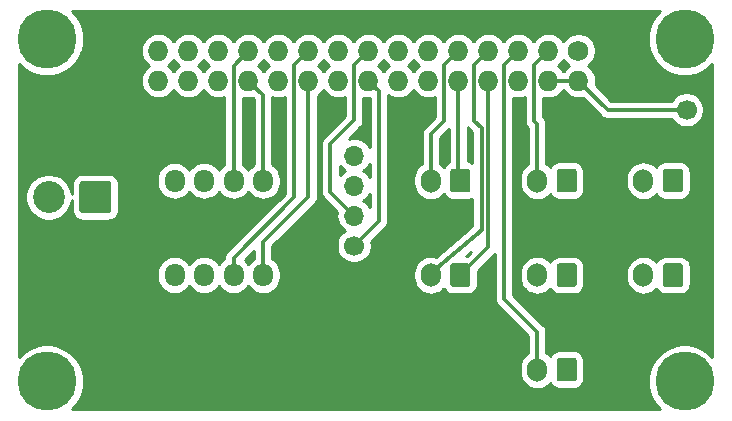
<source format=gtl>
G04 #@! TF.GenerationSoftware,KiCad,Pcbnew,(5.1.4-0-10_14)*
G04 #@! TF.CreationDate,2019-10-10T23:12:08+03:00*
G04 #@! TF.ProjectId,RibbonCable_MB_BreakdownBoard,52696262-6f6e-4436-9162-6c655f4d425f,rev?*
G04 #@! TF.SameCoordinates,Original*
G04 #@! TF.FileFunction,Copper,L1,Top*
G04 #@! TF.FilePolarity,Positive*
%FSLAX46Y46*%
G04 Gerber Fmt 4.6, Leading zero omitted, Abs format (unit mm)*
G04 Created by KiCad (PCBNEW (5.1.4-0-10_14)) date 2019-10-10 23:12:08*
%MOMM*%
%LPD*%
G04 APERTURE LIST*
%ADD10O,1.700000X1.950000*%
%ADD11C,5.000000*%
%ADD12C,1.700000*%
%ADD13O,1.700000X2.000000*%
%ADD14C,0.150000*%
%ADD15O,1.727200X1.727200*%
%ADD16C,1.727200*%
%ADD17C,2.700000*%
%ADD18O,1.700000X1.700000*%
%ADD19C,0.300000*%
%ADD20C,0.254000*%
G04 APERTURE END LIST*
D10*
X119800000Y-85000000D03*
X122300000Y-85000000D03*
X124800000Y-85000000D03*
X127300000Y-85000000D03*
D11*
X163000000Y-73000000D03*
X163000000Y-102000000D03*
X109000000Y-102000000D03*
X109000000Y-73000000D03*
D12*
X163150000Y-79000000D03*
D13*
X159500000Y-85000000D03*
D14*
G36*
X162624504Y-84001204D02*
G01*
X162648773Y-84004804D01*
X162672571Y-84010765D01*
X162695671Y-84019030D01*
X162717849Y-84029520D01*
X162738893Y-84042133D01*
X162758598Y-84056747D01*
X162776777Y-84073223D01*
X162793253Y-84091402D01*
X162807867Y-84111107D01*
X162820480Y-84132151D01*
X162830970Y-84154329D01*
X162839235Y-84177429D01*
X162845196Y-84201227D01*
X162848796Y-84225496D01*
X162850000Y-84250000D01*
X162850000Y-85750000D01*
X162848796Y-85774504D01*
X162845196Y-85798773D01*
X162839235Y-85822571D01*
X162830970Y-85845671D01*
X162820480Y-85867849D01*
X162807867Y-85888893D01*
X162793253Y-85908598D01*
X162776777Y-85926777D01*
X162758598Y-85943253D01*
X162738893Y-85957867D01*
X162717849Y-85970480D01*
X162695671Y-85980970D01*
X162672571Y-85989235D01*
X162648773Y-85995196D01*
X162624504Y-85998796D01*
X162600000Y-86000000D01*
X161400000Y-86000000D01*
X161375496Y-85998796D01*
X161351227Y-85995196D01*
X161327429Y-85989235D01*
X161304329Y-85980970D01*
X161282151Y-85970480D01*
X161261107Y-85957867D01*
X161241402Y-85943253D01*
X161223223Y-85926777D01*
X161206747Y-85908598D01*
X161192133Y-85888893D01*
X161179520Y-85867849D01*
X161169030Y-85845671D01*
X161160765Y-85822571D01*
X161154804Y-85798773D01*
X161151204Y-85774504D01*
X161150000Y-85750000D01*
X161150000Y-84250000D01*
X161151204Y-84225496D01*
X161154804Y-84201227D01*
X161160765Y-84177429D01*
X161169030Y-84154329D01*
X161179520Y-84132151D01*
X161192133Y-84111107D01*
X161206747Y-84091402D01*
X161223223Y-84073223D01*
X161241402Y-84056747D01*
X161261107Y-84042133D01*
X161282151Y-84029520D01*
X161304329Y-84019030D01*
X161327429Y-84010765D01*
X161351227Y-84004804D01*
X161375496Y-84001204D01*
X161400000Y-84000000D01*
X162600000Y-84000000D01*
X162624504Y-84001204D01*
X162624504Y-84001204D01*
G37*
D12*
X162000000Y-85000000D03*
D13*
X150500000Y-93000000D03*
D14*
G36*
X153624504Y-92001204D02*
G01*
X153648773Y-92004804D01*
X153672571Y-92010765D01*
X153695671Y-92019030D01*
X153717849Y-92029520D01*
X153738893Y-92042133D01*
X153758598Y-92056747D01*
X153776777Y-92073223D01*
X153793253Y-92091402D01*
X153807867Y-92111107D01*
X153820480Y-92132151D01*
X153830970Y-92154329D01*
X153839235Y-92177429D01*
X153845196Y-92201227D01*
X153848796Y-92225496D01*
X153850000Y-92250000D01*
X153850000Y-93750000D01*
X153848796Y-93774504D01*
X153845196Y-93798773D01*
X153839235Y-93822571D01*
X153830970Y-93845671D01*
X153820480Y-93867849D01*
X153807867Y-93888893D01*
X153793253Y-93908598D01*
X153776777Y-93926777D01*
X153758598Y-93943253D01*
X153738893Y-93957867D01*
X153717849Y-93970480D01*
X153695671Y-93980970D01*
X153672571Y-93989235D01*
X153648773Y-93995196D01*
X153624504Y-93998796D01*
X153600000Y-94000000D01*
X152400000Y-94000000D01*
X152375496Y-93998796D01*
X152351227Y-93995196D01*
X152327429Y-93989235D01*
X152304329Y-93980970D01*
X152282151Y-93970480D01*
X152261107Y-93957867D01*
X152241402Y-93943253D01*
X152223223Y-93926777D01*
X152206747Y-93908598D01*
X152192133Y-93888893D01*
X152179520Y-93867849D01*
X152169030Y-93845671D01*
X152160765Y-93822571D01*
X152154804Y-93798773D01*
X152151204Y-93774504D01*
X152150000Y-93750000D01*
X152150000Y-92250000D01*
X152151204Y-92225496D01*
X152154804Y-92201227D01*
X152160765Y-92177429D01*
X152169030Y-92154329D01*
X152179520Y-92132151D01*
X152192133Y-92111107D01*
X152206747Y-92091402D01*
X152223223Y-92073223D01*
X152241402Y-92056747D01*
X152261107Y-92042133D01*
X152282151Y-92029520D01*
X152304329Y-92019030D01*
X152327429Y-92010765D01*
X152351227Y-92004804D01*
X152375496Y-92001204D01*
X152400000Y-92000000D01*
X153600000Y-92000000D01*
X153624504Y-92001204D01*
X153624504Y-92001204D01*
G37*
D12*
X153000000Y-93000000D03*
D13*
X141500000Y-93000000D03*
D14*
G36*
X144624504Y-92001204D02*
G01*
X144648773Y-92004804D01*
X144672571Y-92010765D01*
X144695671Y-92019030D01*
X144717849Y-92029520D01*
X144738893Y-92042133D01*
X144758598Y-92056747D01*
X144776777Y-92073223D01*
X144793253Y-92091402D01*
X144807867Y-92111107D01*
X144820480Y-92132151D01*
X144830970Y-92154329D01*
X144839235Y-92177429D01*
X144845196Y-92201227D01*
X144848796Y-92225496D01*
X144850000Y-92250000D01*
X144850000Y-93750000D01*
X144848796Y-93774504D01*
X144845196Y-93798773D01*
X144839235Y-93822571D01*
X144830970Y-93845671D01*
X144820480Y-93867849D01*
X144807867Y-93888893D01*
X144793253Y-93908598D01*
X144776777Y-93926777D01*
X144758598Y-93943253D01*
X144738893Y-93957867D01*
X144717849Y-93970480D01*
X144695671Y-93980970D01*
X144672571Y-93989235D01*
X144648773Y-93995196D01*
X144624504Y-93998796D01*
X144600000Y-94000000D01*
X143400000Y-94000000D01*
X143375496Y-93998796D01*
X143351227Y-93995196D01*
X143327429Y-93989235D01*
X143304329Y-93980970D01*
X143282151Y-93970480D01*
X143261107Y-93957867D01*
X143241402Y-93943253D01*
X143223223Y-93926777D01*
X143206747Y-93908598D01*
X143192133Y-93888893D01*
X143179520Y-93867849D01*
X143169030Y-93845671D01*
X143160765Y-93822571D01*
X143154804Y-93798773D01*
X143151204Y-93774504D01*
X143150000Y-93750000D01*
X143150000Y-92250000D01*
X143151204Y-92225496D01*
X143154804Y-92201227D01*
X143160765Y-92177429D01*
X143169030Y-92154329D01*
X143179520Y-92132151D01*
X143192133Y-92111107D01*
X143206747Y-92091402D01*
X143223223Y-92073223D01*
X143241402Y-92056747D01*
X143261107Y-92042133D01*
X143282151Y-92029520D01*
X143304329Y-92019030D01*
X143327429Y-92010765D01*
X143351227Y-92004804D01*
X143375496Y-92001204D01*
X143400000Y-92000000D01*
X144600000Y-92000000D01*
X144624504Y-92001204D01*
X144624504Y-92001204D01*
G37*
D12*
X144000000Y-93000000D03*
D13*
X150500000Y-101000000D03*
D14*
G36*
X153624504Y-100001204D02*
G01*
X153648773Y-100004804D01*
X153672571Y-100010765D01*
X153695671Y-100019030D01*
X153717849Y-100029520D01*
X153738893Y-100042133D01*
X153758598Y-100056747D01*
X153776777Y-100073223D01*
X153793253Y-100091402D01*
X153807867Y-100111107D01*
X153820480Y-100132151D01*
X153830970Y-100154329D01*
X153839235Y-100177429D01*
X153845196Y-100201227D01*
X153848796Y-100225496D01*
X153850000Y-100250000D01*
X153850000Y-101750000D01*
X153848796Y-101774504D01*
X153845196Y-101798773D01*
X153839235Y-101822571D01*
X153830970Y-101845671D01*
X153820480Y-101867849D01*
X153807867Y-101888893D01*
X153793253Y-101908598D01*
X153776777Y-101926777D01*
X153758598Y-101943253D01*
X153738893Y-101957867D01*
X153717849Y-101970480D01*
X153695671Y-101980970D01*
X153672571Y-101989235D01*
X153648773Y-101995196D01*
X153624504Y-101998796D01*
X153600000Y-102000000D01*
X152400000Y-102000000D01*
X152375496Y-101998796D01*
X152351227Y-101995196D01*
X152327429Y-101989235D01*
X152304329Y-101980970D01*
X152282151Y-101970480D01*
X152261107Y-101957867D01*
X152241402Y-101943253D01*
X152223223Y-101926777D01*
X152206747Y-101908598D01*
X152192133Y-101888893D01*
X152179520Y-101867849D01*
X152169030Y-101845671D01*
X152160765Y-101822571D01*
X152154804Y-101798773D01*
X152151204Y-101774504D01*
X152150000Y-101750000D01*
X152150000Y-100250000D01*
X152151204Y-100225496D01*
X152154804Y-100201227D01*
X152160765Y-100177429D01*
X152169030Y-100154329D01*
X152179520Y-100132151D01*
X152192133Y-100111107D01*
X152206747Y-100091402D01*
X152223223Y-100073223D01*
X152241402Y-100056747D01*
X152261107Y-100042133D01*
X152282151Y-100029520D01*
X152304329Y-100019030D01*
X152327429Y-100010765D01*
X152351227Y-100004804D01*
X152375496Y-100001204D01*
X152400000Y-100000000D01*
X153600000Y-100000000D01*
X153624504Y-100001204D01*
X153624504Y-100001204D01*
G37*
D12*
X153000000Y-101000000D03*
D15*
X118440000Y-76540000D03*
X118440000Y-74000000D03*
X120980000Y-76540000D03*
X120980000Y-74000000D03*
X123520000Y-76540000D03*
X123520000Y-74000000D03*
X126060000Y-76540000D03*
X126060000Y-74000000D03*
X128600000Y-76540000D03*
X128600000Y-74000000D03*
X131140000Y-76540000D03*
X131140000Y-74000000D03*
X133680000Y-76540000D03*
X133680000Y-74000000D03*
X136220000Y-76540000D03*
X136220000Y-74000000D03*
X138760000Y-76540000D03*
X138760000Y-74000000D03*
X141300000Y-76540000D03*
X141300000Y-74000000D03*
X143840000Y-76540000D03*
X143840000Y-74000000D03*
X146380000Y-76540000D03*
X146380000Y-74000000D03*
X148920000Y-76540000D03*
X148920000Y-74000000D03*
X151460000Y-76540000D03*
X151460000Y-74000000D03*
X154000000Y-76540000D03*
D16*
X154000000Y-74000000D03*
D13*
X159500000Y-93000000D03*
D14*
G36*
X162624504Y-92001204D02*
G01*
X162648773Y-92004804D01*
X162672571Y-92010765D01*
X162695671Y-92019030D01*
X162717849Y-92029520D01*
X162738893Y-92042133D01*
X162758598Y-92056747D01*
X162776777Y-92073223D01*
X162793253Y-92091402D01*
X162807867Y-92111107D01*
X162820480Y-92132151D01*
X162830970Y-92154329D01*
X162839235Y-92177429D01*
X162845196Y-92201227D01*
X162848796Y-92225496D01*
X162850000Y-92250000D01*
X162850000Y-93750000D01*
X162848796Y-93774504D01*
X162845196Y-93798773D01*
X162839235Y-93822571D01*
X162830970Y-93845671D01*
X162820480Y-93867849D01*
X162807867Y-93888893D01*
X162793253Y-93908598D01*
X162776777Y-93926777D01*
X162758598Y-93943253D01*
X162738893Y-93957867D01*
X162717849Y-93970480D01*
X162695671Y-93980970D01*
X162672571Y-93989235D01*
X162648773Y-93995196D01*
X162624504Y-93998796D01*
X162600000Y-94000000D01*
X161400000Y-94000000D01*
X161375496Y-93998796D01*
X161351227Y-93995196D01*
X161327429Y-93989235D01*
X161304329Y-93980970D01*
X161282151Y-93970480D01*
X161261107Y-93957867D01*
X161241402Y-93943253D01*
X161223223Y-93926777D01*
X161206747Y-93908598D01*
X161192133Y-93888893D01*
X161179520Y-93867849D01*
X161169030Y-93845671D01*
X161160765Y-93822571D01*
X161154804Y-93798773D01*
X161151204Y-93774504D01*
X161150000Y-93750000D01*
X161150000Y-92250000D01*
X161151204Y-92225496D01*
X161154804Y-92201227D01*
X161160765Y-92177429D01*
X161169030Y-92154329D01*
X161179520Y-92132151D01*
X161192133Y-92111107D01*
X161206747Y-92091402D01*
X161223223Y-92073223D01*
X161241402Y-92056747D01*
X161261107Y-92042133D01*
X161282151Y-92029520D01*
X161304329Y-92019030D01*
X161327429Y-92010765D01*
X161351227Y-92004804D01*
X161375496Y-92001204D01*
X161400000Y-92000000D01*
X162600000Y-92000000D01*
X162624504Y-92001204D01*
X162624504Y-92001204D01*
G37*
D12*
X162000000Y-93000000D03*
D10*
X119800000Y-93000000D03*
X122300000Y-93000000D03*
X124800000Y-93000000D03*
X127300000Y-93000000D03*
D17*
X109140000Y-86400000D03*
D14*
G36*
X114224503Y-85051204D02*
G01*
X114248772Y-85054804D01*
X114272570Y-85060765D01*
X114295670Y-85069030D01*
X114317849Y-85079520D01*
X114338892Y-85092133D01*
X114358598Y-85106748D01*
X114376776Y-85123224D01*
X114393252Y-85141402D01*
X114407867Y-85161108D01*
X114420480Y-85182151D01*
X114430970Y-85204330D01*
X114439235Y-85227430D01*
X114445196Y-85251228D01*
X114448796Y-85275497D01*
X114450000Y-85300001D01*
X114450000Y-87499999D01*
X114448796Y-87524503D01*
X114445196Y-87548772D01*
X114439235Y-87572570D01*
X114430970Y-87595670D01*
X114420480Y-87617849D01*
X114407867Y-87638892D01*
X114393252Y-87658598D01*
X114376776Y-87676776D01*
X114358598Y-87693252D01*
X114338892Y-87707867D01*
X114317849Y-87720480D01*
X114295670Y-87730970D01*
X114272570Y-87739235D01*
X114248772Y-87745196D01*
X114224503Y-87748796D01*
X114199999Y-87750000D01*
X112000001Y-87750000D01*
X111975497Y-87748796D01*
X111951228Y-87745196D01*
X111927430Y-87739235D01*
X111904330Y-87730970D01*
X111882151Y-87720480D01*
X111861108Y-87707867D01*
X111841402Y-87693252D01*
X111823224Y-87676776D01*
X111806748Y-87658598D01*
X111792133Y-87638892D01*
X111779520Y-87617849D01*
X111769030Y-87595670D01*
X111760765Y-87572570D01*
X111754804Y-87548772D01*
X111751204Y-87524503D01*
X111750000Y-87499999D01*
X111750000Y-85300001D01*
X111751204Y-85275497D01*
X111754804Y-85251228D01*
X111760765Y-85227430D01*
X111769030Y-85204330D01*
X111779520Y-85182151D01*
X111792133Y-85161108D01*
X111806748Y-85141402D01*
X111823224Y-85123224D01*
X111841402Y-85106748D01*
X111861108Y-85092133D01*
X111882151Y-85079520D01*
X111904330Y-85069030D01*
X111927430Y-85060765D01*
X111951228Y-85054804D01*
X111975497Y-85051204D01*
X112000001Y-85050000D01*
X114199999Y-85050000D01*
X114224503Y-85051204D01*
X114224503Y-85051204D01*
G37*
D17*
X113100000Y-86400000D03*
D13*
X150500000Y-85000000D03*
D14*
G36*
X153624504Y-84001204D02*
G01*
X153648773Y-84004804D01*
X153672571Y-84010765D01*
X153695671Y-84019030D01*
X153717849Y-84029520D01*
X153738893Y-84042133D01*
X153758598Y-84056747D01*
X153776777Y-84073223D01*
X153793253Y-84091402D01*
X153807867Y-84111107D01*
X153820480Y-84132151D01*
X153830970Y-84154329D01*
X153839235Y-84177429D01*
X153845196Y-84201227D01*
X153848796Y-84225496D01*
X153850000Y-84250000D01*
X153850000Y-85750000D01*
X153848796Y-85774504D01*
X153845196Y-85798773D01*
X153839235Y-85822571D01*
X153830970Y-85845671D01*
X153820480Y-85867849D01*
X153807867Y-85888893D01*
X153793253Y-85908598D01*
X153776777Y-85926777D01*
X153758598Y-85943253D01*
X153738893Y-85957867D01*
X153717849Y-85970480D01*
X153695671Y-85980970D01*
X153672571Y-85989235D01*
X153648773Y-85995196D01*
X153624504Y-85998796D01*
X153600000Y-86000000D01*
X152400000Y-86000000D01*
X152375496Y-85998796D01*
X152351227Y-85995196D01*
X152327429Y-85989235D01*
X152304329Y-85980970D01*
X152282151Y-85970480D01*
X152261107Y-85957867D01*
X152241402Y-85943253D01*
X152223223Y-85926777D01*
X152206747Y-85908598D01*
X152192133Y-85888893D01*
X152179520Y-85867849D01*
X152169030Y-85845671D01*
X152160765Y-85822571D01*
X152154804Y-85798773D01*
X152151204Y-85774504D01*
X152150000Y-85750000D01*
X152150000Y-84250000D01*
X152151204Y-84225496D01*
X152154804Y-84201227D01*
X152160765Y-84177429D01*
X152169030Y-84154329D01*
X152179520Y-84132151D01*
X152192133Y-84111107D01*
X152206747Y-84091402D01*
X152223223Y-84073223D01*
X152241402Y-84056747D01*
X152261107Y-84042133D01*
X152282151Y-84029520D01*
X152304329Y-84019030D01*
X152327429Y-84010765D01*
X152351227Y-84004804D01*
X152375496Y-84001204D01*
X152400000Y-84000000D01*
X153600000Y-84000000D01*
X153624504Y-84001204D01*
X153624504Y-84001204D01*
G37*
D12*
X153000000Y-85000000D03*
D13*
X141500000Y-85000000D03*
D14*
G36*
X144624504Y-84001204D02*
G01*
X144648773Y-84004804D01*
X144672571Y-84010765D01*
X144695671Y-84019030D01*
X144717849Y-84029520D01*
X144738893Y-84042133D01*
X144758598Y-84056747D01*
X144776777Y-84073223D01*
X144793253Y-84091402D01*
X144807867Y-84111107D01*
X144820480Y-84132151D01*
X144830970Y-84154329D01*
X144839235Y-84177429D01*
X144845196Y-84201227D01*
X144848796Y-84225496D01*
X144850000Y-84250000D01*
X144850000Y-85750000D01*
X144848796Y-85774504D01*
X144845196Y-85798773D01*
X144839235Y-85822571D01*
X144830970Y-85845671D01*
X144820480Y-85867849D01*
X144807867Y-85888893D01*
X144793253Y-85908598D01*
X144776777Y-85926777D01*
X144758598Y-85943253D01*
X144738893Y-85957867D01*
X144717849Y-85970480D01*
X144695671Y-85980970D01*
X144672571Y-85989235D01*
X144648773Y-85995196D01*
X144624504Y-85998796D01*
X144600000Y-86000000D01*
X143400000Y-86000000D01*
X143375496Y-85998796D01*
X143351227Y-85995196D01*
X143327429Y-85989235D01*
X143304329Y-85980970D01*
X143282151Y-85970480D01*
X143261107Y-85957867D01*
X143241402Y-85943253D01*
X143223223Y-85926777D01*
X143206747Y-85908598D01*
X143192133Y-85888893D01*
X143179520Y-85867849D01*
X143169030Y-85845671D01*
X143160765Y-85822571D01*
X143154804Y-85798773D01*
X143151204Y-85774504D01*
X143150000Y-85750000D01*
X143150000Y-84250000D01*
X143151204Y-84225496D01*
X143154804Y-84201227D01*
X143160765Y-84177429D01*
X143169030Y-84154329D01*
X143179520Y-84132151D01*
X143192133Y-84111107D01*
X143206747Y-84091402D01*
X143223223Y-84073223D01*
X143241402Y-84056747D01*
X143261107Y-84042133D01*
X143282151Y-84029520D01*
X143304329Y-84019030D01*
X143327429Y-84010765D01*
X143351227Y-84004804D01*
X143375496Y-84001204D01*
X143400000Y-84000000D01*
X144600000Y-84000000D01*
X144624504Y-84001204D01*
X144624504Y-84001204D01*
G37*
D12*
X144000000Y-85000000D03*
D18*
X135000000Y-82880000D03*
X135000000Y-85420000D03*
X135000000Y-87960000D03*
D12*
X135000000Y-90500000D03*
D19*
X156460000Y-79000000D02*
X154000000Y-76540000D01*
X163150000Y-79000000D02*
X156460000Y-79000000D01*
X154000000Y-76540000D02*
X151460000Y-76540000D01*
X135006399Y-75213601D02*
X135006399Y-79893601D01*
X133000000Y-85960000D02*
X135000000Y-87960000D01*
X133000000Y-81900000D02*
X133000000Y-85960000D01*
X135006399Y-79893601D02*
X133000000Y-81900000D01*
X136220000Y-74000000D02*
X135006399Y-75213601D01*
X137100000Y-88400000D02*
X135000000Y-90500000D01*
X137100000Y-77420000D02*
X137100000Y-88400000D01*
X136220000Y-76540000D02*
X137100000Y-77420000D01*
X141500000Y-81077692D02*
X141500000Y-85000000D01*
X142626399Y-79951293D02*
X141500000Y-81077692D01*
X142626399Y-75213601D02*
X142626399Y-79951293D01*
X143840000Y-74000000D02*
X142626399Y-75213601D01*
X143840000Y-84840000D02*
X144000000Y-85000000D01*
X143840000Y-76540000D02*
X143840000Y-84840000D01*
X150500000Y-80200000D02*
X150500000Y-85000000D01*
X150246399Y-79953601D02*
X150500000Y-80200000D01*
X150246399Y-75213601D02*
X150246399Y-79953601D01*
X151460000Y-74000000D02*
X150246399Y-75213601D01*
X129926399Y-75213601D02*
X129926399Y-86426399D01*
X131140000Y-74000000D02*
X129926399Y-75213601D01*
X124800000Y-91552798D02*
X124800000Y-93000000D01*
X129926399Y-86426399D02*
X124800000Y-91552798D01*
X127300000Y-90200000D02*
X127300000Y-93000000D01*
X131140000Y-86360000D02*
X127300000Y-90200000D01*
X131140000Y-76540000D02*
X131140000Y-86360000D01*
X124800000Y-75260000D02*
X124800000Y-85000000D01*
X126060000Y-74000000D02*
X124800000Y-75260000D01*
X126060000Y-76540000D02*
X126540000Y-76540000D01*
X127300000Y-77780000D02*
X126060000Y-76540000D01*
X127300000Y-85000000D02*
X127300000Y-77780000D01*
X146380000Y-90620000D02*
X144000000Y-93000000D01*
X146380000Y-76540000D02*
X146380000Y-90620000D01*
X141500000Y-92850000D02*
X141500000Y-93000000D01*
X145800000Y-89200000D02*
X141500000Y-92850000D01*
X146380000Y-74000000D02*
X145166399Y-75213601D01*
X145800000Y-80559974D02*
X145800000Y-89200000D01*
X145166399Y-79926373D02*
X145800000Y-80559974D01*
X145166399Y-75213601D02*
X145166399Y-79926373D01*
X147706399Y-95006399D02*
X150500000Y-97800000D01*
X147706399Y-75213601D02*
X147706399Y-95006399D01*
X150500000Y-97800000D02*
X150500000Y-101000000D01*
X148920000Y-74000000D02*
X147706399Y-75213601D01*
D20*
G36*
X160564886Y-71001554D02*
G01*
X160221799Y-71515021D01*
X159985476Y-72085554D01*
X159865000Y-72691229D01*
X159865000Y-73308771D01*
X159985476Y-73914446D01*
X160221799Y-74484979D01*
X160564886Y-74998446D01*
X161001554Y-75435114D01*
X161515021Y-75778201D01*
X162085554Y-76014524D01*
X162691229Y-76135000D01*
X163308771Y-76135000D01*
X163914446Y-76014524D01*
X164484979Y-75778201D01*
X164998446Y-75435114D01*
X165340000Y-75093560D01*
X165340001Y-99906441D01*
X164998446Y-99564886D01*
X164484979Y-99221799D01*
X163914446Y-98985476D01*
X163308771Y-98865000D01*
X162691229Y-98865000D01*
X162085554Y-98985476D01*
X161515021Y-99221799D01*
X161001554Y-99564886D01*
X160564886Y-100001554D01*
X160221799Y-100515021D01*
X159985476Y-101085554D01*
X159865000Y-101691229D01*
X159865000Y-102308771D01*
X159985476Y-102914446D01*
X160221799Y-103484979D01*
X160564886Y-103998446D01*
X160906440Y-104340000D01*
X111093560Y-104340000D01*
X111435114Y-103998446D01*
X111778201Y-103484979D01*
X112014524Y-102914446D01*
X112135000Y-102308771D01*
X112135000Y-101691229D01*
X112014524Y-101085554D01*
X111778201Y-100515021D01*
X111435114Y-100001554D01*
X110998446Y-99564886D01*
X110484979Y-99221799D01*
X109914446Y-98985476D01*
X109308771Y-98865000D01*
X108691229Y-98865000D01*
X108085554Y-98985476D01*
X107515021Y-99221799D01*
X107001554Y-99564886D01*
X106660000Y-99906440D01*
X106660000Y-86204495D01*
X107155000Y-86204495D01*
X107155000Y-86595505D01*
X107231282Y-86979003D01*
X107380915Y-87340250D01*
X107598149Y-87665364D01*
X107874636Y-87941851D01*
X108199750Y-88159085D01*
X108560997Y-88308718D01*
X108944495Y-88385000D01*
X109335505Y-88385000D01*
X109719003Y-88308718D01*
X110080250Y-88159085D01*
X110405364Y-87941851D01*
X110681851Y-87665364D01*
X110899085Y-87340250D01*
X111048718Y-86979003D01*
X111111928Y-86661223D01*
X111111928Y-87499999D01*
X111128992Y-87673253D01*
X111179529Y-87839850D01*
X111261595Y-87993386D01*
X111372039Y-88127961D01*
X111506614Y-88238405D01*
X111660150Y-88320471D01*
X111826747Y-88371008D01*
X112000001Y-88388072D01*
X114199999Y-88388072D01*
X114373253Y-88371008D01*
X114539850Y-88320471D01*
X114693386Y-88238405D01*
X114827961Y-88127961D01*
X114938405Y-87993386D01*
X115020471Y-87839850D01*
X115071008Y-87673253D01*
X115088072Y-87499999D01*
X115088072Y-85300001D01*
X115071008Y-85126747D01*
X115020471Y-84960150D01*
X114938405Y-84806614D01*
X114827961Y-84672039D01*
X114693386Y-84561595D01*
X114539850Y-84479529D01*
X114373253Y-84428992D01*
X114199999Y-84411928D01*
X112000001Y-84411928D01*
X111826747Y-84428992D01*
X111660150Y-84479529D01*
X111506614Y-84561595D01*
X111372039Y-84672039D01*
X111261595Y-84806614D01*
X111179529Y-84960150D01*
X111128992Y-85126747D01*
X111111928Y-85300001D01*
X111111928Y-86138777D01*
X111048718Y-85820997D01*
X110899085Y-85459750D01*
X110681851Y-85134636D01*
X110405364Y-84858149D01*
X110080250Y-84640915D01*
X109719003Y-84491282D01*
X109335505Y-84415000D01*
X108944495Y-84415000D01*
X108560997Y-84491282D01*
X108199750Y-84640915D01*
X107874636Y-84858149D01*
X107598149Y-85134636D01*
X107380915Y-85459750D01*
X107231282Y-85820997D01*
X107155000Y-86204495D01*
X106660000Y-86204495D01*
X106660000Y-75093560D01*
X107001554Y-75435114D01*
X107515021Y-75778201D01*
X108085554Y-76014524D01*
X108691229Y-76135000D01*
X109308771Y-76135000D01*
X109914446Y-76014524D01*
X110484979Y-75778201D01*
X110998446Y-75435114D01*
X111435114Y-74998446D01*
X111778201Y-74484979D01*
X111979086Y-74000000D01*
X116934149Y-74000000D01*
X116963084Y-74293777D01*
X117048775Y-74576264D01*
X117187931Y-74836606D01*
X117375203Y-75064797D01*
X117603394Y-75252069D01*
X117636940Y-75270000D01*
X117603394Y-75287931D01*
X117375203Y-75475203D01*
X117187931Y-75703394D01*
X117048775Y-75963736D01*
X116963084Y-76246223D01*
X116934149Y-76540000D01*
X116963084Y-76833777D01*
X117048775Y-77116264D01*
X117187931Y-77376606D01*
X117375203Y-77604797D01*
X117603394Y-77792069D01*
X117863736Y-77931225D01*
X118146223Y-78016916D01*
X118366381Y-78038600D01*
X118513619Y-78038600D01*
X118733777Y-78016916D01*
X119016264Y-77931225D01*
X119276606Y-77792069D01*
X119504797Y-77604797D01*
X119692069Y-77376606D01*
X119710000Y-77343060D01*
X119727931Y-77376606D01*
X119915203Y-77604797D01*
X120143394Y-77792069D01*
X120403736Y-77931225D01*
X120686223Y-78016916D01*
X120906381Y-78038600D01*
X121053619Y-78038600D01*
X121273777Y-78016916D01*
X121556264Y-77931225D01*
X121816606Y-77792069D01*
X122044797Y-77604797D01*
X122232069Y-77376606D01*
X122250000Y-77343060D01*
X122267931Y-77376606D01*
X122455203Y-77604797D01*
X122683394Y-77792069D01*
X122943736Y-77931225D01*
X123226223Y-78016916D01*
X123446381Y-78038600D01*
X123593619Y-78038600D01*
X123813777Y-78016916D01*
X124015000Y-77955876D01*
X124015001Y-83610768D01*
X123970987Y-83634294D01*
X123744866Y-83819866D01*
X123559294Y-84045986D01*
X123550000Y-84063374D01*
X123540706Y-84045986D01*
X123355134Y-83819866D01*
X123129014Y-83634294D01*
X122871034Y-83496401D01*
X122591111Y-83411487D01*
X122300000Y-83382815D01*
X122008890Y-83411487D01*
X121728967Y-83496401D01*
X121470987Y-83634294D01*
X121244866Y-83819866D01*
X121059294Y-84045986D01*
X121050000Y-84063374D01*
X121040706Y-84045986D01*
X120855134Y-83819866D01*
X120629014Y-83634294D01*
X120371034Y-83496401D01*
X120091111Y-83411487D01*
X119800000Y-83382815D01*
X119508890Y-83411487D01*
X119228967Y-83496401D01*
X118970987Y-83634294D01*
X118744866Y-83819866D01*
X118559294Y-84045986D01*
X118421401Y-84303966D01*
X118336487Y-84583889D01*
X118315000Y-84802050D01*
X118315000Y-85197949D01*
X118336487Y-85416110D01*
X118421401Y-85696033D01*
X118559294Y-85954013D01*
X118744866Y-86180134D01*
X118970986Y-86365706D01*
X119228966Y-86503599D01*
X119508889Y-86588513D01*
X119800000Y-86617185D01*
X120091110Y-86588513D01*
X120371033Y-86503599D01*
X120629013Y-86365706D01*
X120855134Y-86180134D01*
X121040706Y-85954014D01*
X121050000Y-85936626D01*
X121059294Y-85954013D01*
X121244866Y-86180134D01*
X121470986Y-86365706D01*
X121728966Y-86503599D01*
X122008889Y-86588513D01*
X122300000Y-86617185D01*
X122591110Y-86588513D01*
X122871033Y-86503599D01*
X123129013Y-86365706D01*
X123355134Y-86180134D01*
X123540706Y-85954014D01*
X123550000Y-85936626D01*
X123559294Y-85954013D01*
X123744866Y-86180134D01*
X123970986Y-86365706D01*
X124228966Y-86503599D01*
X124508889Y-86588513D01*
X124800000Y-86617185D01*
X125091110Y-86588513D01*
X125371033Y-86503599D01*
X125629013Y-86365706D01*
X125855134Y-86180134D01*
X126040706Y-85954014D01*
X126050000Y-85936626D01*
X126059294Y-85954013D01*
X126244866Y-86180134D01*
X126470986Y-86365706D01*
X126728966Y-86503599D01*
X127008889Y-86588513D01*
X127300000Y-86617185D01*
X127591110Y-86588513D01*
X127871033Y-86503599D01*
X128129013Y-86365706D01*
X128355134Y-86180134D01*
X128540706Y-85954014D01*
X128678599Y-85696034D01*
X128763513Y-85416111D01*
X128785000Y-85197950D01*
X128785000Y-84802051D01*
X128763513Y-84583890D01*
X128678599Y-84303967D01*
X128540706Y-84045986D01*
X128355134Y-83819866D01*
X128129014Y-83634294D01*
X128085000Y-83610768D01*
X128085000Y-77949809D01*
X128306223Y-78016916D01*
X128526381Y-78038600D01*
X128673619Y-78038600D01*
X128893777Y-78016916D01*
X129141399Y-77941801D01*
X129141400Y-86101240D01*
X124272190Y-90970451D01*
X124242236Y-90995034D01*
X124144138Y-91114566D01*
X124071246Y-91250939D01*
X124026359Y-91398912D01*
X124015000Y-91514238D01*
X124015000Y-91514245D01*
X124011203Y-91552798D01*
X124015000Y-91591351D01*
X124015000Y-91610769D01*
X123970987Y-91634294D01*
X123744866Y-91819866D01*
X123559294Y-92045986D01*
X123550000Y-92063374D01*
X123540706Y-92045986D01*
X123355134Y-91819866D01*
X123129014Y-91634294D01*
X122871034Y-91496401D01*
X122591111Y-91411487D01*
X122300000Y-91382815D01*
X122008890Y-91411487D01*
X121728967Y-91496401D01*
X121470987Y-91634294D01*
X121244866Y-91819866D01*
X121059294Y-92045986D01*
X121050000Y-92063374D01*
X121040706Y-92045986D01*
X120855134Y-91819866D01*
X120629014Y-91634294D01*
X120371034Y-91496401D01*
X120091111Y-91411487D01*
X119800000Y-91382815D01*
X119508890Y-91411487D01*
X119228967Y-91496401D01*
X118970987Y-91634294D01*
X118744866Y-91819866D01*
X118559294Y-92045986D01*
X118421401Y-92303966D01*
X118336487Y-92583889D01*
X118315000Y-92802050D01*
X118315000Y-93197949D01*
X118336487Y-93416110D01*
X118421401Y-93696033D01*
X118559294Y-93954013D01*
X118744866Y-94180134D01*
X118970986Y-94365706D01*
X119228966Y-94503599D01*
X119508889Y-94588513D01*
X119800000Y-94617185D01*
X120091110Y-94588513D01*
X120371033Y-94503599D01*
X120629013Y-94365706D01*
X120855134Y-94180134D01*
X121040706Y-93954014D01*
X121050000Y-93936626D01*
X121059294Y-93954013D01*
X121244866Y-94180134D01*
X121470986Y-94365706D01*
X121728966Y-94503599D01*
X122008889Y-94588513D01*
X122300000Y-94617185D01*
X122591110Y-94588513D01*
X122871033Y-94503599D01*
X123129013Y-94365706D01*
X123355134Y-94180134D01*
X123540706Y-93954014D01*
X123550000Y-93936626D01*
X123559294Y-93954013D01*
X123744866Y-94180134D01*
X123970986Y-94365706D01*
X124228966Y-94503599D01*
X124508889Y-94588513D01*
X124800000Y-94617185D01*
X125091110Y-94588513D01*
X125371033Y-94503599D01*
X125629013Y-94365706D01*
X125855134Y-94180134D01*
X126040706Y-93954014D01*
X126050000Y-93936626D01*
X126059294Y-93954013D01*
X126244866Y-94180134D01*
X126470986Y-94365706D01*
X126728966Y-94503599D01*
X127008889Y-94588513D01*
X127300000Y-94617185D01*
X127591110Y-94588513D01*
X127871033Y-94503599D01*
X128129013Y-94365706D01*
X128355134Y-94180134D01*
X128540706Y-93954014D01*
X128678599Y-93696034D01*
X128763513Y-93416111D01*
X128785000Y-93197950D01*
X128785000Y-92802051D01*
X128763513Y-92583890D01*
X128678599Y-92303967D01*
X128540706Y-92045986D01*
X128355134Y-91819866D01*
X128129014Y-91634294D01*
X128085000Y-91610768D01*
X128085000Y-90525157D01*
X131667816Y-86942342D01*
X131697764Y-86917764D01*
X131725874Y-86883513D01*
X131746450Y-86858441D01*
X131795862Y-86798233D01*
X131868754Y-86661860D01*
X131913641Y-86513887D01*
X131925000Y-86398561D01*
X131925000Y-86398554D01*
X131928797Y-86360001D01*
X131925000Y-86321448D01*
X131925000Y-77819653D01*
X131976606Y-77792069D01*
X132204797Y-77604797D01*
X132392069Y-77376606D01*
X132410000Y-77343060D01*
X132427931Y-77376606D01*
X132615203Y-77604797D01*
X132843394Y-77792069D01*
X133103736Y-77931225D01*
X133386223Y-78016916D01*
X133606381Y-78038600D01*
X133753619Y-78038600D01*
X133973777Y-78016916D01*
X134221400Y-77941801D01*
X134221400Y-79568443D01*
X132472190Y-81317653D01*
X132442236Y-81342236D01*
X132344138Y-81461768D01*
X132271246Y-81598141D01*
X132226359Y-81746114D01*
X132215000Y-81861440D01*
X132215000Y-81861447D01*
X132211203Y-81900000D01*
X132215000Y-81938553D01*
X132215001Y-85921437D01*
X132211203Y-85960000D01*
X132226359Y-86113886D01*
X132271246Y-86261859D01*
X132271247Y-86261860D01*
X132344139Y-86398233D01*
X132367255Y-86426399D01*
X132417655Y-86487812D01*
X132417659Y-86487816D01*
X132442237Y-86517764D01*
X132472185Y-86542342D01*
X133550974Y-87621132D01*
X133536487Y-87668889D01*
X133507815Y-87960000D01*
X133536487Y-88251111D01*
X133621401Y-88531034D01*
X133759294Y-88789014D01*
X133944866Y-89015134D01*
X134170986Y-89200706D01*
X134226885Y-89230585D01*
X134053368Y-89346525D01*
X133846525Y-89553368D01*
X133684010Y-89796589D01*
X133572068Y-90066842D01*
X133515000Y-90353740D01*
X133515000Y-90646260D01*
X133572068Y-90933158D01*
X133684010Y-91203411D01*
X133846525Y-91446632D01*
X134053368Y-91653475D01*
X134296589Y-91815990D01*
X134566842Y-91927932D01*
X134853740Y-91985000D01*
X135146260Y-91985000D01*
X135433158Y-91927932D01*
X135703411Y-91815990D01*
X135946632Y-91653475D01*
X136153475Y-91446632D01*
X136315990Y-91203411D01*
X136427932Y-90933158D01*
X136485000Y-90646260D01*
X136485000Y-90353740D01*
X136447075Y-90163082D01*
X137627816Y-88982342D01*
X137657764Y-88957764D01*
X137755862Y-88838233D01*
X137828754Y-88701860D01*
X137873641Y-88553887D01*
X137885000Y-88438561D01*
X137885000Y-88438554D01*
X137888797Y-88400001D01*
X137885000Y-88361448D01*
X137885000Y-77760560D01*
X137923394Y-77792069D01*
X138183736Y-77931225D01*
X138466223Y-78016916D01*
X138686381Y-78038600D01*
X138833619Y-78038600D01*
X139053777Y-78016916D01*
X139336264Y-77931225D01*
X139596606Y-77792069D01*
X139824797Y-77604797D01*
X140012069Y-77376606D01*
X140030000Y-77343060D01*
X140047931Y-77376606D01*
X140235203Y-77604797D01*
X140463394Y-77792069D01*
X140723736Y-77931225D01*
X141006223Y-78016916D01*
X141226381Y-78038600D01*
X141373619Y-78038600D01*
X141593777Y-78016916D01*
X141841400Y-77941801D01*
X141841400Y-79626135D01*
X140972190Y-80495345D01*
X140942236Y-80519928D01*
X140844138Y-80639460D01*
X140771246Y-80775833D01*
X140726359Y-80923806D01*
X140715000Y-81039132D01*
X140715000Y-81039139D01*
X140711203Y-81077692D01*
X140715000Y-81116245D01*
X140715001Y-83585768D01*
X140670987Y-83609294D01*
X140444866Y-83794866D01*
X140259294Y-84020986D01*
X140121401Y-84278966D01*
X140036487Y-84558889D01*
X140015000Y-84777050D01*
X140015000Y-85222949D01*
X140036487Y-85441110D01*
X140121401Y-85721033D01*
X140259294Y-85979013D01*
X140444866Y-86205134D01*
X140670986Y-86390706D01*
X140928966Y-86528599D01*
X141208889Y-86613513D01*
X141500000Y-86642185D01*
X141791110Y-86613513D01*
X142071033Y-86528599D01*
X142329013Y-86390706D01*
X142555134Y-86205134D01*
X142607223Y-86141663D01*
X142661595Y-86243386D01*
X142772038Y-86377962D01*
X142906614Y-86488405D01*
X143060150Y-86570472D01*
X143226746Y-86621008D01*
X143400000Y-86638072D01*
X144600000Y-86638072D01*
X144773254Y-86621008D01*
X144939850Y-86570472D01*
X145015001Y-86530303D01*
X145015001Y-88836662D01*
X141953180Y-91435650D01*
X141791111Y-91386487D01*
X141500000Y-91357815D01*
X141208890Y-91386487D01*
X140928967Y-91471401D01*
X140670987Y-91609294D01*
X140444866Y-91794866D01*
X140259294Y-92020986D01*
X140121401Y-92278966D01*
X140036487Y-92558889D01*
X140015000Y-92777050D01*
X140015000Y-93222949D01*
X140036487Y-93441110D01*
X140121401Y-93721033D01*
X140259294Y-93979013D01*
X140444866Y-94205134D01*
X140670986Y-94390706D01*
X140928966Y-94528599D01*
X141208889Y-94613513D01*
X141500000Y-94642185D01*
X141791110Y-94613513D01*
X142071033Y-94528599D01*
X142329013Y-94390706D01*
X142555134Y-94205134D01*
X142607223Y-94141663D01*
X142661595Y-94243386D01*
X142772038Y-94377962D01*
X142906614Y-94488405D01*
X143060150Y-94570472D01*
X143226746Y-94621008D01*
X143400000Y-94638072D01*
X144600000Y-94638072D01*
X144773254Y-94621008D01*
X144939850Y-94570472D01*
X145093386Y-94488405D01*
X145227962Y-94377962D01*
X145338405Y-94243386D01*
X145420472Y-94089850D01*
X145471008Y-93923254D01*
X145488072Y-93750000D01*
X145488072Y-92622085D01*
X146907816Y-91202342D01*
X146921400Y-91191194D01*
X146921400Y-94967836D01*
X146917602Y-95006399D01*
X146932758Y-95160285D01*
X146977645Y-95308258D01*
X146977646Y-95308259D01*
X147050538Y-95444632D01*
X147091089Y-95494043D01*
X147124054Y-95534211D01*
X147124058Y-95534215D01*
X147148636Y-95564163D01*
X147178584Y-95588741D01*
X149715000Y-98125158D01*
X149715001Y-99585768D01*
X149670987Y-99609294D01*
X149444866Y-99794866D01*
X149259294Y-100020986D01*
X149121401Y-100278966D01*
X149036487Y-100558889D01*
X149015000Y-100777050D01*
X149015000Y-101222949D01*
X149036487Y-101441110D01*
X149121401Y-101721033D01*
X149259294Y-101979013D01*
X149444866Y-102205134D01*
X149670986Y-102390706D01*
X149928966Y-102528599D01*
X150208889Y-102613513D01*
X150500000Y-102642185D01*
X150791110Y-102613513D01*
X151071033Y-102528599D01*
X151329013Y-102390706D01*
X151555134Y-102205134D01*
X151607223Y-102141663D01*
X151661595Y-102243386D01*
X151772038Y-102377962D01*
X151906614Y-102488405D01*
X152060150Y-102570472D01*
X152226746Y-102621008D01*
X152400000Y-102638072D01*
X153600000Y-102638072D01*
X153773254Y-102621008D01*
X153939850Y-102570472D01*
X154093386Y-102488405D01*
X154227962Y-102377962D01*
X154338405Y-102243386D01*
X154420472Y-102089850D01*
X154471008Y-101923254D01*
X154488072Y-101750000D01*
X154488072Y-100250000D01*
X154471008Y-100076746D01*
X154420472Y-99910150D01*
X154338405Y-99756614D01*
X154227962Y-99622038D01*
X154093386Y-99511595D01*
X153939850Y-99429528D01*
X153773254Y-99378992D01*
X153600000Y-99361928D01*
X152400000Y-99361928D01*
X152226746Y-99378992D01*
X152060150Y-99429528D01*
X151906614Y-99511595D01*
X151772038Y-99622038D01*
X151661595Y-99756614D01*
X151607223Y-99858337D01*
X151555134Y-99794866D01*
X151329014Y-99609294D01*
X151285000Y-99585768D01*
X151285000Y-97838552D01*
X151288797Y-97799999D01*
X151285000Y-97761446D01*
X151285000Y-97761439D01*
X151273641Y-97646113D01*
X151228754Y-97498140D01*
X151155862Y-97361767D01*
X151057764Y-97242236D01*
X151027817Y-97217659D01*
X148491399Y-94681242D01*
X148491399Y-92777050D01*
X149015000Y-92777050D01*
X149015000Y-93222949D01*
X149036487Y-93441110D01*
X149121401Y-93721033D01*
X149259294Y-93979013D01*
X149444866Y-94205134D01*
X149670986Y-94390706D01*
X149928966Y-94528599D01*
X150208889Y-94613513D01*
X150500000Y-94642185D01*
X150791110Y-94613513D01*
X151071033Y-94528599D01*
X151329013Y-94390706D01*
X151555134Y-94205134D01*
X151607223Y-94141663D01*
X151661595Y-94243386D01*
X151772038Y-94377962D01*
X151906614Y-94488405D01*
X152060150Y-94570472D01*
X152226746Y-94621008D01*
X152400000Y-94638072D01*
X153600000Y-94638072D01*
X153773254Y-94621008D01*
X153939850Y-94570472D01*
X154093386Y-94488405D01*
X154227962Y-94377962D01*
X154338405Y-94243386D01*
X154420472Y-94089850D01*
X154471008Y-93923254D01*
X154488072Y-93750000D01*
X154488072Y-92777050D01*
X158015000Y-92777050D01*
X158015000Y-93222949D01*
X158036487Y-93441110D01*
X158121401Y-93721033D01*
X158259294Y-93979013D01*
X158444866Y-94205134D01*
X158670986Y-94390706D01*
X158928966Y-94528599D01*
X159208889Y-94613513D01*
X159500000Y-94642185D01*
X159791110Y-94613513D01*
X160071033Y-94528599D01*
X160329013Y-94390706D01*
X160555134Y-94205134D01*
X160607223Y-94141663D01*
X160661595Y-94243386D01*
X160772038Y-94377962D01*
X160906614Y-94488405D01*
X161060150Y-94570472D01*
X161226746Y-94621008D01*
X161400000Y-94638072D01*
X162600000Y-94638072D01*
X162773254Y-94621008D01*
X162939850Y-94570472D01*
X163093386Y-94488405D01*
X163227962Y-94377962D01*
X163338405Y-94243386D01*
X163420472Y-94089850D01*
X163471008Y-93923254D01*
X163488072Y-93750000D01*
X163488072Y-92250000D01*
X163471008Y-92076746D01*
X163420472Y-91910150D01*
X163338405Y-91756614D01*
X163227962Y-91622038D01*
X163093386Y-91511595D01*
X162939850Y-91429528D01*
X162773254Y-91378992D01*
X162600000Y-91361928D01*
X161400000Y-91361928D01*
X161226746Y-91378992D01*
X161060150Y-91429528D01*
X160906614Y-91511595D01*
X160772038Y-91622038D01*
X160661595Y-91756614D01*
X160607223Y-91858337D01*
X160555134Y-91794866D01*
X160329014Y-91609294D01*
X160071034Y-91471401D01*
X159791111Y-91386487D01*
X159500000Y-91357815D01*
X159208890Y-91386487D01*
X158928967Y-91471401D01*
X158670987Y-91609294D01*
X158444866Y-91794866D01*
X158259294Y-92020986D01*
X158121401Y-92278966D01*
X158036487Y-92558889D01*
X158015000Y-92777050D01*
X154488072Y-92777050D01*
X154488072Y-92250000D01*
X154471008Y-92076746D01*
X154420472Y-91910150D01*
X154338405Y-91756614D01*
X154227962Y-91622038D01*
X154093386Y-91511595D01*
X153939850Y-91429528D01*
X153773254Y-91378992D01*
X153600000Y-91361928D01*
X152400000Y-91361928D01*
X152226746Y-91378992D01*
X152060150Y-91429528D01*
X151906614Y-91511595D01*
X151772038Y-91622038D01*
X151661595Y-91756614D01*
X151607223Y-91858337D01*
X151555134Y-91794866D01*
X151329014Y-91609294D01*
X151071034Y-91471401D01*
X150791111Y-91386487D01*
X150500000Y-91357815D01*
X150208890Y-91386487D01*
X149928967Y-91471401D01*
X149670987Y-91609294D01*
X149444866Y-91794866D01*
X149259294Y-92020986D01*
X149121401Y-92278966D01*
X149036487Y-92558889D01*
X149015000Y-92777050D01*
X148491399Y-92777050D01*
X148491399Y-77976018D01*
X148626223Y-78016916D01*
X148846381Y-78038600D01*
X148993619Y-78038600D01*
X149213777Y-78016916D01*
X149461400Y-77941801D01*
X149461400Y-79920701D01*
X149457684Y-79964961D01*
X149465739Y-80036211D01*
X149472759Y-80107488D01*
X149474412Y-80112939D01*
X149475054Y-80118614D01*
X149496867Y-80186961D01*
X149517646Y-80255461D01*
X149520333Y-80260487D01*
X149522068Y-80265925D01*
X149556751Y-80328623D01*
X149590538Y-80391834D01*
X149594160Y-80396247D01*
X149596918Y-80401233D01*
X149643165Y-80455960D01*
X149688636Y-80511365D01*
X149715000Y-80533002D01*
X149715001Y-83585768D01*
X149670987Y-83609294D01*
X149444866Y-83794866D01*
X149259294Y-84020986D01*
X149121401Y-84278966D01*
X149036487Y-84558889D01*
X149015000Y-84777050D01*
X149015000Y-85222949D01*
X149036487Y-85441110D01*
X149121401Y-85721033D01*
X149259294Y-85979013D01*
X149444866Y-86205134D01*
X149670986Y-86390706D01*
X149928966Y-86528599D01*
X150208889Y-86613513D01*
X150500000Y-86642185D01*
X150791110Y-86613513D01*
X151071033Y-86528599D01*
X151329013Y-86390706D01*
X151555134Y-86205134D01*
X151607223Y-86141663D01*
X151661595Y-86243386D01*
X151772038Y-86377962D01*
X151906614Y-86488405D01*
X152060150Y-86570472D01*
X152226746Y-86621008D01*
X152400000Y-86638072D01*
X153600000Y-86638072D01*
X153773254Y-86621008D01*
X153939850Y-86570472D01*
X154093386Y-86488405D01*
X154227962Y-86377962D01*
X154338405Y-86243386D01*
X154420472Y-86089850D01*
X154471008Y-85923254D01*
X154488072Y-85750000D01*
X154488072Y-84777050D01*
X158015000Y-84777050D01*
X158015000Y-85222949D01*
X158036487Y-85441110D01*
X158121401Y-85721033D01*
X158259294Y-85979013D01*
X158444866Y-86205134D01*
X158670986Y-86390706D01*
X158928966Y-86528599D01*
X159208889Y-86613513D01*
X159500000Y-86642185D01*
X159791110Y-86613513D01*
X160071033Y-86528599D01*
X160329013Y-86390706D01*
X160555134Y-86205134D01*
X160607223Y-86141663D01*
X160661595Y-86243386D01*
X160772038Y-86377962D01*
X160906614Y-86488405D01*
X161060150Y-86570472D01*
X161226746Y-86621008D01*
X161400000Y-86638072D01*
X162600000Y-86638072D01*
X162773254Y-86621008D01*
X162939850Y-86570472D01*
X163093386Y-86488405D01*
X163227962Y-86377962D01*
X163338405Y-86243386D01*
X163420472Y-86089850D01*
X163471008Y-85923254D01*
X163488072Y-85750000D01*
X163488072Y-84250000D01*
X163471008Y-84076746D01*
X163420472Y-83910150D01*
X163338405Y-83756614D01*
X163227962Y-83622038D01*
X163093386Y-83511595D01*
X162939850Y-83429528D01*
X162773254Y-83378992D01*
X162600000Y-83361928D01*
X161400000Y-83361928D01*
X161226746Y-83378992D01*
X161060150Y-83429528D01*
X160906614Y-83511595D01*
X160772038Y-83622038D01*
X160661595Y-83756614D01*
X160607223Y-83858337D01*
X160555134Y-83794866D01*
X160329014Y-83609294D01*
X160071034Y-83471401D01*
X159791111Y-83386487D01*
X159500000Y-83357815D01*
X159208890Y-83386487D01*
X158928967Y-83471401D01*
X158670987Y-83609294D01*
X158444866Y-83794866D01*
X158259294Y-84020986D01*
X158121401Y-84278966D01*
X158036487Y-84558889D01*
X158015000Y-84777050D01*
X154488072Y-84777050D01*
X154488072Y-84250000D01*
X154471008Y-84076746D01*
X154420472Y-83910150D01*
X154338405Y-83756614D01*
X154227962Y-83622038D01*
X154093386Y-83511595D01*
X153939850Y-83429528D01*
X153773254Y-83378992D01*
X153600000Y-83361928D01*
X152400000Y-83361928D01*
X152226746Y-83378992D01*
X152060150Y-83429528D01*
X151906614Y-83511595D01*
X151772038Y-83622038D01*
X151661595Y-83756614D01*
X151607223Y-83858337D01*
X151555134Y-83794866D01*
X151329014Y-83609294D01*
X151285000Y-83585768D01*
X151285000Y-80232887D01*
X151288715Y-80188639D01*
X151280667Y-80117451D01*
X151273641Y-80046113D01*
X151271986Y-80040658D01*
X151271345Y-80034986D01*
X151249558Y-79966722D01*
X151228754Y-79898140D01*
X151226063Y-79893105D01*
X151224330Y-79887676D01*
X151189693Y-79825060D01*
X151155862Y-79761767D01*
X151152237Y-79757350D01*
X151149481Y-79752368D01*
X151103268Y-79697682D01*
X151057764Y-79642236D01*
X151031399Y-79620599D01*
X151031399Y-77976018D01*
X151166223Y-78016916D01*
X151386381Y-78038600D01*
X151533619Y-78038600D01*
X151753777Y-78016916D01*
X152036264Y-77931225D01*
X152296606Y-77792069D01*
X152524797Y-77604797D01*
X152712069Y-77376606D01*
X152730000Y-77343060D01*
X152747931Y-77376606D01*
X152935203Y-77604797D01*
X153163394Y-77792069D01*
X153423736Y-77931225D01*
X153706223Y-78016916D01*
X153926381Y-78038600D01*
X154073619Y-78038600D01*
X154293777Y-78016916D01*
X154349773Y-77999930D01*
X155877658Y-79527816D01*
X155902236Y-79557764D01*
X155932184Y-79582342D01*
X155932187Y-79582345D01*
X155961559Y-79606450D01*
X156021767Y-79655862D01*
X156158140Y-79728754D01*
X156266970Y-79761767D01*
X156306112Y-79773641D01*
X156320490Y-79775057D01*
X156421439Y-79785000D01*
X156421446Y-79785000D01*
X156459999Y-79788797D01*
X156498552Y-79785000D01*
X161888526Y-79785000D01*
X161996525Y-79946632D01*
X162203368Y-80153475D01*
X162446589Y-80315990D01*
X162716842Y-80427932D01*
X163003740Y-80485000D01*
X163296260Y-80485000D01*
X163583158Y-80427932D01*
X163853411Y-80315990D01*
X164096632Y-80153475D01*
X164303475Y-79946632D01*
X164465990Y-79703411D01*
X164577932Y-79433158D01*
X164635000Y-79146260D01*
X164635000Y-78853740D01*
X164577932Y-78566842D01*
X164465990Y-78296589D01*
X164303475Y-78053368D01*
X164096632Y-77846525D01*
X163853411Y-77684010D01*
X163583158Y-77572068D01*
X163296260Y-77515000D01*
X163003740Y-77515000D01*
X162716842Y-77572068D01*
X162446589Y-77684010D01*
X162203368Y-77846525D01*
X161996525Y-78053368D01*
X161888526Y-78215000D01*
X156785158Y-78215000D01*
X155459930Y-76889773D01*
X155476916Y-76833777D01*
X155505851Y-76540000D01*
X155476916Y-76246223D01*
X155391225Y-75963736D01*
X155252069Y-75703394D01*
X155064797Y-75475203D01*
X154836606Y-75287931D01*
X154799537Y-75268117D01*
X154955302Y-75164039D01*
X155164039Y-74955302D01*
X155328042Y-74709853D01*
X155441010Y-74437125D01*
X155498600Y-74147599D01*
X155498600Y-73852401D01*
X155441010Y-73562875D01*
X155328042Y-73290147D01*
X155164039Y-73044698D01*
X154955302Y-72835961D01*
X154709853Y-72671958D01*
X154437125Y-72558990D01*
X154147599Y-72501400D01*
X153852401Y-72501400D01*
X153562875Y-72558990D01*
X153290147Y-72671958D01*
X153044698Y-72835961D01*
X152835961Y-73044698D01*
X152731883Y-73200463D01*
X152712069Y-73163394D01*
X152524797Y-72935203D01*
X152296606Y-72747931D01*
X152036264Y-72608775D01*
X151753777Y-72523084D01*
X151533619Y-72501400D01*
X151386381Y-72501400D01*
X151166223Y-72523084D01*
X150883736Y-72608775D01*
X150623394Y-72747931D01*
X150395203Y-72935203D01*
X150207931Y-73163394D01*
X150190000Y-73196940D01*
X150172069Y-73163394D01*
X149984797Y-72935203D01*
X149756606Y-72747931D01*
X149496264Y-72608775D01*
X149213777Y-72523084D01*
X148993619Y-72501400D01*
X148846381Y-72501400D01*
X148626223Y-72523084D01*
X148343736Y-72608775D01*
X148083394Y-72747931D01*
X147855203Y-72935203D01*
X147667931Y-73163394D01*
X147650000Y-73196940D01*
X147632069Y-73163394D01*
X147444797Y-72935203D01*
X147216606Y-72747931D01*
X146956264Y-72608775D01*
X146673777Y-72523084D01*
X146453619Y-72501400D01*
X146306381Y-72501400D01*
X146086223Y-72523084D01*
X145803736Y-72608775D01*
X145543394Y-72747931D01*
X145315203Y-72935203D01*
X145127931Y-73163394D01*
X145110000Y-73196940D01*
X145092069Y-73163394D01*
X144904797Y-72935203D01*
X144676606Y-72747931D01*
X144416264Y-72608775D01*
X144133777Y-72523084D01*
X143913619Y-72501400D01*
X143766381Y-72501400D01*
X143546223Y-72523084D01*
X143263736Y-72608775D01*
X143003394Y-72747931D01*
X142775203Y-72935203D01*
X142587931Y-73163394D01*
X142570000Y-73196940D01*
X142552069Y-73163394D01*
X142364797Y-72935203D01*
X142136606Y-72747931D01*
X141876264Y-72608775D01*
X141593777Y-72523084D01*
X141373619Y-72501400D01*
X141226381Y-72501400D01*
X141006223Y-72523084D01*
X140723736Y-72608775D01*
X140463394Y-72747931D01*
X140235203Y-72935203D01*
X140047931Y-73163394D01*
X140030000Y-73196940D01*
X140012069Y-73163394D01*
X139824797Y-72935203D01*
X139596606Y-72747931D01*
X139336264Y-72608775D01*
X139053777Y-72523084D01*
X138833619Y-72501400D01*
X138686381Y-72501400D01*
X138466223Y-72523084D01*
X138183736Y-72608775D01*
X137923394Y-72747931D01*
X137695203Y-72935203D01*
X137507931Y-73163394D01*
X137490000Y-73196940D01*
X137472069Y-73163394D01*
X137284797Y-72935203D01*
X137056606Y-72747931D01*
X136796264Y-72608775D01*
X136513777Y-72523084D01*
X136293619Y-72501400D01*
X136146381Y-72501400D01*
X135926223Y-72523084D01*
X135643736Y-72608775D01*
X135383394Y-72747931D01*
X135155203Y-72935203D01*
X134967931Y-73163394D01*
X134950000Y-73196940D01*
X134932069Y-73163394D01*
X134744797Y-72935203D01*
X134516606Y-72747931D01*
X134256264Y-72608775D01*
X133973777Y-72523084D01*
X133753619Y-72501400D01*
X133606381Y-72501400D01*
X133386223Y-72523084D01*
X133103736Y-72608775D01*
X132843394Y-72747931D01*
X132615203Y-72935203D01*
X132427931Y-73163394D01*
X132410000Y-73196940D01*
X132392069Y-73163394D01*
X132204797Y-72935203D01*
X131976606Y-72747931D01*
X131716264Y-72608775D01*
X131433777Y-72523084D01*
X131213619Y-72501400D01*
X131066381Y-72501400D01*
X130846223Y-72523084D01*
X130563736Y-72608775D01*
X130303394Y-72747931D01*
X130075203Y-72935203D01*
X129887931Y-73163394D01*
X129870000Y-73196940D01*
X129852069Y-73163394D01*
X129664797Y-72935203D01*
X129436606Y-72747931D01*
X129176264Y-72608775D01*
X128893777Y-72523084D01*
X128673619Y-72501400D01*
X128526381Y-72501400D01*
X128306223Y-72523084D01*
X128023736Y-72608775D01*
X127763394Y-72747931D01*
X127535203Y-72935203D01*
X127347931Y-73163394D01*
X127330000Y-73196940D01*
X127312069Y-73163394D01*
X127124797Y-72935203D01*
X126896606Y-72747931D01*
X126636264Y-72608775D01*
X126353777Y-72523084D01*
X126133619Y-72501400D01*
X125986381Y-72501400D01*
X125766223Y-72523084D01*
X125483736Y-72608775D01*
X125223394Y-72747931D01*
X124995203Y-72935203D01*
X124807931Y-73163394D01*
X124790000Y-73196940D01*
X124772069Y-73163394D01*
X124584797Y-72935203D01*
X124356606Y-72747931D01*
X124096264Y-72608775D01*
X123813777Y-72523084D01*
X123593619Y-72501400D01*
X123446381Y-72501400D01*
X123226223Y-72523084D01*
X122943736Y-72608775D01*
X122683394Y-72747931D01*
X122455203Y-72935203D01*
X122267931Y-73163394D01*
X122250000Y-73196940D01*
X122232069Y-73163394D01*
X122044797Y-72935203D01*
X121816606Y-72747931D01*
X121556264Y-72608775D01*
X121273777Y-72523084D01*
X121053619Y-72501400D01*
X120906381Y-72501400D01*
X120686223Y-72523084D01*
X120403736Y-72608775D01*
X120143394Y-72747931D01*
X119915203Y-72935203D01*
X119727931Y-73163394D01*
X119710000Y-73196940D01*
X119692069Y-73163394D01*
X119504797Y-72935203D01*
X119276606Y-72747931D01*
X119016264Y-72608775D01*
X118733777Y-72523084D01*
X118513619Y-72501400D01*
X118366381Y-72501400D01*
X118146223Y-72523084D01*
X117863736Y-72608775D01*
X117603394Y-72747931D01*
X117375203Y-72935203D01*
X117187931Y-73163394D01*
X117048775Y-73423736D01*
X116963084Y-73706223D01*
X116934149Y-74000000D01*
X111979086Y-74000000D01*
X112014524Y-73914446D01*
X112135000Y-73308771D01*
X112135000Y-72691229D01*
X112014524Y-72085554D01*
X111778201Y-71515021D01*
X111435114Y-71001554D01*
X111093560Y-70660000D01*
X160906440Y-70660000D01*
X160564886Y-71001554D01*
X160564886Y-71001554D01*
G37*
X160564886Y-71001554D02*
X160221799Y-71515021D01*
X159985476Y-72085554D01*
X159865000Y-72691229D01*
X159865000Y-73308771D01*
X159985476Y-73914446D01*
X160221799Y-74484979D01*
X160564886Y-74998446D01*
X161001554Y-75435114D01*
X161515021Y-75778201D01*
X162085554Y-76014524D01*
X162691229Y-76135000D01*
X163308771Y-76135000D01*
X163914446Y-76014524D01*
X164484979Y-75778201D01*
X164998446Y-75435114D01*
X165340000Y-75093560D01*
X165340001Y-99906441D01*
X164998446Y-99564886D01*
X164484979Y-99221799D01*
X163914446Y-98985476D01*
X163308771Y-98865000D01*
X162691229Y-98865000D01*
X162085554Y-98985476D01*
X161515021Y-99221799D01*
X161001554Y-99564886D01*
X160564886Y-100001554D01*
X160221799Y-100515021D01*
X159985476Y-101085554D01*
X159865000Y-101691229D01*
X159865000Y-102308771D01*
X159985476Y-102914446D01*
X160221799Y-103484979D01*
X160564886Y-103998446D01*
X160906440Y-104340000D01*
X111093560Y-104340000D01*
X111435114Y-103998446D01*
X111778201Y-103484979D01*
X112014524Y-102914446D01*
X112135000Y-102308771D01*
X112135000Y-101691229D01*
X112014524Y-101085554D01*
X111778201Y-100515021D01*
X111435114Y-100001554D01*
X110998446Y-99564886D01*
X110484979Y-99221799D01*
X109914446Y-98985476D01*
X109308771Y-98865000D01*
X108691229Y-98865000D01*
X108085554Y-98985476D01*
X107515021Y-99221799D01*
X107001554Y-99564886D01*
X106660000Y-99906440D01*
X106660000Y-86204495D01*
X107155000Y-86204495D01*
X107155000Y-86595505D01*
X107231282Y-86979003D01*
X107380915Y-87340250D01*
X107598149Y-87665364D01*
X107874636Y-87941851D01*
X108199750Y-88159085D01*
X108560997Y-88308718D01*
X108944495Y-88385000D01*
X109335505Y-88385000D01*
X109719003Y-88308718D01*
X110080250Y-88159085D01*
X110405364Y-87941851D01*
X110681851Y-87665364D01*
X110899085Y-87340250D01*
X111048718Y-86979003D01*
X111111928Y-86661223D01*
X111111928Y-87499999D01*
X111128992Y-87673253D01*
X111179529Y-87839850D01*
X111261595Y-87993386D01*
X111372039Y-88127961D01*
X111506614Y-88238405D01*
X111660150Y-88320471D01*
X111826747Y-88371008D01*
X112000001Y-88388072D01*
X114199999Y-88388072D01*
X114373253Y-88371008D01*
X114539850Y-88320471D01*
X114693386Y-88238405D01*
X114827961Y-88127961D01*
X114938405Y-87993386D01*
X115020471Y-87839850D01*
X115071008Y-87673253D01*
X115088072Y-87499999D01*
X115088072Y-85300001D01*
X115071008Y-85126747D01*
X115020471Y-84960150D01*
X114938405Y-84806614D01*
X114827961Y-84672039D01*
X114693386Y-84561595D01*
X114539850Y-84479529D01*
X114373253Y-84428992D01*
X114199999Y-84411928D01*
X112000001Y-84411928D01*
X111826747Y-84428992D01*
X111660150Y-84479529D01*
X111506614Y-84561595D01*
X111372039Y-84672039D01*
X111261595Y-84806614D01*
X111179529Y-84960150D01*
X111128992Y-85126747D01*
X111111928Y-85300001D01*
X111111928Y-86138777D01*
X111048718Y-85820997D01*
X110899085Y-85459750D01*
X110681851Y-85134636D01*
X110405364Y-84858149D01*
X110080250Y-84640915D01*
X109719003Y-84491282D01*
X109335505Y-84415000D01*
X108944495Y-84415000D01*
X108560997Y-84491282D01*
X108199750Y-84640915D01*
X107874636Y-84858149D01*
X107598149Y-85134636D01*
X107380915Y-85459750D01*
X107231282Y-85820997D01*
X107155000Y-86204495D01*
X106660000Y-86204495D01*
X106660000Y-75093560D01*
X107001554Y-75435114D01*
X107515021Y-75778201D01*
X108085554Y-76014524D01*
X108691229Y-76135000D01*
X109308771Y-76135000D01*
X109914446Y-76014524D01*
X110484979Y-75778201D01*
X110998446Y-75435114D01*
X111435114Y-74998446D01*
X111778201Y-74484979D01*
X111979086Y-74000000D01*
X116934149Y-74000000D01*
X116963084Y-74293777D01*
X117048775Y-74576264D01*
X117187931Y-74836606D01*
X117375203Y-75064797D01*
X117603394Y-75252069D01*
X117636940Y-75270000D01*
X117603394Y-75287931D01*
X117375203Y-75475203D01*
X117187931Y-75703394D01*
X117048775Y-75963736D01*
X116963084Y-76246223D01*
X116934149Y-76540000D01*
X116963084Y-76833777D01*
X117048775Y-77116264D01*
X117187931Y-77376606D01*
X117375203Y-77604797D01*
X117603394Y-77792069D01*
X117863736Y-77931225D01*
X118146223Y-78016916D01*
X118366381Y-78038600D01*
X118513619Y-78038600D01*
X118733777Y-78016916D01*
X119016264Y-77931225D01*
X119276606Y-77792069D01*
X119504797Y-77604797D01*
X119692069Y-77376606D01*
X119710000Y-77343060D01*
X119727931Y-77376606D01*
X119915203Y-77604797D01*
X120143394Y-77792069D01*
X120403736Y-77931225D01*
X120686223Y-78016916D01*
X120906381Y-78038600D01*
X121053619Y-78038600D01*
X121273777Y-78016916D01*
X121556264Y-77931225D01*
X121816606Y-77792069D01*
X122044797Y-77604797D01*
X122232069Y-77376606D01*
X122250000Y-77343060D01*
X122267931Y-77376606D01*
X122455203Y-77604797D01*
X122683394Y-77792069D01*
X122943736Y-77931225D01*
X123226223Y-78016916D01*
X123446381Y-78038600D01*
X123593619Y-78038600D01*
X123813777Y-78016916D01*
X124015000Y-77955876D01*
X124015001Y-83610768D01*
X123970987Y-83634294D01*
X123744866Y-83819866D01*
X123559294Y-84045986D01*
X123550000Y-84063374D01*
X123540706Y-84045986D01*
X123355134Y-83819866D01*
X123129014Y-83634294D01*
X122871034Y-83496401D01*
X122591111Y-83411487D01*
X122300000Y-83382815D01*
X122008890Y-83411487D01*
X121728967Y-83496401D01*
X121470987Y-83634294D01*
X121244866Y-83819866D01*
X121059294Y-84045986D01*
X121050000Y-84063374D01*
X121040706Y-84045986D01*
X120855134Y-83819866D01*
X120629014Y-83634294D01*
X120371034Y-83496401D01*
X120091111Y-83411487D01*
X119800000Y-83382815D01*
X119508890Y-83411487D01*
X119228967Y-83496401D01*
X118970987Y-83634294D01*
X118744866Y-83819866D01*
X118559294Y-84045986D01*
X118421401Y-84303966D01*
X118336487Y-84583889D01*
X118315000Y-84802050D01*
X118315000Y-85197949D01*
X118336487Y-85416110D01*
X118421401Y-85696033D01*
X118559294Y-85954013D01*
X118744866Y-86180134D01*
X118970986Y-86365706D01*
X119228966Y-86503599D01*
X119508889Y-86588513D01*
X119800000Y-86617185D01*
X120091110Y-86588513D01*
X120371033Y-86503599D01*
X120629013Y-86365706D01*
X120855134Y-86180134D01*
X121040706Y-85954014D01*
X121050000Y-85936626D01*
X121059294Y-85954013D01*
X121244866Y-86180134D01*
X121470986Y-86365706D01*
X121728966Y-86503599D01*
X122008889Y-86588513D01*
X122300000Y-86617185D01*
X122591110Y-86588513D01*
X122871033Y-86503599D01*
X123129013Y-86365706D01*
X123355134Y-86180134D01*
X123540706Y-85954014D01*
X123550000Y-85936626D01*
X123559294Y-85954013D01*
X123744866Y-86180134D01*
X123970986Y-86365706D01*
X124228966Y-86503599D01*
X124508889Y-86588513D01*
X124800000Y-86617185D01*
X125091110Y-86588513D01*
X125371033Y-86503599D01*
X125629013Y-86365706D01*
X125855134Y-86180134D01*
X126040706Y-85954014D01*
X126050000Y-85936626D01*
X126059294Y-85954013D01*
X126244866Y-86180134D01*
X126470986Y-86365706D01*
X126728966Y-86503599D01*
X127008889Y-86588513D01*
X127300000Y-86617185D01*
X127591110Y-86588513D01*
X127871033Y-86503599D01*
X128129013Y-86365706D01*
X128355134Y-86180134D01*
X128540706Y-85954014D01*
X128678599Y-85696034D01*
X128763513Y-85416111D01*
X128785000Y-85197950D01*
X128785000Y-84802051D01*
X128763513Y-84583890D01*
X128678599Y-84303967D01*
X128540706Y-84045986D01*
X128355134Y-83819866D01*
X128129014Y-83634294D01*
X128085000Y-83610768D01*
X128085000Y-77949809D01*
X128306223Y-78016916D01*
X128526381Y-78038600D01*
X128673619Y-78038600D01*
X128893777Y-78016916D01*
X129141399Y-77941801D01*
X129141400Y-86101240D01*
X124272190Y-90970451D01*
X124242236Y-90995034D01*
X124144138Y-91114566D01*
X124071246Y-91250939D01*
X124026359Y-91398912D01*
X124015000Y-91514238D01*
X124015000Y-91514245D01*
X124011203Y-91552798D01*
X124015000Y-91591351D01*
X124015000Y-91610769D01*
X123970987Y-91634294D01*
X123744866Y-91819866D01*
X123559294Y-92045986D01*
X123550000Y-92063374D01*
X123540706Y-92045986D01*
X123355134Y-91819866D01*
X123129014Y-91634294D01*
X122871034Y-91496401D01*
X122591111Y-91411487D01*
X122300000Y-91382815D01*
X122008890Y-91411487D01*
X121728967Y-91496401D01*
X121470987Y-91634294D01*
X121244866Y-91819866D01*
X121059294Y-92045986D01*
X121050000Y-92063374D01*
X121040706Y-92045986D01*
X120855134Y-91819866D01*
X120629014Y-91634294D01*
X120371034Y-91496401D01*
X120091111Y-91411487D01*
X119800000Y-91382815D01*
X119508890Y-91411487D01*
X119228967Y-91496401D01*
X118970987Y-91634294D01*
X118744866Y-91819866D01*
X118559294Y-92045986D01*
X118421401Y-92303966D01*
X118336487Y-92583889D01*
X118315000Y-92802050D01*
X118315000Y-93197949D01*
X118336487Y-93416110D01*
X118421401Y-93696033D01*
X118559294Y-93954013D01*
X118744866Y-94180134D01*
X118970986Y-94365706D01*
X119228966Y-94503599D01*
X119508889Y-94588513D01*
X119800000Y-94617185D01*
X120091110Y-94588513D01*
X120371033Y-94503599D01*
X120629013Y-94365706D01*
X120855134Y-94180134D01*
X121040706Y-93954014D01*
X121050000Y-93936626D01*
X121059294Y-93954013D01*
X121244866Y-94180134D01*
X121470986Y-94365706D01*
X121728966Y-94503599D01*
X122008889Y-94588513D01*
X122300000Y-94617185D01*
X122591110Y-94588513D01*
X122871033Y-94503599D01*
X123129013Y-94365706D01*
X123355134Y-94180134D01*
X123540706Y-93954014D01*
X123550000Y-93936626D01*
X123559294Y-93954013D01*
X123744866Y-94180134D01*
X123970986Y-94365706D01*
X124228966Y-94503599D01*
X124508889Y-94588513D01*
X124800000Y-94617185D01*
X125091110Y-94588513D01*
X125371033Y-94503599D01*
X125629013Y-94365706D01*
X125855134Y-94180134D01*
X126040706Y-93954014D01*
X126050000Y-93936626D01*
X126059294Y-93954013D01*
X126244866Y-94180134D01*
X126470986Y-94365706D01*
X126728966Y-94503599D01*
X127008889Y-94588513D01*
X127300000Y-94617185D01*
X127591110Y-94588513D01*
X127871033Y-94503599D01*
X128129013Y-94365706D01*
X128355134Y-94180134D01*
X128540706Y-93954014D01*
X128678599Y-93696034D01*
X128763513Y-93416111D01*
X128785000Y-93197950D01*
X128785000Y-92802051D01*
X128763513Y-92583890D01*
X128678599Y-92303967D01*
X128540706Y-92045986D01*
X128355134Y-91819866D01*
X128129014Y-91634294D01*
X128085000Y-91610768D01*
X128085000Y-90525157D01*
X131667816Y-86942342D01*
X131697764Y-86917764D01*
X131725874Y-86883513D01*
X131746450Y-86858441D01*
X131795862Y-86798233D01*
X131868754Y-86661860D01*
X131913641Y-86513887D01*
X131925000Y-86398561D01*
X131925000Y-86398554D01*
X131928797Y-86360001D01*
X131925000Y-86321448D01*
X131925000Y-77819653D01*
X131976606Y-77792069D01*
X132204797Y-77604797D01*
X132392069Y-77376606D01*
X132410000Y-77343060D01*
X132427931Y-77376606D01*
X132615203Y-77604797D01*
X132843394Y-77792069D01*
X133103736Y-77931225D01*
X133386223Y-78016916D01*
X133606381Y-78038600D01*
X133753619Y-78038600D01*
X133973777Y-78016916D01*
X134221400Y-77941801D01*
X134221400Y-79568443D01*
X132472190Y-81317653D01*
X132442236Y-81342236D01*
X132344138Y-81461768D01*
X132271246Y-81598141D01*
X132226359Y-81746114D01*
X132215000Y-81861440D01*
X132215000Y-81861447D01*
X132211203Y-81900000D01*
X132215000Y-81938553D01*
X132215001Y-85921437D01*
X132211203Y-85960000D01*
X132226359Y-86113886D01*
X132271246Y-86261859D01*
X132271247Y-86261860D01*
X132344139Y-86398233D01*
X132367255Y-86426399D01*
X132417655Y-86487812D01*
X132417659Y-86487816D01*
X132442237Y-86517764D01*
X132472185Y-86542342D01*
X133550974Y-87621132D01*
X133536487Y-87668889D01*
X133507815Y-87960000D01*
X133536487Y-88251111D01*
X133621401Y-88531034D01*
X133759294Y-88789014D01*
X133944866Y-89015134D01*
X134170986Y-89200706D01*
X134226885Y-89230585D01*
X134053368Y-89346525D01*
X133846525Y-89553368D01*
X133684010Y-89796589D01*
X133572068Y-90066842D01*
X133515000Y-90353740D01*
X133515000Y-90646260D01*
X133572068Y-90933158D01*
X133684010Y-91203411D01*
X133846525Y-91446632D01*
X134053368Y-91653475D01*
X134296589Y-91815990D01*
X134566842Y-91927932D01*
X134853740Y-91985000D01*
X135146260Y-91985000D01*
X135433158Y-91927932D01*
X135703411Y-91815990D01*
X135946632Y-91653475D01*
X136153475Y-91446632D01*
X136315990Y-91203411D01*
X136427932Y-90933158D01*
X136485000Y-90646260D01*
X136485000Y-90353740D01*
X136447075Y-90163082D01*
X137627816Y-88982342D01*
X137657764Y-88957764D01*
X137755862Y-88838233D01*
X137828754Y-88701860D01*
X137873641Y-88553887D01*
X137885000Y-88438561D01*
X137885000Y-88438554D01*
X137888797Y-88400001D01*
X137885000Y-88361448D01*
X137885000Y-77760560D01*
X137923394Y-77792069D01*
X138183736Y-77931225D01*
X138466223Y-78016916D01*
X138686381Y-78038600D01*
X138833619Y-78038600D01*
X139053777Y-78016916D01*
X139336264Y-77931225D01*
X139596606Y-77792069D01*
X139824797Y-77604797D01*
X140012069Y-77376606D01*
X140030000Y-77343060D01*
X140047931Y-77376606D01*
X140235203Y-77604797D01*
X140463394Y-77792069D01*
X140723736Y-77931225D01*
X141006223Y-78016916D01*
X141226381Y-78038600D01*
X141373619Y-78038600D01*
X141593777Y-78016916D01*
X141841400Y-77941801D01*
X141841400Y-79626135D01*
X140972190Y-80495345D01*
X140942236Y-80519928D01*
X140844138Y-80639460D01*
X140771246Y-80775833D01*
X140726359Y-80923806D01*
X140715000Y-81039132D01*
X140715000Y-81039139D01*
X140711203Y-81077692D01*
X140715000Y-81116245D01*
X140715001Y-83585768D01*
X140670987Y-83609294D01*
X140444866Y-83794866D01*
X140259294Y-84020986D01*
X140121401Y-84278966D01*
X140036487Y-84558889D01*
X140015000Y-84777050D01*
X140015000Y-85222949D01*
X140036487Y-85441110D01*
X140121401Y-85721033D01*
X140259294Y-85979013D01*
X140444866Y-86205134D01*
X140670986Y-86390706D01*
X140928966Y-86528599D01*
X141208889Y-86613513D01*
X141500000Y-86642185D01*
X141791110Y-86613513D01*
X142071033Y-86528599D01*
X142329013Y-86390706D01*
X142555134Y-86205134D01*
X142607223Y-86141663D01*
X142661595Y-86243386D01*
X142772038Y-86377962D01*
X142906614Y-86488405D01*
X143060150Y-86570472D01*
X143226746Y-86621008D01*
X143400000Y-86638072D01*
X144600000Y-86638072D01*
X144773254Y-86621008D01*
X144939850Y-86570472D01*
X145015001Y-86530303D01*
X145015001Y-88836662D01*
X141953180Y-91435650D01*
X141791111Y-91386487D01*
X141500000Y-91357815D01*
X141208890Y-91386487D01*
X140928967Y-91471401D01*
X140670987Y-91609294D01*
X140444866Y-91794866D01*
X140259294Y-92020986D01*
X140121401Y-92278966D01*
X140036487Y-92558889D01*
X140015000Y-92777050D01*
X140015000Y-93222949D01*
X140036487Y-93441110D01*
X140121401Y-93721033D01*
X140259294Y-93979013D01*
X140444866Y-94205134D01*
X140670986Y-94390706D01*
X140928966Y-94528599D01*
X141208889Y-94613513D01*
X141500000Y-94642185D01*
X141791110Y-94613513D01*
X142071033Y-94528599D01*
X142329013Y-94390706D01*
X142555134Y-94205134D01*
X142607223Y-94141663D01*
X142661595Y-94243386D01*
X142772038Y-94377962D01*
X142906614Y-94488405D01*
X143060150Y-94570472D01*
X143226746Y-94621008D01*
X143400000Y-94638072D01*
X144600000Y-94638072D01*
X144773254Y-94621008D01*
X144939850Y-94570472D01*
X145093386Y-94488405D01*
X145227962Y-94377962D01*
X145338405Y-94243386D01*
X145420472Y-94089850D01*
X145471008Y-93923254D01*
X145488072Y-93750000D01*
X145488072Y-92622085D01*
X146907816Y-91202342D01*
X146921400Y-91191194D01*
X146921400Y-94967836D01*
X146917602Y-95006399D01*
X146932758Y-95160285D01*
X146977645Y-95308258D01*
X146977646Y-95308259D01*
X147050538Y-95444632D01*
X147091089Y-95494043D01*
X147124054Y-95534211D01*
X147124058Y-95534215D01*
X147148636Y-95564163D01*
X147178584Y-95588741D01*
X149715000Y-98125158D01*
X149715001Y-99585768D01*
X149670987Y-99609294D01*
X149444866Y-99794866D01*
X149259294Y-100020986D01*
X149121401Y-100278966D01*
X149036487Y-100558889D01*
X149015000Y-100777050D01*
X149015000Y-101222949D01*
X149036487Y-101441110D01*
X149121401Y-101721033D01*
X149259294Y-101979013D01*
X149444866Y-102205134D01*
X149670986Y-102390706D01*
X149928966Y-102528599D01*
X150208889Y-102613513D01*
X150500000Y-102642185D01*
X150791110Y-102613513D01*
X151071033Y-102528599D01*
X151329013Y-102390706D01*
X151555134Y-102205134D01*
X151607223Y-102141663D01*
X151661595Y-102243386D01*
X151772038Y-102377962D01*
X151906614Y-102488405D01*
X152060150Y-102570472D01*
X152226746Y-102621008D01*
X152400000Y-102638072D01*
X153600000Y-102638072D01*
X153773254Y-102621008D01*
X153939850Y-102570472D01*
X154093386Y-102488405D01*
X154227962Y-102377962D01*
X154338405Y-102243386D01*
X154420472Y-102089850D01*
X154471008Y-101923254D01*
X154488072Y-101750000D01*
X154488072Y-100250000D01*
X154471008Y-100076746D01*
X154420472Y-99910150D01*
X154338405Y-99756614D01*
X154227962Y-99622038D01*
X154093386Y-99511595D01*
X153939850Y-99429528D01*
X153773254Y-99378992D01*
X153600000Y-99361928D01*
X152400000Y-99361928D01*
X152226746Y-99378992D01*
X152060150Y-99429528D01*
X151906614Y-99511595D01*
X151772038Y-99622038D01*
X151661595Y-99756614D01*
X151607223Y-99858337D01*
X151555134Y-99794866D01*
X151329014Y-99609294D01*
X151285000Y-99585768D01*
X151285000Y-97838552D01*
X151288797Y-97799999D01*
X151285000Y-97761446D01*
X151285000Y-97761439D01*
X151273641Y-97646113D01*
X151228754Y-97498140D01*
X151155862Y-97361767D01*
X151057764Y-97242236D01*
X151027817Y-97217659D01*
X148491399Y-94681242D01*
X148491399Y-92777050D01*
X149015000Y-92777050D01*
X149015000Y-93222949D01*
X149036487Y-93441110D01*
X149121401Y-93721033D01*
X149259294Y-93979013D01*
X149444866Y-94205134D01*
X149670986Y-94390706D01*
X149928966Y-94528599D01*
X150208889Y-94613513D01*
X150500000Y-94642185D01*
X150791110Y-94613513D01*
X151071033Y-94528599D01*
X151329013Y-94390706D01*
X151555134Y-94205134D01*
X151607223Y-94141663D01*
X151661595Y-94243386D01*
X151772038Y-94377962D01*
X151906614Y-94488405D01*
X152060150Y-94570472D01*
X152226746Y-94621008D01*
X152400000Y-94638072D01*
X153600000Y-94638072D01*
X153773254Y-94621008D01*
X153939850Y-94570472D01*
X154093386Y-94488405D01*
X154227962Y-94377962D01*
X154338405Y-94243386D01*
X154420472Y-94089850D01*
X154471008Y-93923254D01*
X154488072Y-93750000D01*
X154488072Y-92777050D01*
X158015000Y-92777050D01*
X158015000Y-93222949D01*
X158036487Y-93441110D01*
X158121401Y-93721033D01*
X158259294Y-93979013D01*
X158444866Y-94205134D01*
X158670986Y-94390706D01*
X158928966Y-94528599D01*
X159208889Y-94613513D01*
X159500000Y-94642185D01*
X159791110Y-94613513D01*
X160071033Y-94528599D01*
X160329013Y-94390706D01*
X160555134Y-94205134D01*
X160607223Y-94141663D01*
X160661595Y-94243386D01*
X160772038Y-94377962D01*
X160906614Y-94488405D01*
X161060150Y-94570472D01*
X161226746Y-94621008D01*
X161400000Y-94638072D01*
X162600000Y-94638072D01*
X162773254Y-94621008D01*
X162939850Y-94570472D01*
X163093386Y-94488405D01*
X163227962Y-94377962D01*
X163338405Y-94243386D01*
X163420472Y-94089850D01*
X163471008Y-93923254D01*
X163488072Y-93750000D01*
X163488072Y-92250000D01*
X163471008Y-92076746D01*
X163420472Y-91910150D01*
X163338405Y-91756614D01*
X163227962Y-91622038D01*
X163093386Y-91511595D01*
X162939850Y-91429528D01*
X162773254Y-91378992D01*
X162600000Y-91361928D01*
X161400000Y-91361928D01*
X161226746Y-91378992D01*
X161060150Y-91429528D01*
X160906614Y-91511595D01*
X160772038Y-91622038D01*
X160661595Y-91756614D01*
X160607223Y-91858337D01*
X160555134Y-91794866D01*
X160329014Y-91609294D01*
X160071034Y-91471401D01*
X159791111Y-91386487D01*
X159500000Y-91357815D01*
X159208890Y-91386487D01*
X158928967Y-91471401D01*
X158670987Y-91609294D01*
X158444866Y-91794866D01*
X158259294Y-92020986D01*
X158121401Y-92278966D01*
X158036487Y-92558889D01*
X158015000Y-92777050D01*
X154488072Y-92777050D01*
X154488072Y-92250000D01*
X154471008Y-92076746D01*
X154420472Y-91910150D01*
X154338405Y-91756614D01*
X154227962Y-91622038D01*
X154093386Y-91511595D01*
X153939850Y-91429528D01*
X153773254Y-91378992D01*
X153600000Y-91361928D01*
X152400000Y-91361928D01*
X152226746Y-91378992D01*
X152060150Y-91429528D01*
X151906614Y-91511595D01*
X151772038Y-91622038D01*
X151661595Y-91756614D01*
X151607223Y-91858337D01*
X151555134Y-91794866D01*
X151329014Y-91609294D01*
X151071034Y-91471401D01*
X150791111Y-91386487D01*
X150500000Y-91357815D01*
X150208890Y-91386487D01*
X149928967Y-91471401D01*
X149670987Y-91609294D01*
X149444866Y-91794866D01*
X149259294Y-92020986D01*
X149121401Y-92278966D01*
X149036487Y-92558889D01*
X149015000Y-92777050D01*
X148491399Y-92777050D01*
X148491399Y-77976018D01*
X148626223Y-78016916D01*
X148846381Y-78038600D01*
X148993619Y-78038600D01*
X149213777Y-78016916D01*
X149461400Y-77941801D01*
X149461400Y-79920701D01*
X149457684Y-79964961D01*
X149465739Y-80036211D01*
X149472759Y-80107488D01*
X149474412Y-80112939D01*
X149475054Y-80118614D01*
X149496867Y-80186961D01*
X149517646Y-80255461D01*
X149520333Y-80260487D01*
X149522068Y-80265925D01*
X149556751Y-80328623D01*
X149590538Y-80391834D01*
X149594160Y-80396247D01*
X149596918Y-80401233D01*
X149643165Y-80455960D01*
X149688636Y-80511365D01*
X149715000Y-80533002D01*
X149715001Y-83585768D01*
X149670987Y-83609294D01*
X149444866Y-83794866D01*
X149259294Y-84020986D01*
X149121401Y-84278966D01*
X149036487Y-84558889D01*
X149015000Y-84777050D01*
X149015000Y-85222949D01*
X149036487Y-85441110D01*
X149121401Y-85721033D01*
X149259294Y-85979013D01*
X149444866Y-86205134D01*
X149670986Y-86390706D01*
X149928966Y-86528599D01*
X150208889Y-86613513D01*
X150500000Y-86642185D01*
X150791110Y-86613513D01*
X151071033Y-86528599D01*
X151329013Y-86390706D01*
X151555134Y-86205134D01*
X151607223Y-86141663D01*
X151661595Y-86243386D01*
X151772038Y-86377962D01*
X151906614Y-86488405D01*
X152060150Y-86570472D01*
X152226746Y-86621008D01*
X152400000Y-86638072D01*
X153600000Y-86638072D01*
X153773254Y-86621008D01*
X153939850Y-86570472D01*
X154093386Y-86488405D01*
X154227962Y-86377962D01*
X154338405Y-86243386D01*
X154420472Y-86089850D01*
X154471008Y-85923254D01*
X154488072Y-85750000D01*
X154488072Y-84777050D01*
X158015000Y-84777050D01*
X158015000Y-85222949D01*
X158036487Y-85441110D01*
X158121401Y-85721033D01*
X158259294Y-85979013D01*
X158444866Y-86205134D01*
X158670986Y-86390706D01*
X158928966Y-86528599D01*
X159208889Y-86613513D01*
X159500000Y-86642185D01*
X159791110Y-86613513D01*
X160071033Y-86528599D01*
X160329013Y-86390706D01*
X160555134Y-86205134D01*
X160607223Y-86141663D01*
X160661595Y-86243386D01*
X160772038Y-86377962D01*
X160906614Y-86488405D01*
X161060150Y-86570472D01*
X161226746Y-86621008D01*
X161400000Y-86638072D01*
X162600000Y-86638072D01*
X162773254Y-86621008D01*
X162939850Y-86570472D01*
X163093386Y-86488405D01*
X163227962Y-86377962D01*
X163338405Y-86243386D01*
X163420472Y-86089850D01*
X163471008Y-85923254D01*
X163488072Y-85750000D01*
X163488072Y-84250000D01*
X163471008Y-84076746D01*
X163420472Y-83910150D01*
X163338405Y-83756614D01*
X163227962Y-83622038D01*
X163093386Y-83511595D01*
X162939850Y-83429528D01*
X162773254Y-83378992D01*
X162600000Y-83361928D01*
X161400000Y-83361928D01*
X161226746Y-83378992D01*
X161060150Y-83429528D01*
X160906614Y-83511595D01*
X160772038Y-83622038D01*
X160661595Y-83756614D01*
X160607223Y-83858337D01*
X160555134Y-83794866D01*
X160329014Y-83609294D01*
X160071034Y-83471401D01*
X159791111Y-83386487D01*
X159500000Y-83357815D01*
X159208890Y-83386487D01*
X158928967Y-83471401D01*
X158670987Y-83609294D01*
X158444866Y-83794866D01*
X158259294Y-84020986D01*
X158121401Y-84278966D01*
X158036487Y-84558889D01*
X158015000Y-84777050D01*
X154488072Y-84777050D01*
X154488072Y-84250000D01*
X154471008Y-84076746D01*
X154420472Y-83910150D01*
X154338405Y-83756614D01*
X154227962Y-83622038D01*
X154093386Y-83511595D01*
X153939850Y-83429528D01*
X153773254Y-83378992D01*
X153600000Y-83361928D01*
X152400000Y-83361928D01*
X152226746Y-83378992D01*
X152060150Y-83429528D01*
X151906614Y-83511595D01*
X151772038Y-83622038D01*
X151661595Y-83756614D01*
X151607223Y-83858337D01*
X151555134Y-83794866D01*
X151329014Y-83609294D01*
X151285000Y-83585768D01*
X151285000Y-80232887D01*
X151288715Y-80188639D01*
X151280667Y-80117451D01*
X151273641Y-80046113D01*
X151271986Y-80040658D01*
X151271345Y-80034986D01*
X151249558Y-79966722D01*
X151228754Y-79898140D01*
X151226063Y-79893105D01*
X151224330Y-79887676D01*
X151189693Y-79825060D01*
X151155862Y-79761767D01*
X151152237Y-79757350D01*
X151149481Y-79752368D01*
X151103268Y-79697682D01*
X151057764Y-79642236D01*
X151031399Y-79620599D01*
X151031399Y-77976018D01*
X151166223Y-78016916D01*
X151386381Y-78038600D01*
X151533619Y-78038600D01*
X151753777Y-78016916D01*
X152036264Y-77931225D01*
X152296606Y-77792069D01*
X152524797Y-77604797D01*
X152712069Y-77376606D01*
X152730000Y-77343060D01*
X152747931Y-77376606D01*
X152935203Y-77604797D01*
X153163394Y-77792069D01*
X153423736Y-77931225D01*
X153706223Y-78016916D01*
X153926381Y-78038600D01*
X154073619Y-78038600D01*
X154293777Y-78016916D01*
X154349773Y-77999930D01*
X155877658Y-79527816D01*
X155902236Y-79557764D01*
X155932184Y-79582342D01*
X155932187Y-79582345D01*
X155961559Y-79606450D01*
X156021767Y-79655862D01*
X156158140Y-79728754D01*
X156266970Y-79761767D01*
X156306112Y-79773641D01*
X156320490Y-79775057D01*
X156421439Y-79785000D01*
X156421446Y-79785000D01*
X156459999Y-79788797D01*
X156498552Y-79785000D01*
X161888526Y-79785000D01*
X161996525Y-79946632D01*
X162203368Y-80153475D01*
X162446589Y-80315990D01*
X162716842Y-80427932D01*
X163003740Y-80485000D01*
X163296260Y-80485000D01*
X163583158Y-80427932D01*
X163853411Y-80315990D01*
X164096632Y-80153475D01*
X164303475Y-79946632D01*
X164465990Y-79703411D01*
X164577932Y-79433158D01*
X164635000Y-79146260D01*
X164635000Y-78853740D01*
X164577932Y-78566842D01*
X164465990Y-78296589D01*
X164303475Y-78053368D01*
X164096632Y-77846525D01*
X163853411Y-77684010D01*
X163583158Y-77572068D01*
X163296260Y-77515000D01*
X163003740Y-77515000D01*
X162716842Y-77572068D01*
X162446589Y-77684010D01*
X162203368Y-77846525D01*
X161996525Y-78053368D01*
X161888526Y-78215000D01*
X156785158Y-78215000D01*
X155459930Y-76889773D01*
X155476916Y-76833777D01*
X155505851Y-76540000D01*
X155476916Y-76246223D01*
X155391225Y-75963736D01*
X155252069Y-75703394D01*
X155064797Y-75475203D01*
X154836606Y-75287931D01*
X154799537Y-75268117D01*
X154955302Y-75164039D01*
X155164039Y-74955302D01*
X155328042Y-74709853D01*
X155441010Y-74437125D01*
X155498600Y-74147599D01*
X155498600Y-73852401D01*
X155441010Y-73562875D01*
X155328042Y-73290147D01*
X155164039Y-73044698D01*
X154955302Y-72835961D01*
X154709853Y-72671958D01*
X154437125Y-72558990D01*
X154147599Y-72501400D01*
X153852401Y-72501400D01*
X153562875Y-72558990D01*
X153290147Y-72671958D01*
X153044698Y-72835961D01*
X152835961Y-73044698D01*
X152731883Y-73200463D01*
X152712069Y-73163394D01*
X152524797Y-72935203D01*
X152296606Y-72747931D01*
X152036264Y-72608775D01*
X151753777Y-72523084D01*
X151533619Y-72501400D01*
X151386381Y-72501400D01*
X151166223Y-72523084D01*
X150883736Y-72608775D01*
X150623394Y-72747931D01*
X150395203Y-72935203D01*
X150207931Y-73163394D01*
X150190000Y-73196940D01*
X150172069Y-73163394D01*
X149984797Y-72935203D01*
X149756606Y-72747931D01*
X149496264Y-72608775D01*
X149213777Y-72523084D01*
X148993619Y-72501400D01*
X148846381Y-72501400D01*
X148626223Y-72523084D01*
X148343736Y-72608775D01*
X148083394Y-72747931D01*
X147855203Y-72935203D01*
X147667931Y-73163394D01*
X147650000Y-73196940D01*
X147632069Y-73163394D01*
X147444797Y-72935203D01*
X147216606Y-72747931D01*
X146956264Y-72608775D01*
X146673777Y-72523084D01*
X146453619Y-72501400D01*
X146306381Y-72501400D01*
X146086223Y-72523084D01*
X145803736Y-72608775D01*
X145543394Y-72747931D01*
X145315203Y-72935203D01*
X145127931Y-73163394D01*
X145110000Y-73196940D01*
X145092069Y-73163394D01*
X144904797Y-72935203D01*
X144676606Y-72747931D01*
X144416264Y-72608775D01*
X144133777Y-72523084D01*
X143913619Y-72501400D01*
X143766381Y-72501400D01*
X143546223Y-72523084D01*
X143263736Y-72608775D01*
X143003394Y-72747931D01*
X142775203Y-72935203D01*
X142587931Y-73163394D01*
X142570000Y-73196940D01*
X142552069Y-73163394D01*
X142364797Y-72935203D01*
X142136606Y-72747931D01*
X141876264Y-72608775D01*
X141593777Y-72523084D01*
X141373619Y-72501400D01*
X141226381Y-72501400D01*
X141006223Y-72523084D01*
X140723736Y-72608775D01*
X140463394Y-72747931D01*
X140235203Y-72935203D01*
X140047931Y-73163394D01*
X140030000Y-73196940D01*
X140012069Y-73163394D01*
X139824797Y-72935203D01*
X139596606Y-72747931D01*
X139336264Y-72608775D01*
X139053777Y-72523084D01*
X138833619Y-72501400D01*
X138686381Y-72501400D01*
X138466223Y-72523084D01*
X138183736Y-72608775D01*
X137923394Y-72747931D01*
X137695203Y-72935203D01*
X137507931Y-73163394D01*
X137490000Y-73196940D01*
X137472069Y-73163394D01*
X137284797Y-72935203D01*
X137056606Y-72747931D01*
X136796264Y-72608775D01*
X136513777Y-72523084D01*
X136293619Y-72501400D01*
X136146381Y-72501400D01*
X135926223Y-72523084D01*
X135643736Y-72608775D01*
X135383394Y-72747931D01*
X135155203Y-72935203D01*
X134967931Y-73163394D01*
X134950000Y-73196940D01*
X134932069Y-73163394D01*
X134744797Y-72935203D01*
X134516606Y-72747931D01*
X134256264Y-72608775D01*
X133973777Y-72523084D01*
X133753619Y-72501400D01*
X133606381Y-72501400D01*
X133386223Y-72523084D01*
X133103736Y-72608775D01*
X132843394Y-72747931D01*
X132615203Y-72935203D01*
X132427931Y-73163394D01*
X132410000Y-73196940D01*
X132392069Y-73163394D01*
X132204797Y-72935203D01*
X131976606Y-72747931D01*
X131716264Y-72608775D01*
X131433777Y-72523084D01*
X131213619Y-72501400D01*
X131066381Y-72501400D01*
X130846223Y-72523084D01*
X130563736Y-72608775D01*
X130303394Y-72747931D01*
X130075203Y-72935203D01*
X129887931Y-73163394D01*
X129870000Y-73196940D01*
X129852069Y-73163394D01*
X129664797Y-72935203D01*
X129436606Y-72747931D01*
X129176264Y-72608775D01*
X128893777Y-72523084D01*
X128673619Y-72501400D01*
X128526381Y-72501400D01*
X128306223Y-72523084D01*
X128023736Y-72608775D01*
X127763394Y-72747931D01*
X127535203Y-72935203D01*
X127347931Y-73163394D01*
X127330000Y-73196940D01*
X127312069Y-73163394D01*
X127124797Y-72935203D01*
X126896606Y-72747931D01*
X126636264Y-72608775D01*
X126353777Y-72523084D01*
X126133619Y-72501400D01*
X125986381Y-72501400D01*
X125766223Y-72523084D01*
X125483736Y-72608775D01*
X125223394Y-72747931D01*
X124995203Y-72935203D01*
X124807931Y-73163394D01*
X124790000Y-73196940D01*
X124772069Y-73163394D01*
X124584797Y-72935203D01*
X124356606Y-72747931D01*
X124096264Y-72608775D01*
X123813777Y-72523084D01*
X123593619Y-72501400D01*
X123446381Y-72501400D01*
X123226223Y-72523084D01*
X122943736Y-72608775D01*
X122683394Y-72747931D01*
X122455203Y-72935203D01*
X122267931Y-73163394D01*
X122250000Y-73196940D01*
X122232069Y-73163394D01*
X122044797Y-72935203D01*
X121816606Y-72747931D01*
X121556264Y-72608775D01*
X121273777Y-72523084D01*
X121053619Y-72501400D01*
X120906381Y-72501400D01*
X120686223Y-72523084D01*
X120403736Y-72608775D01*
X120143394Y-72747931D01*
X119915203Y-72935203D01*
X119727931Y-73163394D01*
X119710000Y-73196940D01*
X119692069Y-73163394D01*
X119504797Y-72935203D01*
X119276606Y-72747931D01*
X119016264Y-72608775D01*
X118733777Y-72523084D01*
X118513619Y-72501400D01*
X118366381Y-72501400D01*
X118146223Y-72523084D01*
X117863736Y-72608775D01*
X117603394Y-72747931D01*
X117375203Y-72935203D01*
X117187931Y-73163394D01*
X117048775Y-73423736D01*
X116963084Y-73706223D01*
X116934149Y-74000000D01*
X111979086Y-74000000D01*
X112014524Y-73914446D01*
X112135000Y-73308771D01*
X112135000Y-72691229D01*
X112014524Y-72085554D01*
X111778201Y-71515021D01*
X111435114Y-71001554D01*
X111093560Y-70660000D01*
X160906440Y-70660000D01*
X160564886Y-71001554D01*
G36*
X126515001Y-91610768D02*
G01*
X126470987Y-91634294D01*
X126244866Y-91819866D01*
X126059294Y-92045986D01*
X126050000Y-92063374D01*
X126040706Y-92045986D01*
X125855134Y-91819866D01*
X125738669Y-91724286D01*
X126515000Y-90947955D01*
X126515001Y-91610768D01*
X126515001Y-91610768D01*
G37*
X126515001Y-91610768D02*
X126470987Y-91634294D01*
X126244866Y-91819866D01*
X126059294Y-92045986D01*
X126050000Y-92063374D01*
X126040706Y-92045986D01*
X125855134Y-91819866D01*
X125738669Y-91724286D01*
X126515000Y-90947955D01*
X126515001Y-91610768D01*
G36*
X144527915Y-91361928D02*
G01*
X144466112Y-91361928D01*
X144874959Y-91014883D01*
X144527915Y-91361928D01*
X144527915Y-91361928D01*
G37*
X144527915Y-91361928D02*
X144466112Y-91361928D01*
X144874959Y-91014883D01*
X144527915Y-91361928D01*
G36*
X136315001Y-87269982D02*
G01*
X136240706Y-87130986D01*
X136055134Y-86904866D01*
X135829014Y-86719294D01*
X135774209Y-86690000D01*
X135829014Y-86660706D01*
X136055134Y-86475134D01*
X136240706Y-86249014D01*
X136315001Y-86110018D01*
X136315001Y-87269982D01*
X136315001Y-87269982D01*
G37*
X136315001Y-87269982D02*
X136240706Y-87130986D01*
X136055134Y-86904866D01*
X135829014Y-86719294D01*
X135774209Y-86690000D01*
X135829014Y-86660706D01*
X136055134Y-86475134D01*
X136240706Y-86249014D01*
X136315001Y-86110018D01*
X136315001Y-87269982D01*
G36*
X136315001Y-84729982D02*
G01*
X136240706Y-84590986D01*
X136055134Y-84364866D01*
X135829014Y-84179294D01*
X135774209Y-84150000D01*
X135829014Y-84120706D01*
X136055134Y-83935134D01*
X136240706Y-83709014D01*
X136315001Y-83570018D01*
X136315001Y-84729982D01*
X136315001Y-84729982D01*
G37*
X136315001Y-84729982D02*
X136240706Y-84590986D01*
X136055134Y-84364866D01*
X135829014Y-84179294D01*
X135774209Y-84150000D01*
X135829014Y-84120706D01*
X136055134Y-83935134D01*
X136240706Y-83709014D01*
X136315001Y-83570018D01*
X136315001Y-84729982D01*
G36*
X133944866Y-83935134D02*
G01*
X134170986Y-84120706D01*
X134225791Y-84150000D01*
X134170986Y-84179294D01*
X133944866Y-84364866D01*
X133785000Y-84559663D01*
X133785000Y-83740337D01*
X133944866Y-83935134D01*
X133944866Y-83935134D01*
G37*
X133944866Y-83935134D02*
X134170986Y-84120706D01*
X134225791Y-84150000D01*
X134170986Y-84179294D01*
X133944866Y-84364866D01*
X133785000Y-84559663D01*
X133785000Y-83740337D01*
X133944866Y-83935134D01*
G36*
X125766223Y-78016916D02*
G01*
X125986381Y-78038600D01*
X126133619Y-78038600D01*
X126353777Y-78016916D01*
X126409773Y-77999930D01*
X126515001Y-78105158D01*
X126515000Y-83610768D01*
X126470987Y-83634294D01*
X126244866Y-83819866D01*
X126059294Y-84045986D01*
X126050000Y-84063374D01*
X126040706Y-84045986D01*
X125855134Y-83819866D01*
X125629014Y-83634294D01*
X125585000Y-83610768D01*
X125585000Y-77961943D01*
X125766223Y-78016916D01*
X125766223Y-78016916D01*
G37*
X125766223Y-78016916D02*
X125986381Y-78038600D01*
X126133619Y-78038600D01*
X126353777Y-78016916D01*
X126409773Y-77999930D01*
X126515001Y-78105158D01*
X126515000Y-83610768D01*
X126470987Y-83634294D01*
X126244866Y-83819866D01*
X126059294Y-84045986D01*
X126050000Y-84063374D01*
X126040706Y-84045986D01*
X125855134Y-83819866D01*
X125629014Y-83634294D01*
X125585000Y-83610768D01*
X125585000Y-77961943D01*
X125766223Y-78016916D01*
G36*
X143055001Y-83432280D02*
G01*
X142906614Y-83511595D01*
X142772038Y-83622038D01*
X142661595Y-83756614D01*
X142607223Y-83858337D01*
X142555134Y-83794866D01*
X142329014Y-83609294D01*
X142285000Y-83585768D01*
X142285000Y-81402849D01*
X143055000Y-80632849D01*
X143055001Y-83432280D01*
X143055001Y-83432280D01*
G37*
X143055001Y-83432280D02*
X142906614Y-83511595D01*
X142772038Y-83622038D01*
X142661595Y-83756614D01*
X142607223Y-83858337D01*
X142555134Y-83794866D01*
X142329014Y-83609294D01*
X142285000Y-83585768D01*
X142285000Y-81402849D01*
X143055000Y-80632849D01*
X143055001Y-83432280D01*
G36*
X144638584Y-80508715D02*
G01*
X145015000Y-80885132D01*
X145015000Y-83469697D01*
X144939850Y-83429528D01*
X144773254Y-83378992D01*
X144625000Y-83364390D01*
X144625000Y-80497567D01*
X144638584Y-80508715D01*
X144638584Y-80508715D01*
G37*
X144638584Y-80508715D02*
X145015000Y-80885132D01*
X145015000Y-83469697D01*
X144939850Y-83429528D01*
X144773254Y-83378992D01*
X144625000Y-83364390D01*
X144625000Y-80497567D01*
X144638584Y-80508715D01*
G36*
X135926223Y-78016916D02*
G01*
X136146381Y-78038600D01*
X136293619Y-78038600D01*
X136315000Y-78036494D01*
X136315000Y-82189981D01*
X136240706Y-82050986D01*
X136055134Y-81824866D01*
X135829014Y-81639294D01*
X135571034Y-81501401D01*
X135291111Y-81416487D01*
X135072950Y-81395000D01*
X134927050Y-81395000D01*
X134708889Y-81416487D01*
X134543499Y-81466658D01*
X135534209Y-80475948D01*
X135564163Y-80451365D01*
X135662261Y-80331834D01*
X135735153Y-80195461D01*
X135745473Y-80161440D01*
X135780041Y-80047488D01*
X135788171Y-79964934D01*
X135791399Y-79932162D01*
X135791399Y-79932157D01*
X135795196Y-79893601D01*
X135791399Y-79855045D01*
X135791399Y-77976018D01*
X135926223Y-78016916D01*
X135926223Y-78016916D01*
G37*
X135926223Y-78016916D02*
X136146381Y-78038600D01*
X136293619Y-78038600D01*
X136315000Y-78036494D01*
X136315000Y-82189981D01*
X136240706Y-82050986D01*
X136055134Y-81824866D01*
X135829014Y-81639294D01*
X135571034Y-81501401D01*
X135291111Y-81416487D01*
X135072950Y-81395000D01*
X134927050Y-81395000D01*
X134708889Y-81416487D01*
X134543499Y-81466658D01*
X135534209Y-80475948D01*
X135564163Y-80451365D01*
X135662261Y-80331834D01*
X135735153Y-80195461D01*
X135745473Y-80161440D01*
X135780041Y-80047488D01*
X135788171Y-79964934D01*
X135791399Y-79932162D01*
X135791399Y-79932157D01*
X135795196Y-79893601D01*
X135791399Y-79855045D01*
X135791399Y-77976018D01*
X135926223Y-78016916D01*
G36*
X137507931Y-74836606D02*
G01*
X137695203Y-75064797D01*
X137923394Y-75252069D01*
X137956940Y-75270000D01*
X137923394Y-75287931D01*
X137695203Y-75475203D01*
X137507931Y-75703394D01*
X137490000Y-75736940D01*
X137472069Y-75703394D01*
X137284797Y-75475203D01*
X137056606Y-75287931D01*
X137023060Y-75270000D01*
X137056606Y-75252069D01*
X137284797Y-75064797D01*
X137472069Y-74836606D01*
X137490000Y-74803060D01*
X137507931Y-74836606D01*
X137507931Y-74836606D01*
G37*
X137507931Y-74836606D02*
X137695203Y-75064797D01*
X137923394Y-75252069D01*
X137956940Y-75270000D01*
X137923394Y-75287931D01*
X137695203Y-75475203D01*
X137507931Y-75703394D01*
X137490000Y-75736940D01*
X137472069Y-75703394D01*
X137284797Y-75475203D01*
X137056606Y-75287931D01*
X137023060Y-75270000D01*
X137056606Y-75252069D01*
X137284797Y-75064797D01*
X137472069Y-74836606D01*
X137490000Y-74803060D01*
X137507931Y-74836606D01*
G36*
X152835961Y-74955302D02*
G01*
X153044698Y-75164039D01*
X153200463Y-75268117D01*
X153163394Y-75287931D01*
X152935203Y-75475203D01*
X152747931Y-75703394D01*
X152730000Y-75736940D01*
X152712069Y-75703394D01*
X152524797Y-75475203D01*
X152296606Y-75287931D01*
X152263060Y-75270000D01*
X152296606Y-75252069D01*
X152524797Y-75064797D01*
X152712069Y-74836606D01*
X152731883Y-74799537D01*
X152835961Y-74955302D01*
X152835961Y-74955302D01*
G37*
X152835961Y-74955302D02*
X153044698Y-75164039D01*
X153200463Y-75268117D01*
X153163394Y-75287931D01*
X152935203Y-75475203D01*
X152747931Y-75703394D01*
X152730000Y-75736940D01*
X152712069Y-75703394D01*
X152524797Y-75475203D01*
X152296606Y-75287931D01*
X152263060Y-75270000D01*
X152296606Y-75252069D01*
X152524797Y-75064797D01*
X152712069Y-74836606D01*
X152731883Y-74799537D01*
X152835961Y-74955302D01*
G36*
X140047931Y-74836606D02*
G01*
X140235203Y-75064797D01*
X140463394Y-75252069D01*
X140496940Y-75270000D01*
X140463394Y-75287931D01*
X140235203Y-75475203D01*
X140047931Y-75703394D01*
X140030000Y-75736940D01*
X140012069Y-75703394D01*
X139824797Y-75475203D01*
X139596606Y-75287931D01*
X139563060Y-75270000D01*
X139596606Y-75252069D01*
X139824797Y-75064797D01*
X140012069Y-74836606D01*
X140030000Y-74803060D01*
X140047931Y-74836606D01*
X140047931Y-74836606D01*
G37*
X140047931Y-74836606D02*
X140235203Y-75064797D01*
X140463394Y-75252069D01*
X140496940Y-75270000D01*
X140463394Y-75287931D01*
X140235203Y-75475203D01*
X140047931Y-75703394D01*
X140030000Y-75736940D01*
X140012069Y-75703394D01*
X139824797Y-75475203D01*
X139596606Y-75287931D01*
X139563060Y-75270000D01*
X139596606Y-75252069D01*
X139824797Y-75064797D01*
X140012069Y-74836606D01*
X140030000Y-74803060D01*
X140047931Y-74836606D01*
G36*
X119727931Y-74836606D02*
G01*
X119915203Y-75064797D01*
X120143394Y-75252069D01*
X120176940Y-75270000D01*
X120143394Y-75287931D01*
X119915203Y-75475203D01*
X119727931Y-75703394D01*
X119710000Y-75736940D01*
X119692069Y-75703394D01*
X119504797Y-75475203D01*
X119276606Y-75287931D01*
X119243060Y-75270000D01*
X119276606Y-75252069D01*
X119504797Y-75064797D01*
X119692069Y-74836606D01*
X119710000Y-74803060D01*
X119727931Y-74836606D01*
X119727931Y-74836606D01*
G37*
X119727931Y-74836606D02*
X119915203Y-75064797D01*
X120143394Y-75252069D01*
X120176940Y-75270000D01*
X120143394Y-75287931D01*
X119915203Y-75475203D01*
X119727931Y-75703394D01*
X119710000Y-75736940D01*
X119692069Y-75703394D01*
X119504797Y-75475203D01*
X119276606Y-75287931D01*
X119243060Y-75270000D01*
X119276606Y-75252069D01*
X119504797Y-75064797D01*
X119692069Y-74836606D01*
X119710000Y-74803060D01*
X119727931Y-74836606D01*
G36*
X122267931Y-74836606D02*
G01*
X122455203Y-75064797D01*
X122683394Y-75252069D01*
X122716940Y-75270000D01*
X122683394Y-75287931D01*
X122455203Y-75475203D01*
X122267931Y-75703394D01*
X122250000Y-75736940D01*
X122232069Y-75703394D01*
X122044797Y-75475203D01*
X121816606Y-75287931D01*
X121783060Y-75270000D01*
X121816606Y-75252069D01*
X122044797Y-75064797D01*
X122232069Y-74836606D01*
X122250000Y-74803060D01*
X122267931Y-74836606D01*
X122267931Y-74836606D01*
G37*
X122267931Y-74836606D02*
X122455203Y-75064797D01*
X122683394Y-75252069D01*
X122716940Y-75270000D01*
X122683394Y-75287931D01*
X122455203Y-75475203D01*
X122267931Y-75703394D01*
X122250000Y-75736940D01*
X122232069Y-75703394D01*
X122044797Y-75475203D01*
X121816606Y-75287931D01*
X121783060Y-75270000D01*
X121816606Y-75252069D01*
X122044797Y-75064797D01*
X122232069Y-74836606D01*
X122250000Y-74803060D01*
X122267931Y-74836606D01*
G36*
X127347931Y-74836606D02*
G01*
X127535203Y-75064797D01*
X127763394Y-75252069D01*
X127796940Y-75270000D01*
X127763394Y-75287931D01*
X127535203Y-75475203D01*
X127347931Y-75703394D01*
X127330000Y-75736940D01*
X127312069Y-75703394D01*
X127124797Y-75475203D01*
X126896606Y-75287931D01*
X126863060Y-75270000D01*
X126896606Y-75252069D01*
X127124797Y-75064797D01*
X127312069Y-74836606D01*
X127330000Y-74803060D01*
X127347931Y-74836606D01*
X127347931Y-74836606D01*
G37*
X127347931Y-74836606D02*
X127535203Y-75064797D01*
X127763394Y-75252069D01*
X127796940Y-75270000D01*
X127763394Y-75287931D01*
X127535203Y-75475203D01*
X127347931Y-75703394D01*
X127330000Y-75736940D01*
X127312069Y-75703394D01*
X127124797Y-75475203D01*
X126896606Y-75287931D01*
X126863060Y-75270000D01*
X126896606Y-75252069D01*
X127124797Y-75064797D01*
X127312069Y-74836606D01*
X127330000Y-74803060D01*
X127347931Y-74836606D01*
G36*
X132427931Y-74836606D02*
G01*
X132615203Y-75064797D01*
X132843394Y-75252069D01*
X132876940Y-75270000D01*
X132843394Y-75287931D01*
X132615203Y-75475203D01*
X132427931Y-75703394D01*
X132410000Y-75736940D01*
X132392069Y-75703394D01*
X132204797Y-75475203D01*
X131976606Y-75287931D01*
X131943060Y-75270000D01*
X131976606Y-75252069D01*
X132204797Y-75064797D01*
X132392069Y-74836606D01*
X132410000Y-74803060D01*
X132427931Y-74836606D01*
X132427931Y-74836606D01*
G37*
X132427931Y-74836606D02*
X132615203Y-75064797D01*
X132843394Y-75252069D01*
X132876940Y-75270000D01*
X132843394Y-75287931D01*
X132615203Y-75475203D01*
X132427931Y-75703394D01*
X132410000Y-75736940D01*
X132392069Y-75703394D01*
X132204797Y-75475203D01*
X131976606Y-75287931D01*
X131943060Y-75270000D01*
X131976606Y-75252069D01*
X132204797Y-75064797D01*
X132392069Y-74836606D01*
X132410000Y-74803060D01*
X132427931Y-74836606D01*
G36*
X160564886Y-71001554D02*
G01*
X160221799Y-71515021D01*
X159985476Y-72085554D01*
X159865000Y-72691229D01*
X159865000Y-73308771D01*
X159985476Y-73914446D01*
X160221799Y-74484979D01*
X160564886Y-74998446D01*
X161001554Y-75435114D01*
X161515021Y-75778201D01*
X162085554Y-76014524D01*
X162691229Y-76135000D01*
X163308771Y-76135000D01*
X163914446Y-76014524D01*
X164484979Y-75778201D01*
X164998446Y-75435114D01*
X165340000Y-75093560D01*
X165340001Y-99906441D01*
X164998446Y-99564886D01*
X164484979Y-99221799D01*
X163914446Y-98985476D01*
X163308771Y-98865000D01*
X162691229Y-98865000D01*
X162085554Y-98985476D01*
X161515021Y-99221799D01*
X161001554Y-99564886D01*
X160564886Y-100001554D01*
X160221799Y-100515021D01*
X159985476Y-101085554D01*
X159865000Y-101691229D01*
X159865000Y-102308771D01*
X159985476Y-102914446D01*
X160221799Y-103484979D01*
X160564886Y-103998446D01*
X160906440Y-104340000D01*
X111093560Y-104340000D01*
X111435114Y-103998446D01*
X111778201Y-103484979D01*
X112014524Y-102914446D01*
X112135000Y-102308771D01*
X112135000Y-101691229D01*
X112014524Y-101085554D01*
X111778201Y-100515021D01*
X111435114Y-100001554D01*
X110998446Y-99564886D01*
X110484979Y-99221799D01*
X109914446Y-98985476D01*
X109308771Y-98865000D01*
X108691229Y-98865000D01*
X108085554Y-98985476D01*
X107515021Y-99221799D01*
X107001554Y-99564886D01*
X106660000Y-99906440D01*
X106660000Y-86204495D01*
X107155000Y-86204495D01*
X107155000Y-86595505D01*
X107231282Y-86979003D01*
X107380915Y-87340250D01*
X107598149Y-87665364D01*
X107874636Y-87941851D01*
X108199750Y-88159085D01*
X108560997Y-88308718D01*
X108944495Y-88385000D01*
X109335505Y-88385000D01*
X109719003Y-88308718D01*
X110080250Y-88159085D01*
X110405364Y-87941851D01*
X110681851Y-87665364D01*
X110899085Y-87340250D01*
X111048718Y-86979003D01*
X111111928Y-86661223D01*
X111111928Y-87499999D01*
X111128992Y-87673253D01*
X111179529Y-87839850D01*
X111261595Y-87993386D01*
X111372039Y-88127961D01*
X111506614Y-88238405D01*
X111660150Y-88320471D01*
X111826747Y-88371008D01*
X112000001Y-88388072D01*
X114199999Y-88388072D01*
X114373253Y-88371008D01*
X114539850Y-88320471D01*
X114693386Y-88238405D01*
X114827961Y-88127961D01*
X114938405Y-87993386D01*
X115020471Y-87839850D01*
X115071008Y-87673253D01*
X115088072Y-87499999D01*
X115088072Y-85300001D01*
X115071008Y-85126747D01*
X115020471Y-84960150D01*
X114938405Y-84806614D01*
X114827961Y-84672039D01*
X114693386Y-84561595D01*
X114539850Y-84479529D01*
X114373253Y-84428992D01*
X114199999Y-84411928D01*
X112000001Y-84411928D01*
X111826747Y-84428992D01*
X111660150Y-84479529D01*
X111506614Y-84561595D01*
X111372039Y-84672039D01*
X111261595Y-84806614D01*
X111179529Y-84960150D01*
X111128992Y-85126747D01*
X111111928Y-85300001D01*
X111111928Y-86138777D01*
X111048718Y-85820997D01*
X110899085Y-85459750D01*
X110681851Y-85134636D01*
X110405364Y-84858149D01*
X110080250Y-84640915D01*
X109719003Y-84491282D01*
X109335505Y-84415000D01*
X108944495Y-84415000D01*
X108560997Y-84491282D01*
X108199750Y-84640915D01*
X107874636Y-84858149D01*
X107598149Y-85134636D01*
X107380915Y-85459750D01*
X107231282Y-85820997D01*
X107155000Y-86204495D01*
X106660000Y-86204495D01*
X106660000Y-75093560D01*
X107001554Y-75435114D01*
X107515021Y-75778201D01*
X108085554Y-76014524D01*
X108691229Y-76135000D01*
X109308771Y-76135000D01*
X109914446Y-76014524D01*
X110484979Y-75778201D01*
X110998446Y-75435114D01*
X111435114Y-74998446D01*
X111778201Y-74484979D01*
X111979086Y-74000000D01*
X116934149Y-74000000D01*
X116963084Y-74293777D01*
X117048775Y-74576264D01*
X117187931Y-74836606D01*
X117375203Y-75064797D01*
X117603394Y-75252069D01*
X117636940Y-75270000D01*
X117603394Y-75287931D01*
X117375203Y-75475203D01*
X117187931Y-75703394D01*
X117048775Y-75963736D01*
X116963084Y-76246223D01*
X116934149Y-76540000D01*
X116963084Y-76833777D01*
X117048775Y-77116264D01*
X117187931Y-77376606D01*
X117375203Y-77604797D01*
X117603394Y-77792069D01*
X117863736Y-77931225D01*
X118146223Y-78016916D01*
X118366381Y-78038600D01*
X118513619Y-78038600D01*
X118733777Y-78016916D01*
X119016264Y-77931225D01*
X119276606Y-77792069D01*
X119504797Y-77604797D01*
X119692069Y-77376606D01*
X119710000Y-77343060D01*
X119727931Y-77376606D01*
X119915203Y-77604797D01*
X120143394Y-77792069D01*
X120403736Y-77931225D01*
X120686223Y-78016916D01*
X120906381Y-78038600D01*
X121053619Y-78038600D01*
X121273777Y-78016916D01*
X121556264Y-77931225D01*
X121816606Y-77792069D01*
X122044797Y-77604797D01*
X122232069Y-77376606D01*
X122250000Y-77343060D01*
X122267931Y-77376606D01*
X122455203Y-77604797D01*
X122683394Y-77792069D01*
X122943736Y-77931225D01*
X123226223Y-78016916D01*
X123446381Y-78038600D01*
X123593619Y-78038600D01*
X123813777Y-78016916D01*
X124015000Y-77955876D01*
X124015001Y-83610768D01*
X123970987Y-83634294D01*
X123744866Y-83819866D01*
X123559294Y-84045986D01*
X123550000Y-84063374D01*
X123540706Y-84045986D01*
X123355134Y-83819866D01*
X123129014Y-83634294D01*
X122871034Y-83496401D01*
X122591111Y-83411487D01*
X122300000Y-83382815D01*
X122008890Y-83411487D01*
X121728967Y-83496401D01*
X121470987Y-83634294D01*
X121244866Y-83819866D01*
X121059294Y-84045986D01*
X121050000Y-84063374D01*
X121040706Y-84045986D01*
X120855134Y-83819866D01*
X120629014Y-83634294D01*
X120371034Y-83496401D01*
X120091111Y-83411487D01*
X119800000Y-83382815D01*
X119508890Y-83411487D01*
X119228967Y-83496401D01*
X118970987Y-83634294D01*
X118744866Y-83819866D01*
X118559294Y-84045986D01*
X118421401Y-84303966D01*
X118336487Y-84583889D01*
X118315000Y-84802050D01*
X118315000Y-85197949D01*
X118336487Y-85416110D01*
X118421401Y-85696033D01*
X118559294Y-85954013D01*
X118744866Y-86180134D01*
X118970986Y-86365706D01*
X119228966Y-86503599D01*
X119508889Y-86588513D01*
X119800000Y-86617185D01*
X120091110Y-86588513D01*
X120371033Y-86503599D01*
X120629013Y-86365706D01*
X120855134Y-86180134D01*
X121040706Y-85954014D01*
X121050000Y-85936626D01*
X121059294Y-85954013D01*
X121244866Y-86180134D01*
X121470986Y-86365706D01*
X121728966Y-86503599D01*
X122008889Y-86588513D01*
X122300000Y-86617185D01*
X122591110Y-86588513D01*
X122871033Y-86503599D01*
X123129013Y-86365706D01*
X123355134Y-86180134D01*
X123540706Y-85954014D01*
X123550000Y-85936626D01*
X123559294Y-85954013D01*
X123744866Y-86180134D01*
X123970986Y-86365706D01*
X124228966Y-86503599D01*
X124508889Y-86588513D01*
X124800000Y-86617185D01*
X125091110Y-86588513D01*
X125371033Y-86503599D01*
X125629013Y-86365706D01*
X125855134Y-86180134D01*
X126040706Y-85954014D01*
X126050000Y-85936626D01*
X126059294Y-85954013D01*
X126244866Y-86180134D01*
X126470986Y-86365706D01*
X126728966Y-86503599D01*
X127008889Y-86588513D01*
X127300000Y-86617185D01*
X127591110Y-86588513D01*
X127871033Y-86503599D01*
X128129013Y-86365706D01*
X128355134Y-86180134D01*
X128540706Y-85954014D01*
X128678599Y-85696034D01*
X128763513Y-85416111D01*
X128785000Y-85197950D01*
X128785000Y-84802051D01*
X128763513Y-84583890D01*
X128678599Y-84303967D01*
X128540706Y-84045986D01*
X128355134Y-83819866D01*
X128129014Y-83634294D01*
X128085000Y-83610768D01*
X128085000Y-77949809D01*
X128306223Y-78016916D01*
X128526381Y-78038600D01*
X128673619Y-78038600D01*
X128893777Y-78016916D01*
X129141399Y-77941801D01*
X129141400Y-86101240D01*
X124272190Y-90970451D01*
X124242236Y-90995034D01*
X124144138Y-91114566D01*
X124071246Y-91250939D01*
X124026359Y-91398912D01*
X124015000Y-91514238D01*
X124015000Y-91514245D01*
X124011203Y-91552798D01*
X124015000Y-91591351D01*
X124015000Y-91610769D01*
X123970987Y-91634294D01*
X123744866Y-91819866D01*
X123559294Y-92045986D01*
X123550000Y-92063374D01*
X123540706Y-92045986D01*
X123355134Y-91819866D01*
X123129014Y-91634294D01*
X122871034Y-91496401D01*
X122591111Y-91411487D01*
X122300000Y-91382815D01*
X122008890Y-91411487D01*
X121728967Y-91496401D01*
X121470987Y-91634294D01*
X121244866Y-91819866D01*
X121059294Y-92045986D01*
X121050000Y-92063374D01*
X121040706Y-92045986D01*
X120855134Y-91819866D01*
X120629014Y-91634294D01*
X120371034Y-91496401D01*
X120091111Y-91411487D01*
X119800000Y-91382815D01*
X119508890Y-91411487D01*
X119228967Y-91496401D01*
X118970987Y-91634294D01*
X118744866Y-91819866D01*
X118559294Y-92045986D01*
X118421401Y-92303966D01*
X118336487Y-92583889D01*
X118315000Y-92802050D01*
X118315000Y-93197949D01*
X118336487Y-93416110D01*
X118421401Y-93696033D01*
X118559294Y-93954013D01*
X118744866Y-94180134D01*
X118970986Y-94365706D01*
X119228966Y-94503599D01*
X119508889Y-94588513D01*
X119800000Y-94617185D01*
X120091110Y-94588513D01*
X120371033Y-94503599D01*
X120629013Y-94365706D01*
X120855134Y-94180134D01*
X121040706Y-93954014D01*
X121050000Y-93936626D01*
X121059294Y-93954013D01*
X121244866Y-94180134D01*
X121470986Y-94365706D01*
X121728966Y-94503599D01*
X122008889Y-94588513D01*
X122300000Y-94617185D01*
X122591110Y-94588513D01*
X122871033Y-94503599D01*
X123129013Y-94365706D01*
X123355134Y-94180134D01*
X123540706Y-93954014D01*
X123550000Y-93936626D01*
X123559294Y-93954013D01*
X123744866Y-94180134D01*
X123970986Y-94365706D01*
X124228966Y-94503599D01*
X124508889Y-94588513D01*
X124800000Y-94617185D01*
X125091110Y-94588513D01*
X125371033Y-94503599D01*
X125629013Y-94365706D01*
X125855134Y-94180134D01*
X126040706Y-93954014D01*
X126050000Y-93936626D01*
X126059294Y-93954013D01*
X126244866Y-94180134D01*
X126470986Y-94365706D01*
X126728966Y-94503599D01*
X127008889Y-94588513D01*
X127300000Y-94617185D01*
X127591110Y-94588513D01*
X127871033Y-94503599D01*
X128129013Y-94365706D01*
X128355134Y-94180134D01*
X128540706Y-93954014D01*
X128678599Y-93696034D01*
X128763513Y-93416111D01*
X128785000Y-93197950D01*
X128785000Y-92802051D01*
X128763513Y-92583890D01*
X128678599Y-92303967D01*
X128540706Y-92045986D01*
X128355134Y-91819866D01*
X128129014Y-91634294D01*
X128085000Y-91610768D01*
X128085000Y-90525157D01*
X131667816Y-86942342D01*
X131697764Y-86917764D01*
X131725874Y-86883513D01*
X131746450Y-86858441D01*
X131795862Y-86798233D01*
X131868754Y-86661860D01*
X131913641Y-86513887D01*
X131925000Y-86398561D01*
X131925000Y-86398554D01*
X131928797Y-86360001D01*
X131925000Y-86321448D01*
X131925000Y-77819653D01*
X131976606Y-77792069D01*
X132204797Y-77604797D01*
X132392069Y-77376606D01*
X132410000Y-77343060D01*
X132427931Y-77376606D01*
X132615203Y-77604797D01*
X132843394Y-77792069D01*
X133103736Y-77931225D01*
X133386223Y-78016916D01*
X133606381Y-78038600D01*
X133753619Y-78038600D01*
X133973777Y-78016916D01*
X134221400Y-77941801D01*
X134221400Y-79568443D01*
X132472190Y-81317653D01*
X132442236Y-81342236D01*
X132344138Y-81461768D01*
X132271246Y-81598141D01*
X132226359Y-81746114D01*
X132215000Y-81861440D01*
X132215000Y-81861447D01*
X132211203Y-81900000D01*
X132215000Y-81938553D01*
X132215001Y-85921437D01*
X132211203Y-85960000D01*
X132226359Y-86113886D01*
X132271246Y-86261859D01*
X132271247Y-86261860D01*
X132344139Y-86398233D01*
X132367255Y-86426399D01*
X132417655Y-86487812D01*
X132417659Y-86487816D01*
X132442237Y-86517764D01*
X132472185Y-86542342D01*
X133550974Y-87621132D01*
X133536487Y-87668889D01*
X133507815Y-87960000D01*
X133536487Y-88251111D01*
X133621401Y-88531034D01*
X133759294Y-88789014D01*
X133944866Y-89015134D01*
X134170986Y-89200706D01*
X134226885Y-89230585D01*
X134053368Y-89346525D01*
X133846525Y-89553368D01*
X133684010Y-89796589D01*
X133572068Y-90066842D01*
X133515000Y-90353740D01*
X133515000Y-90646260D01*
X133572068Y-90933158D01*
X133684010Y-91203411D01*
X133846525Y-91446632D01*
X134053368Y-91653475D01*
X134296589Y-91815990D01*
X134566842Y-91927932D01*
X134853740Y-91985000D01*
X135146260Y-91985000D01*
X135433158Y-91927932D01*
X135703411Y-91815990D01*
X135946632Y-91653475D01*
X136153475Y-91446632D01*
X136315990Y-91203411D01*
X136427932Y-90933158D01*
X136485000Y-90646260D01*
X136485000Y-90353740D01*
X136447075Y-90163082D01*
X137627816Y-88982342D01*
X137657764Y-88957764D01*
X137755862Y-88838233D01*
X137828754Y-88701860D01*
X137873641Y-88553887D01*
X137885000Y-88438561D01*
X137885000Y-88438554D01*
X137888797Y-88400001D01*
X137885000Y-88361448D01*
X137885000Y-77760560D01*
X137923394Y-77792069D01*
X138183736Y-77931225D01*
X138466223Y-78016916D01*
X138686381Y-78038600D01*
X138833619Y-78038600D01*
X139053777Y-78016916D01*
X139336264Y-77931225D01*
X139596606Y-77792069D01*
X139824797Y-77604797D01*
X140012069Y-77376606D01*
X140030000Y-77343060D01*
X140047931Y-77376606D01*
X140235203Y-77604797D01*
X140463394Y-77792069D01*
X140723736Y-77931225D01*
X141006223Y-78016916D01*
X141226381Y-78038600D01*
X141373619Y-78038600D01*
X141593777Y-78016916D01*
X141841400Y-77941801D01*
X141841400Y-79626135D01*
X140972190Y-80495345D01*
X140942236Y-80519928D01*
X140844138Y-80639460D01*
X140771246Y-80775833D01*
X140726359Y-80923806D01*
X140715000Y-81039132D01*
X140715000Y-81039139D01*
X140711203Y-81077692D01*
X140715000Y-81116245D01*
X140715001Y-83585768D01*
X140670987Y-83609294D01*
X140444866Y-83794866D01*
X140259294Y-84020986D01*
X140121401Y-84278966D01*
X140036487Y-84558889D01*
X140015000Y-84777050D01*
X140015000Y-85222949D01*
X140036487Y-85441110D01*
X140121401Y-85721033D01*
X140259294Y-85979013D01*
X140444866Y-86205134D01*
X140670986Y-86390706D01*
X140928966Y-86528599D01*
X141208889Y-86613513D01*
X141500000Y-86642185D01*
X141791110Y-86613513D01*
X142071033Y-86528599D01*
X142329013Y-86390706D01*
X142555134Y-86205134D01*
X142607223Y-86141663D01*
X142661595Y-86243386D01*
X142772038Y-86377962D01*
X142906614Y-86488405D01*
X143060150Y-86570472D01*
X143226746Y-86621008D01*
X143400000Y-86638072D01*
X144600000Y-86638072D01*
X144773254Y-86621008D01*
X144939850Y-86570472D01*
X145015001Y-86530303D01*
X145015001Y-88836662D01*
X141953180Y-91435650D01*
X141791111Y-91386487D01*
X141500000Y-91357815D01*
X141208890Y-91386487D01*
X140928967Y-91471401D01*
X140670987Y-91609294D01*
X140444866Y-91794866D01*
X140259294Y-92020986D01*
X140121401Y-92278966D01*
X140036487Y-92558889D01*
X140015000Y-92777050D01*
X140015000Y-93222949D01*
X140036487Y-93441110D01*
X140121401Y-93721033D01*
X140259294Y-93979013D01*
X140444866Y-94205134D01*
X140670986Y-94390706D01*
X140928966Y-94528599D01*
X141208889Y-94613513D01*
X141500000Y-94642185D01*
X141791110Y-94613513D01*
X142071033Y-94528599D01*
X142329013Y-94390706D01*
X142555134Y-94205134D01*
X142607223Y-94141663D01*
X142661595Y-94243386D01*
X142772038Y-94377962D01*
X142906614Y-94488405D01*
X143060150Y-94570472D01*
X143226746Y-94621008D01*
X143400000Y-94638072D01*
X144600000Y-94638072D01*
X144773254Y-94621008D01*
X144939850Y-94570472D01*
X145093386Y-94488405D01*
X145227962Y-94377962D01*
X145338405Y-94243386D01*
X145420472Y-94089850D01*
X145471008Y-93923254D01*
X145488072Y-93750000D01*
X145488072Y-92622085D01*
X146907816Y-91202342D01*
X146921400Y-91191194D01*
X146921400Y-94967836D01*
X146917602Y-95006399D01*
X146932758Y-95160285D01*
X146977645Y-95308258D01*
X146977646Y-95308259D01*
X147050538Y-95444632D01*
X147091089Y-95494043D01*
X147124054Y-95534211D01*
X147124058Y-95534215D01*
X147148636Y-95564163D01*
X147178584Y-95588741D01*
X149715000Y-98125158D01*
X149715001Y-99585768D01*
X149670987Y-99609294D01*
X149444866Y-99794866D01*
X149259294Y-100020986D01*
X149121401Y-100278966D01*
X149036487Y-100558889D01*
X149015000Y-100777050D01*
X149015000Y-101222949D01*
X149036487Y-101441110D01*
X149121401Y-101721033D01*
X149259294Y-101979013D01*
X149444866Y-102205134D01*
X149670986Y-102390706D01*
X149928966Y-102528599D01*
X150208889Y-102613513D01*
X150500000Y-102642185D01*
X150791110Y-102613513D01*
X151071033Y-102528599D01*
X151329013Y-102390706D01*
X151555134Y-102205134D01*
X151607223Y-102141663D01*
X151661595Y-102243386D01*
X151772038Y-102377962D01*
X151906614Y-102488405D01*
X152060150Y-102570472D01*
X152226746Y-102621008D01*
X152400000Y-102638072D01*
X153600000Y-102638072D01*
X153773254Y-102621008D01*
X153939850Y-102570472D01*
X154093386Y-102488405D01*
X154227962Y-102377962D01*
X154338405Y-102243386D01*
X154420472Y-102089850D01*
X154471008Y-101923254D01*
X154488072Y-101750000D01*
X154488072Y-100250000D01*
X154471008Y-100076746D01*
X154420472Y-99910150D01*
X154338405Y-99756614D01*
X154227962Y-99622038D01*
X154093386Y-99511595D01*
X153939850Y-99429528D01*
X153773254Y-99378992D01*
X153600000Y-99361928D01*
X152400000Y-99361928D01*
X152226746Y-99378992D01*
X152060150Y-99429528D01*
X151906614Y-99511595D01*
X151772038Y-99622038D01*
X151661595Y-99756614D01*
X151607223Y-99858337D01*
X151555134Y-99794866D01*
X151329014Y-99609294D01*
X151285000Y-99585768D01*
X151285000Y-97838552D01*
X151288797Y-97799999D01*
X151285000Y-97761446D01*
X151285000Y-97761439D01*
X151273641Y-97646113D01*
X151228754Y-97498140D01*
X151155862Y-97361767D01*
X151057764Y-97242236D01*
X151027817Y-97217659D01*
X148491399Y-94681242D01*
X148491399Y-92777050D01*
X149015000Y-92777050D01*
X149015000Y-93222949D01*
X149036487Y-93441110D01*
X149121401Y-93721033D01*
X149259294Y-93979013D01*
X149444866Y-94205134D01*
X149670986Y-94390706D01*
X149928966Y-94528599D01*
X150208889Y-94613513D01*
X150500000Y-94642185D01*
X150791110Y-94613513D01*
X151071033Y-94528599D01*
X151329013Y-94390706D01*
X151555134Y-94205134D01*
X151607223Y-94141663D01*
X151661595Y-94243386D01*
X151772038Y-94377962D01*
X151906614Y-94488405D01*
X152060150Y-94570472D01*
X152226746Y-94621008D01*
X152400000Y-94638072D01*
X153600000Y-94638072D01*
X153773254Y-94621008D01*
X153939850Y-94570472D01*
X154093386Y-94488405D01*
X154227962Y-94377962D01*
X154338405Y-94243386D01*
X154420472Y-94089850D01*
X154471008Y-93923254D01*
X154488072Y-93750000D01*
X154488072Y-92777050D01*
X158015000Y-92777050D01*
X158015000Y-93222949D01*
X158036487Y-93441110D01*
X158121401Y-93721033D01*
X158259294Y-93979013D01*
X158444866Y-94205134D01*
X158670986Y-94390706D01*
X158928966Y-94528599D01*
X159208889Y-94613513D01*
X159500000Y-94642185D01*
X159791110Y-94613513D01*
X160071033Y-94528599D01*
X160329013Y-94390706D01*
X160555134Y-94205134D01*
X160607223Y-94141663D01*
X160661595Y-94243386D01*
X160772038Y-94377962D01*
X160906614Y-94488405D01*
X161060150Y-94570472D01*
X161226746Y-94621008D01*
X161400000Y-94638072D01*
X162600000Y-94638072D01*
X162773254Y-94621008D01*
X162939850Y-94570472D01*
X163093386Y-94488405D01*
X163227962Y-94377962D01*
X163338405Y-94243386D01*
X163420472Y-94089850D01*
X163471008Y-93923254D01*
X163488072Y-93750000D01*
X163488072Y-92250000D01*
X163471008Y-92076746D01*
X163420472Y-91910150D01*
X163338405Y-91756614D01*
X163227962Y-91622038D01*
X163093386Y-91511595D01*
X162939850Y-91429528D01*
X162773254Y-91378992D01*
X162600000Y-91361928D01*
X161400000Y-91361928D01*
X161226746Y-91378992D01*
X161060150Y-91429528D01*
X160906614Y-91511595D01*
X160772038Y-91622038D01*
X160661595Y-91756614D01*
X160607223Y-91858337D01*
X160555134Y-91794866D01*
X160329014Y-91609294D01*
X160071034Y-91471401D01*
X159791111Y-91386487D01*
X159500000Y-91357815D01*
X159208890Y-91386487D01*
X158928967Y-91471401D01*
X158670987Y-91609294D01*
X158444866Y-91794866D01*
X158259294Y-92020986D01*
X158121401Y-92278966D01*
X158036487Y-92558889D01*
X158015000Y-92777050D01*
X154488072Y-92777050D01*
X154488072Y-92250000D01*
X154471008Y-92076746D01*
X154420472Y-91910150D01*
X154338405Y-91756614D01*
X154227962Y-91622038D01*
X154093386Y-91511595D01*
X153939850Y-91429528D01*
X153773254Y-91378992D01*
X153600000Y-91361928D01*
X152400000Y-91361928D01*
X152226746Y-91378992D01*
X152060150Y-91429528D01*
X151906614Y-91511595D01*
X151772038Y-91622038D01*
X151661595Y-91756614D01*
X151607223Y-91858337D01*
X151555134Y-91794866D01*
X151329014Y-91609294D01*
X151071034Y-91471401D01*
X150791111Y-91386487D01*
X150500000Y-91357815D01*
X150208890Y-91386487D01*
X149928967Y-91471401D01*
X149670987Y-91609294D01*
X149444866Y-91794866D01*
X149259294Y-92020986D01*
X149121401Y-92278966D01*
X149036487Y-92558889D01*
X149015000Y-92777050D01*
X148491399Y-92777050D01*
X148491399Y-77976018D01*
X148626223Y-78016916D01*
X148846381Y-78038600D01*
X148993619Y-78038600D01*
X149213777Y-78016916D01*
X149461400Y-77941801D01*
X149461400Y-79920701D01*
X149457684Y-79964961D01*
X149465739Y-80036211D01*
X149472759Y-80107488D01*
X149474412Y-80112939D01*
X149475054Y-80118614D01*
X149496867Y-80186961D01*
X149517646Y-80255461D01*
X149520333Y-80260487D01*
X149522068Y-80265925D01*
X149556751Y-80328623D01*
X149590538Y-80391834D01*
X149594160Y-80396247D01*
X149596918Y-80401233D01*
X149643165Y-80455960D01*
X149688636Y-80511365D01*
X149715000Y-80533002D01*
X149715001Y-83585768D01*
X149670987Y-83609294D01*
X149444866Y-83794866D01*
X149259294Y-84020986D01*
X149121401Y-84278966D01*
X149036487Y-84558889D01*
X149015000Y-84777050D01*
X149015000Y-85222949D01*
X149036487Y-85441110D01*
X149121401Y-85721033D01*
X149259294Y-85979013D01*
X149444866Y-86205134D01*
X149670986Y-86390706D01*
X149928966Y-86528599D01*
X150208889Y-86613513D01*
X150500000Y-86642185D01*
X150791110Y-86613513D01*
X151071033Y-86528599D01*
X151329013Y-86390706D01*
X151555134Y-86205134D01*
X151607223Y-86141663D01*
X151661595Y-86243386D01*
X151772038Y-86377962D01*
X151906614Y-86488405D01*
X152060150Y-86570472D01*
X152226746Y-86621008D01*
X152400000Y-86638072D01*
X153600000Y-86638072D01*
X153773254Y-86621008D01*
X153939850Y-86570472D01*
X154093386Y-86488405D01*
X154227962Y-86377962D01*
X154338405Y-86243386D01*
X154420472Y-86089850D01*
X154471008Y-85923254D01*
X154488072Y-85750000D01*
X154488072Y-84777050D01*
X158015000Y-84777050D01*
X158015000Y-85222949D01*
X158036487Y-85441110D01*
X158121401Y-85721033D01*
X158259294Y-85979013D01*
X158444866Y-86205134D01*
X158670986Y-86390706D01*
X158928966Y-86528599D01*
X159208889Y-86613513D01*
X159500000Y-86642185D01*
X159791110Y-86613513D01*
X160071033Y-86528599D01*
X160329013Y-86390706D01*
X160555134Y-86205134D01*
X160607223Y-86141663D01*
X160661595Y-86243386D01*
X160772038Y-86377962D01*
X160906614Y-86488405D01*
X161060150Y-86570472D01*
X161226746Y-86621008D01*
X161400000Y-86638072D01*
X162600000Y-86638072D01*
X162773254Y-86621008D01*
X162939850Y-86570472D01*
X163093386Y-86488405D01*
X163227962Y-86377962D01*
X163338405Y-86243386D01*
X163420472Y-86089850D01*
X163471008Y-85923254D01*
X163488072Y-85750000D01*
X163488072Y-84250000D01*
X163471008Y-84076746D01*
X163420472Y-83910150D01*
X163338405Y-83756614D01*
X163227962Y-83622038D01*
X163093386Y-83511595D01*
X162939850Y-83429528D01*
X162773254Y-83378992D01*
X162600000Y-83361928D01*
X161400000Y-83361928D01*
X161226746Y-83378992D01*
X161060150Y-83429528D01*
X160906614Y-83511595D01*
X160772038Y-83622038D01*
X160661595Y-83756614D01*
X160607223Y-83858337D01*
X160555134Y-83794866D01*
X160329014Y-83609294D01*
X160071034Y-83471401D01*
X159791111Y-83386487D01*
X159500000Y-83357815D01*
X159208890Y-83386487D01*
X158928967Y-83471401D01*
X158670987Y-83609294D01*
X158444866Y-83794866D01*
X158259294Y-84020986D01*
X158121401Y-84278966D01*
X158036487Y-84558889D01*
X158015000Y-84777050D01*
X154488072Y-84777050D01*
X154488072Y-84250000D01*
X154471008Y-84076746D01*
X154420472Y-83910150D01*
X154338405Y-83756614D01*
X154227962Y-83622038D01*
X154093386Y-83511595D01*
X153939850Y-83429528D01*
X153773254Y-83378992D01*
X153600000Y-83361928D01*
X152400000Y-83361928D01*
X152226746Y-83378992D01*
X152060150Y-83429528D01*
X151906614Y-83511595D01*
X151772038Y-83622038D01*
X151661595Y-83756614D01*
X151607223Y-83858337D01*
X151555134Y-83794866D01*
X151329014Y-83609294D01*
X151285000Y-83585768D01*
X151285000Y-80232887D01*
X151288715Y-80188639D01*
X151280667Y-80117451D01*
X151273641Y-80046113D01*
X151271986Y-80040658D01*
X151271345Y-80034986D01*
X151249558Y-79966722D01*
X151228754Y-79898140D01*
X151226063Y-79893105D01*
X151224330Y-79887676D01*
X151189693Y-79825060D01*
X151155862Y-79761767D01*
X151152237Y-79757350D01*
X151149481Y-79752368D01*
X151103268Y-79697682D01*
X151057764Y-79642236D01*
X151031399Y-79620599D01*
X151031399Y-77976018D01*
X151166223Y-78016916D01*
X151386381Y-78038600D01*
X151533619Y-78038600D01*
X151753777Y-78016916D01*
X152036264Y-77931225D01*
X152296606Y-77792069D01*
X152524797Y-77604797D01*
X152712069Y-77376606D01*
X152730000Y-77343060D01*
X152747931Y-77376606D01*
X152935203Y-77604797D01*
X153163394Y-77792069D01*
X153423736Y-77931225D01*
X153706223Y-78016916D01*
X153926381Y-78038600D01*
X154073619Y-78038600D01*
X154293777Y-78016916D01*
X154349773Y-77999930D01*
X155877658Y-79527816D01*
X155902236Y-79557764D01*
X155932184Y-79582342D01*
X155932187Y-79582345D01*
X155961559Y-79606450D01*
X156021767Y-79655862D01*
X156158140Y-79728754D01*
X156266970Y-79761767D01*
X156306112Y-79773641D01*
X156320490Y-79775057D01*
X156421439Y-79785000D01*
X156421446Y-79785000D01*
X156459999Y-79788797D01*
X156498552Y-79785000D01*
X161888526Y-79785000D01*
X161996525Y-79946632D01*
X162203368Y-80153475D01*
X162446589Y-80315990D01*
X162716842Y-80427932D01*
X163003740Y-80485000D01*
X163296260Y-80485000D01*
X163583158Y-80427932D01*
X163853411Y-80315990D01*
X164096632Y-80153475D01*
X164303475Y-79946632D01*
X164465990Y-79703411D01*
X164577932Y-79433158D01*
X164635000Y-79146260D01*
X164635000Y-78853740D01*
X164577932Y-78566842D01*
X164465990Y-78296589D01*
X164303475Y-78053368D01*
X164096632Y-77846525D01*
X163853411Y-77684010D01*
X163583158Y-77572068D01*
X163296260Y-77515000D01*
X163003740Y-77515000D01*
X162716842Y-77572068D01*
X162446589Y-77684010D01*
X162203368Y-77846525D01*
X161996525Y-78053368D01*
X161888526Y-78215000D01*
X156785158Y-78215000D01*
X155459930Y-76889773D01*
X155476916Y-76833777D01*
X155505851Y-76540000D01*
X155476916Y-76246223D01*
X155391225Y-75963736D01*
X155252069Y-75703394D01*
X155064797Y-75475203D01*
X154836606Y-75287931D01*
X154799537Y-75268117D01*
X154955302Y-75164039D01*
X155164039Y-74955302D01*
X155328042Y-74709853D01*
X155441010Y-74437125D01*
X155498600Y-74147599D01*
X155498600Y-73852401D01*
X155441010Y-73562875D01*
X155328042Y-73290147D01*
X155164039Y-73044698D01*
X154955302Y-72835961D01*
X154709853Y-72671958D01*
X154437125Y-72558990D01*
X154147599Y-72501400D01*
X153852401Y-72501400D01*
X153562875Y-72558990D01*
X153290147Y-72671958D01*
X153044698Y-72835961D01*
X152835961Y-73044698D01*
X152731883Y-73200463D01*
X152712069Y-73163394D01*
X152524797Y-72935203D01*
X152296606Y-72747931D01*
X152036264Y-72608775D01*
X151753777Y-72523084D01*
X151533619Y-72501400D01*
X151386381Y-72501400D01*
X151166223Y-72523084D01*
X150883736Y-72608775D01*
X150623394Y-72747931D01*
X150395203Y-72935203D01*
X150207931Y-73163394D01*
X150190000Y-73196940D01*
X150172069Y-73163394D01*
X149984797Y-72935203D01*
X149756606Y-72747931D01*
X149496264Y-72608775D01*
X149213777Y-72523084D01*
X148993619Y-72501400D01*
X148846381Y-72501400D01*
X148626223Y-72523084D01*
X148343736Y-72608775D01*
X148083394Y-72747931D01*
X147855203Y-72935203D01*
X147667931Y-73163394D01*
X147650000Y-73196940D01*
X147632069Y-73163394D01*
X147444797Y-72935203D01*
X147216606Y-72747931D01*
X146956264Y-72608775D01*
X146673777Y-72523084D01*
X146453619Y-72501400D01*
X146306381Y-72501400D01*
X146086223Y-72523084D01*
X145803736Y-72608775D01*
X145543394Y-72747931D01*
X145315203Y-72935203D01*
X145127931Y-73163394D01*
X145110000Y-73196940D01*
X145092069Y-73163394D01*
X144904797Y-72935203D01*
X144676606Y-72747931D01*
X144416264Y-72608775D01*
X144133777Y-72523084D01*
X143913619Y-72501400D01*
X143766381Y-72501400D01*
X143546223Y-72523084D01*
X143263736Y-72608775D01*
X143003394Y-72747931D01*
X142775203Y-72935203D01*
X142587931Y-73163394D01*
X142570000Y-73196940D01*
X142552069Y-73163394D01*
X142364797Y-72935203D01*
X142136606Y-72747931D01*
X141876264Y-72608775D01*
X141593777Y-72523084D01*
X141373619Y-72501400D01*
X141226381Y-72501400D01*
X141006223Y-72523084D01*
X140723736Y-72608775D01*
X140463394Y-72747931D01*
X140235203Y-72935203D01*
X140047931Y-73163394D01*
X140030000Y-73196940D01*
X140012069Y-73163394D01*
X139824797Y-72935203D01*
X139596606Y-72747931D01*
X139336264Y-72608775D01*
X139053777Y-72523084D01*
X138833619Y-72501400D01*
X138686381Y-72501400D01*
X138466223Y-72523084D01*
X138183736Y-72608775D01*
X137923394Y-72747931D01*
X137695203Y-72935203D01*
X137507931Y-73163394D01*
X137490000Y-73196940D01*
X137472069Y-73163394D01*
X137284797Y-72935203D01*
X137056606Y-72747931D01*
X136796264Y-72608775D01*
X136513777Y-72523084D01*
X136293619Y-72501400D01*
X136146381Y-72501400D01*
X135926223Y-72523084D01*
X135643736Y-72608775D01*
X135383394Y-72747931D01*
X135155203Y-72935203D01*
X134967931Y-73163394D01*
X134950000Y-73196940D01*
X134932069Y-73163394D01*
X134744797Y-72935203D01*
X134516606Y-72747931D01*
X134256264Y-72608775D01*
X133973777Y-72523084D01*
X133753619Y-72501400D01*
X133606381Y-72501400D01*
X133386223Y-72523084D01*
X133103736Y-72608775D01*
X132843394Y-72747931D01*
X132615203Y-72935203D01*
X132427931Y-73163394D01*
X132410000Y-73196940D01*
X132392069Y-73163394D01*
X132204797Y-72935203D01*
X131976606Y-72747931D01*
X131716264Y-72608775D01*
X131433777Y-72523084D01*
X131213619Y-72501400D01*
X131066381Y-72501400D01*
X130846223Y-72523084D01*
X130563736Y-72608775D01*
X130303394Y-72747931D01*
X130075203Y-72935203D01*
X129887931Y-73163394D01*
X129870000Y-73196940D01*
X129852069Y-73163394D01*
X129664797Y-72935203D01*
X129436606Y-72747931D01*
X129176264Y-72608775D01*
X128893777Y-72523084D01*
X128673619Y-72501400D01*
X128526381Y-72501400D01*
X128306223Y-72523084D01*
X128023736Y-72608775D01*
X127763394Y-72747931D01*
X127535203Y-72935203D01*
X127347931Y-73163394D01*
X127330000Y-73196940D01*
X127312069Y-73163394D01*
X127124797Y-72935203D01*
X126896606Y-72747931D01*
X126636264Y-72608775D01*
X126353777Y-72523084D01*
X126133619Y-72501400D01*
X125986381Y-72501400D01*
X125766223Y-72523084D01*
X125483736Y-72608775D01*
X125223394Y-72747931D01*
X124995203Y-72935203D01*
X124807931Y-73163394D01*
X124790000Y-73196940D01*
X124772069Y-73163394D01*
X124584797Y-72935203D01*
X124356606Y-72747931D01*
X124096264Y-72608775D01*
X123813777Y-72523084D01*
X123593619Y-72501400D01*
X123446381Y-72501400D01*
X123226223Y-72523084D01*
X122943736Y-72608775D01*
X122683394Y-72747931D01*
X122455203Y-72935203D01*
X122267931Y-73163394D01*
X122250000Y-73196940D01*
X122232069Y-73163394D01*
X122044797Y-72935203D01*
X121816606Y-72747931D01*
X121556264Y-72608775D01*
X121273777Y-72523084D01*
X121053619Y-72501400D01*
X120906381Y-72501400D01*
X120686223Y-72523084D01*
X120403736Y-72608775D01*
X120143394Y-72747931D01*
X119915203Y-72935203D01*
X119727931Y-73163394D01*
X119710000Y-73196940D01*
X119692069Y-73163394D01*
X119504797Y-72935203D01*
X119276606Y-72747931D01*
X119016264Y-72608775D01*
X118733777Y-72523084D01*
X118513619Y-72501400D01*
X118366381Y-72501400D01*
X118146223Y-72523084D01*
X117863736Y-72608775D01*
X117603394Y-72747931D01*
X117375203Y-72935203D01*
X117187931Y-73163394D01*
X117048775Y-73423736D01*
X116963084Y-73706223D01*
X116934149Y-74000000D01*
X111979086Y-74000000D01*
X112014524Y-73914446D01*
X112135000Y-73308771D01*
X112135000Y-72691229D01*
X112014524Y-72085554D01*
X111778201Y-71515021D01*
X111435114Y-71001554D01*
X111093560Y-70660000D01*
X160906440Y-70660000D01*
X160564886Y-71001554D01*
X160564886Y-71001554D01*
G37*
X160564886Y-71001554D02*
X160221799Y-71515021D01*
X159985476Y-72085554D01*
X159865000Y-72691229D01*
X159865000Y-73308771D01*
X159985476Y-73914446D01*
X160221799Y-74484979D01*
X160564886Y-74998446D01*
X161001554Y-75435114D01*
X161515021Y-75778201D01*
X162085554Y-76014524D01*
X162691229Y-76135000D01*
X163308771Y-76135000D01*
X163914446Y-76014524D01*
X164484979Y-75778201D01*
X164998446Y-75435114D01*
X165340000Y-75093560D01*
X165340001Y-99906441D01*
X164998446Y-99564886D01*
X164484979Y-99221799D01*
X163914446Y-98985476D01*
X163308771Y-98865000D01*
X162691229Y-98865000D01*
X162085554Y-98985476D01*
X161515021Y-99221799D01*
X161001554Y-99564886D01*
X160564886Y-100001554D01*
X160221799Y-100515021D01*
X159985476Y-101085554D01*
X159865000Y-101691229D01*
X159865000Y-102308771D01*
X159985476Y-102914446D01*
X160221799Y-103484979D01*
X160564886Y-103998446D01*
X160906440Y-104340000D01*
X111093560Y-104340000D01*
X111435114Y-103998446D01*
X111778201Y-103484979D01*
X112014524Y-102914446D01*
X112135000Y-102308771D01*
X112135000Y-101691229D01*
X112014524Y-101085554D01*
X111778201Y-100515021D01*
X111435114Y-100001554D01*
X110998446Y-99564886D01*
X110484979Y-99221799D01*
X109914446Y-98985476D01*
X109308771Y-98865000D01*
X108691229Y-98865000D01*
X108085554Y-98985476D01*
X107515021Y-99221799D01*
X107001554Y-99564886D01*
X106660000Y-99906440D01*
X106660000Y-86204495D01*
X107155000Y-86204495D01*
X107155000Y-86595505D01*
X107231282Y-86979003D01*
X107380915Y-87340250D01*
X107598149Y-87665364D01*
X107874636Y-87941851D01*
X108199750Y-88159085D01*
X108560997Y-88308718D01*
X108944495Y-88385000D01*
X109335505Y-88385000D01*
X109719003Y-88308718D01*
X110080250Y-88159085D01*
X110405364Y-87941851D01*
X110681851Y-87665364D01*
X110899085Y-87340250D01*
X111048718Y-86979003D01*
X111111928Y-86661223D01*
X111111928Y-87499999D01*
X111128992Y-87673253D01*
X111179529Y-87839850D01*
X111261595Y-87993386D01*
X111372039Y-88127961D01*
X111506614Y-88238405D01*
X111660150Y-88320471D01*
X111826747Y-88371008D01*
X112000001Y-88388072D01*
X114199999Y-88388072D01*
X114373253Y-88371008D01*
X114539850Y-88320471D01*
X114693386Y-88238405D01*
X114827961Y-88127961D01*
X114938405Y-87993386D01*
X115020471Y-87839850D01*
X115071008Y-87673253D01*
X115088072Y-87499999D01*
X115088072Y-85300001D01*
X115071008Y-85126747D01*
X115020471Y-84960150D01*
X114938405Y-84806614D01*
X114827961Y-84672039D01*
X114693386Y-84561595D01*
X114539850Y-84479529D01*
X114373253Y-84428992D01*
X114199999Y-84411928D01*
X112000001Y-84411928D01*
X111826747Y-84428992D01*
X111660150Y-84479529D01*
X111506614Y-84561595D01*
X111372039Y-84672039D01*
X111261595Y-84806614D01*
X111179529Y-84960150D01*
X111128992Y-85126747D01*
X111111928Y-85300001D01*
X111111928Y-86138777D01*
X111048718Y-85820997D01*
X110899085Y-85459750D01*
X110681851Y-85134636D01*
X110405364Y-84858149D01*
X110080250Y-84640915D01*
X109719003Y-84491282D01*
X109335505Y-84415000D01*
X108944495Y-84415000D01*
X108560997Y-84491282D01*
X108199750Y-84640915D01*
X107874636Y-84858149D01*
X107598149Y-85134636D01*
X107380915Y-85459750D01*
X107231282Y-85820997D01*
X107155000Y-86204495D01*
X106660000Y-86204495D01*
X106660000Y-75093560D01*
X107001554Y-75435114D01*
X107515021Y-75778201D01*
X108085554Y-76014524D01*
X108691229Y-76135000D01*
X109308771Y-76135000D01*
X109914446Y-76014524D01*
X110484979Y-75778201D01*
X110998446Y-75435114D01*
X111435114Y-74998446D01*
X111778201Y-74484979D01*
X111979086Y-74000000D01*
X116934149Y-74000000D01*
X116963084Y-74293777D01*
X117048775Y-74576264D01*
X117187931Y-74836606D01*
X117375203Y-75064797D01*
X117603394Y-75252069D01*
X117636940Y-75270000D01*
X117603394Y-75287931D01*
X117375203Y-75475203D01*
X117187931Y-75703394D01*
X117048775Y-75963736D01*
X116963084Y-76246223D01*
X116934149Y-76540000D01*
X116963084Y-76833777D01*
X117048775Y-77116264D01*
X117187931Y-77376606D01*
X117375203Y-77604797D01*
X117603394Y-77792069D01*
X117863736Y-77931225D01*
X118146223Y-78016916D01*
X118366381Y-78038600D01*
X118513619Y-78038600D01*
X118733777Y-78016916D01*
X119016264Y-77931225D01*
X119276606Y-77792069D01*
X119504797Y-77604797D01*
X119692069Y-77376606D01*
X119710000Y-77343060D01*
X119727931Y-77376606D01*
X119915203Y-77604797D01*
X120143394Y-77792069D01*
X120403736Y-77931225D01*
X120686223Y-78016916D01*
X120906381Y-78038600D01*
X121053619Y-78038600D01*
X121273777Y-78016916D01*
X121556264Y-77931225D01*
X121816606Y-77792069D01*
X122044797Y-77604797D01*
X122232069Y-77376606D01*
X122250000Y-77343060D01*
X122267931Y-77376606D01*
X122455203Y-77604797D01*
X122683394Y-77792069D01*
X122943736Y-77931225D01*
X123226223Y-78016916D01*
X123446381Y-78038600D01*
X123593619Y-78038600D01*
X123813777Y-78016916D01*
X124015000Y-77955876D01*
X124015001Y-83610768D01*
X123970987Y-83634294D01*
X123744866Y-83819866D01*
X123559294Y-84045986D01*
X123550000Y-84063374D01*
X123540706Y-84045986D01*
X123355134Y-83819866D01*
X123129014Y-83634294D01*
X122871034Y-83496401D01*
X122591111Y-83411487D01*
X122300000Y-83382815D01*
X122008890Y-83411487D01*
X121728967Y-83496401D01*
X121470987Y-83634294D01*
X121244866Y-83819866D01*
X121059294Y-84045986D01*
X121050000Y-84063374D01*
X121040706Y-84045986D01*
X120855134Y-83819866D01*
X120629014Y-83634294D01*
X120371034Y-83496401D01*
X120091111Y-83411487D01*
X119800000Y-83382815D01*
X119508890Y-83411487D01*
X119228967Y-83496401D01*
X118970987Y-83634294D01*
X118744866Y-83819866D01*
X118559294Y-84045986D01*
X118421401Y-84303966D01*
X118336487Y-84583889D01*
X118315000Y-84802050D01*
X118315000Y-85197949D01*
X118336487Y-85416110D01*
X118421401Y-85696033D01*
X118559294Y-85954013D01*
X118744866Y-86180134D01*
X118970986Y-86365706D01*
X119228966Y-86503599D01*
X119508889Y-86588513D01*
X119800000Y-86617185D01*
X120091110Y-86588513D01*
X120371033Y-86503599D01*
X120629013Y-86365706D01*
X120855134Y-86180134D01*
X121040706Y-85954014D01*
X121050000Y-85936626D01*
X121059294Y-85954013D01*
X121244866Y-86180134D01*
X121470986Y-86365706D01*
X121728966Y-86503599D01*
X122008889Y-86588513D01*
X122300000Y-86617185D01*
X122591110Y-86588513D01*
X122871033Y-86503599D01*
X123129013Y-86365706D01*
X123355134Y-86180134D01*
X123540706Y-85954014D01*
X123550000Y-85936626D01*
X123559294Y-85954013D01*
X123744866Y-86180134D01*
X123970986Y-86365706D01*
X124228966Y-86503599D01*
X124508889Y-86588513D01*
X124800000Y-86617185D01*
X125091110Y-86588513D01*
X125371033Y-86503599D01*
X125629013Y-86365706D01*
X125855134Y-86180134D01*
X126040706Y-85954014D01*
X126050000Y-85936626D01*
X126059294Y-85954013D01*
X126244866Y-86180134D01*
X126470986Y-86365706D01*
X126728966Y-86503599D01*
X127008889Y-86588513D01*
X127300000Y-86617185D01*
X127591110Y-86588513D01*
X127871033Y-86503599D01*
X128129013Y-86365706D01*
X128355134Y-86180134D01*
X128540706Y-85954014D01*
X128678599Y-85696034D01*
X128763513Y-85416111D01*
X128785000Y-85197950D01*
X128785000Y-84802051D01*
X128763513Y-84583890D01*
X128678599Y-84303967D01*
X128540706Y-84045986D01*
X128355134Y-83819866D01*
X128129014Y-83634294D01*
X128085000Y-83610768D01*
X128085000Y-77949809D01*
X128306223Y-78016916D01*
X128526381Y-78038600D01*
X128673619Y-78038600D01*
X128893777Y-78016916D01*
X129141399Y-77941801D01*
X129141400Y-86101240D01*
X124272190Y-90970451D01*
X124242236Y-90995034D01*
X124144138Y-91114566D01*
X124071246Y-91250939D01*
X124026359Y-91398912D01*
X124015000Y-91514238D01*
X124015000Y-91514245D01*
X124011203Y-91552798D01*
X124015000Y-91591351D01*
X124015000Y-91610769D01*
X123970987Y-91634294D01*
X123744866Y-91819866D01*
X123559294Y-92045986D01*
X123550000Y-92063374D01*
X123540706Y-92045986D01*
X123355134Y-91819866D01*
X123129014Y-91634294D01*
X122871034Y-91496401D01*
X122591111Y-91411487D01*
X122300000Y-91382815D01*
X122008890Y-91411487D01*
X121728967Y-91496401D01*
X121470987Y-91634294D01*
X121244866Y-91819866D01*
X121059294Y-92045986D01*
X121050000Y-92063374D01*
X121040706Y-92045986D01*
X120855134Y-91819866D01*
X120629014Y-91634294D01*
X120371034Y-91496401D01*
X120091111Y-91411487D01*
X119800000Y-91382815D01*
X119508890Y-91411487D01*
X119228967Y-91496401D01*
X118970987Y-91634294D01*
X118744866Y-91819866D01*
X118559294Y-92045986D01*
X118421401Y-92303966D01*
X118336487Y-92583889D01*
X118315000Y-92802050D01*
X118315000Y-93197949D01*
X118336487Y-93416110D01*
X118421401Y-93696033D01*
X118559294Y-93954013D01*
X118744866Y-94180134D01*
X118970986Y-94365706D01*
X119228966Y-94503599D01*
X119508889Y-94588513D01*
X119800000Y-94617185D01*
X120091110Y-94588513D01*
X120371033Y-94503599D01*
X120629013Y-94365706D01*
X120855134Y-94180134D01*
X121040706Y-93954014D01*
X121050000Y-93936626D01*
X121059294Y-93954013D01*
X121244866Y-94180134D01*
X121470986Y-94365706D01*
X121728966Y-94503599D01*
X122008889Y-94588513D01*
X122300000Y-94617185D01*
X122591110Y-94588513D01*
X122871033Y-94503599D01*
X123129013Y-94365706D01*
X123355134Y-94180134D01*
X123540706Y-93954014D01*
X123550000Y-93936626D01*
X123559294Y-93954013D01*
X123744866Y-94180134D01*
X123970986Y-94365706D01*
X124228966Y-94503599D01*
X124508889Y-94588513D01*
X124800000Y-94617185D01*
X125091110Y-94588513D01*
X125371033Y-94503599D01*
X125629013Y-94365706D01*
X125855134Y-94180134D01*
X126040706Y-93954014D01*
X126050000Y-93936626D01*
X126059294Y-93954013D01*
X126244866Y-94180134D01*
X126470986Y-94365706D01*
X126728966Y-94503599D01*
X127008889Y-94588513D01*
X127300000Y-94617185D01*
X127591110Y-94588513D01*
X127871033Y-94503599D01*
X128129013Y-94365706D01*
X128355134Y-94180134D01*
X128540706Y-93954014D01*
X128678599Y-93696034D01*
X128763513Y-93416111D01*
X128785000Y-93197950D01*
X128785000Y-92802051D01*
X128763513Y-92583890D01*
X128678599Y-92303967D01*
X128540706Y-92045986D01*
X128355134Y-91819866D01*
X128129014Y-91634294D01*
X128085000Y-91610768D01*
X128085000Y-90525157D01*
X131667816Y-86942342D01*
X131697764Y-86917764D01*
X131725874Y-86883513D01*
X131746450Y-86858441D01*
X131795862Y-86798233D01*
X131868754Y-86661860D01*
X131913641Y-86513887D01*
X131925000Y-86398561D01*
X131925000Y-86398554D01*
X131928797Y-86360001D01*
X131925000Y-86321448D01*
X131925000Y-77819653D01*
X131976606Y-77792069D01*
X132204797Y-77604797D01*
X132392069Y-77376606D01*
X132410000Y-77343060D01*
X132427931Y-77376606D01*
X132615203Y-77604797D01*
X132843394Y-77792069D01*
X133103736Y-77931225D01*
X133386223Y-78016916D01*
X133606381Y-78038600D01*
X133753619Y-78038600D01*
X133973777Y-78016916D01*
X134221400Y-77941801D01*
X134221400Y-79568443D01*
X132472190Y-81317653D01*
X132442236Y-81342236D01*
X132344138Y-81461768D01*
X132271246Y-81598141D01*
X132226359Y-81746114D01*
X132215000Y-81861440D01*
X132215000Y-81861447D01*
X132211203Y-81900000D01*
X132215000Y-81938553D01*
X132215001Y-85921437D01*
X132211203Y-85960000D01*
X132226359Y-86113886D01*
X132271246Y-86261859D01*
X132271247Y-86261860D01*
X132344139Y-86398233D01*
X132367255Y-86426399D01*
X132417655Y-86487812D01*
X132417659Y-86487816D01*
X132442237Y-86517764D01*
X132472185Y-86542342D01*
X133550974Y-87621132D01*
X133536487Y-87668889D01*
X133507815Y-87960000D01*
X133536487Y-88251111D01*
X133621401Y-88531034D01*
X133759294Y-88789014D01*
X133944866Y-89015134D01*
X134170986Y-89200706D01*
X134226885Y-89230585D01*
X134053368Y-89346525D01*
X133846525Y-89553368D01*
X133684010Y-89796589D01*
X133572068Y-90066842D01*
X133515000Y-90353740D01*
X133515000Y-90646260D01*
X133572068Y-90933158D01*
X133684010Y-91203411D01*
X133846525Y-91446632D01*
X134053368Y-91653475D01*
X134296589Y-91815990D01*
X134566842Y-91927932D01*
X134853740Y-91985000D01*
X135146260Y-91985000D01*
X135433158Y-91927932D01*
X135703411Y-91815990D01*
X135946632Y-91653475D01*
X136153475Y-91446632D01*
X136315990Y-91203411D01*
X136427932Y-90933158D01*
X136485000Y-90646260D01*
X136485000Y-90353740D01*
X136447075Y-90163082D01*
X137627816Y-88982342D01*
X137657764Y-88957764D01*
X137755862Y-88838233D01*
X137828754Y-88701860D01*
X137873641Y-88553887D01*
X137885000Y-88438561D01*
X137885000Y-88438554D01*
X137888797Y-88400001D01*
X137885000Y-88361448D01*
X137885000Y-77760560D01*
X137923394Y-77792069D01*
X138183736Y-77931225D01*
X138466223Y-78016916D01*
X138686381Y-78038600D01*
X138833619Y-78038600D01*
X139053777Y-78016916D01*
X139336264Y-77931225D01*
X139596606Y-77792069D01*
X139824797Y-77604797D01*
X140012069Y-77376606D01*
X140030000Y-77343060D01*
X140047931Y-77376606D01*
X140235203Y-77604797D01*
X140463394Y-77792069D01*
X140723736Y-77931225D01*
X141006223Y-78016916D01*
X141226381Y-78038600D01*
X141373619Y-78038600D01*
X141593777Y-78016916D01*
X141841400Y-77941801D01*
X141841400Y-79626135D01*
X140972190Y-80495345D01*
X140942236Y-80519928D01*
X140844138Y-80639460D01*
X140771246Y-80775833D01*
X140726359Y-80923806D01*
X140715000Y-81039132D01*
X140715000Y-81039139D01*
X140711203Y-81077692D01*
X140715000Y-81116245D01*
X140715001Y-83585768D01*
X140670987Y-83609294D01*
X140444866Y-83794866D01*
X140259294Y-84020986D01*
X140121401Y-84278966D01*
X140036487Y-84558889D01*
X140015000Y-84777050D01*
X140015000Y-85222949D01*
X140036487Y-85441110D01*
X140121401Y-85721033D01*
X140259294Y-85979013D01*
X140444866Y-86205134D01*
X140670986Y-86390706D01*
X140928966Y-86528599D01*
X141208889Y-86613513D01*
X141500000Y-86642185D01*
X141791110Y-86613513D01*
X142071033Y-86528599D01*
X142329013Y-86390706D01*
X142555134Y-86205134D01*
X142607223Y-86141663D01*
X142661595Y-86243386D01*
X142772038Y-86377962D01*
X142906614Y-86488405D01*
X143060150Y-86570472D01*
X143226746Y-86621008D01*
X143400000Y-86638072D01*
X144600000Y-86638072D01*
X144773254Y-86621008D01*
X144939850Y-86570472D01*
X145015001Y-86530303D01*
X145015001Y-88836662D01*
X141953180Y-91435650D01*
X141791111Y-91386487D01*
X141500000Y-91357815D01*
X141208890Y-91386487D01*
X140928967Y-91471401D01*
X140670987Y-91609294D01*
X140444866Y-91794866D01*
X140259294Y-92020986D01*
X140121401Y-92278966D01*
X140036487Y-92558889D01*
X140015000Y-92777050D01*
X140015000Y-93222949D01*
X140036487Y-93441110D01*
X140121401Y-93721033D01*
X140259294Y-93979013D01*
X140444866Y-94205134D01*
X140670986Y-94390706D01*
X140928966Y-94528599D01*
X141208889Y-94613513D01*
X141500000Y-94642185D01*
X141791110Y-94613513D01*
X142071033Y-94528599D01*
X142329013Y-94390706D01*
X142555134Y-94205134D01*
X142607223Y-94141663D01*
X142661595Y-94243386D01*
X142772038Y-94377962D01*
X142906614Y-94488405D01*
X143060150Y-94570472D01*
X143226746Y-94621008D01*
X143400000Y-94638072D01*
X144600000Y-94638072D01*
X144773254Y-94621008D01*
X144939850Y-94570472D01*
X145093386Y-94488405D01*
X145227962Y-94377962D01*
X145338405Y-94243386D01*
X145420472Y-94089850D01*
X145471008Y-93923254D01*
X145488072Y-93750000D01*
X145488072Y-92622085D01*
X146907816Y-91202342D01*
X146921400Y-91191194D01*
X146921400Y-94967836D01*
X146917602Y-95006399D01*
X146932758Y-95160285D01*
X146977645Y-95308258D01*
X146977646Y-95308259D01*
X147050538Y-95444632D01*
X147091089Y-95494043D01*
X147124054Y-95534211D01*
X147124058Y-95534215D01*
X147148636Y-95564163D01*
X147178584Y-95588741D01*
X149715000Y-98125158D01*
X149715001Y-99585768D01*
X149670987Y-99609294D01*
X149444866Y-99794866D01*
X149259294Y-100020986D01*
X149121401Y-100278966D01*
X149036487Y-100558889D01*
X149015000Y-100777050D01*
X149015000Y-101222949D01*
X149036487Y-101441110D01*
X149121401Y-101721033D01*
X149259294Y-101979013D01*
X149444866Y-102205134D01*
X149670986Y-102390706D01*
X149928966Y-102528599D01*
X150208889Y-102613513D01*
X150500000Y-102642185D01*
X150791110Y-102613513D01*
X151071033Y-102528599D01*
X151329013Y-102390706D01*
X151555134Y-102205134D01*
X151607223Y-102141663D01*
X151661595Y-102243386D01*
X151772038Y-102377962D01*
X151906614Y-102488405D01*
X152060150Y-102570472D01*
X152226746Y-102621008D01*
X152400000Y-102638072D01*
X153600000Y-102638072D01*
X153773254Y-102621008D01*
X153939850Y-102570472D01*
X154093386Y-102488405D01*
X154227962Y-102377962D01*
X154338405Y-102243386D01*
X154420472Y-102089850D01*
X154471008Y-101923254D01*
X154488072Y-101750000D01*
X154488072Y-100250000D01*
X154471008Y-100076746D01*
X154420472Y-99910150D01*
X154338405Y-99756614D01*
X154227962Y-99622038D01*
X154093386Y-99511595D01*
X153939850Y-99429528D01*
X153773254Y-99378992D01*
X153600000Y-99361928D01*
X152400000Y-99361928D01*
X152226746Y-99378992D01*
X152060150Y-99429528D01*
X151906614Y-99511595D01*
X151772038Y-99622038D01*
X151661595Y-99756614D01*
X151607223Y-99858337D01*
X151555134Y-99794866D01*
X151329014Y-99609294D01*
X151285000Y-99585768D01*
X151285000Y-97838552D01*
X151288797Y-97799999D01*
X151285000Y-97761446D01*
X151285000Y-97761439D01*
X151273641Y-97646113D01*
X151228754Y-97498140D01*
X151155862Y-97361767D01*
X151057764Y-97242236D01*
X151027817Y-97217659D01*
X148491399Y-94681242D01*
X148491399Y-92777050D01*
X149015000Y-92777050D01*
X149015000Y-93222949D01*
X149036487Y-93441110D01*
X149121401Y-93721033D01*
X149259294Y-93979013D01*
X149444866Y-94205134D01*
X149670986Y-94390706D01*
X149928966Y-94528599D01*
X150208889Y-94613513D01*
X150500000Y-94642185D01*
X150791110Y-94613513D01*
X151071033Y-94528599D01*
X151329013Y-94390706D01*
X151555134Y-94205134D01*
X151607223Y-94141663D01*
X151661595Y-94243386D01*
X151772038Y-94377962D01*
X151906614Y-94488405D01*
X152060150Y-94570472D01*
X152226746Y-94621008D01*
X152400000Y-94638072D01*
X153600000Y-94638072D01*
X153773254Y-94621008D01*
X153939850Y-94570472D01*
X154093386Y-94488405D01*
X154227962Y-94377962D01*
X154338405Y-94243386D01*
X154420472Y-94089850D01*
X154471008Y-93923254D01*
X154488072Y-93750000D01*
X154488072Y-92777050D01*
X158015000Y-92777050D01*
X158015000Y-93222949D01*
X158036487Y-93441110D01*
X158121401Y-93721033D01*
X158259294Y-93979013D01*
X158444866Y-94205134D01*
X158670986Y-94390706D01*
X158928966Y-94528599D01*
X159208889Y-94613513D01*
X159500000Y-94642185D01*
X159791110Y-94613513D01*
X160071033Y-94528599D01*
X160329013Y-94390706D01*
X160555134Y-94205134D01*
X160607223Y-94141663D01*
X160661595Y-94243386D01*
X160772038Y-94377962D01*
X160906614Y-94488405D01*
X161060150Y-94570472D01*
X161226746Y-94621008D01*
X161400000Y-94638072D01*
X162600000Y-94638072D01*
X162773254Y-94621008D01*
X162939850Y-94570472D01*
X163093386Y-94488405D01*
X163227962Y-94377962D01*
X163338405Y-94243386D01*
X163420472Y-94089850D01*
X163471008Y-93923254D01*
X163488072Y-93750000D01*
X163488072Y-92250000D01*
X163471008Y-92076746D01*
X163420472Y-91910150D01*
X163338405Y-91756614D01*
X163227962Y-91622038D01*
X163093386Y-91511595D01*
X162939850Y-91429528D01*
X162773254Y-91378992D01*
X162600000Y-91361928D01*
X161400000Y-91361928D01*
X161226746Y-91378992D01*
X161060150Y-91429528D01*
X160906614Y-91511595D01*
X160772038Y-91622038D01*
X160661595Y-91756614D01*
X160607223Y-91858337D01*
X160555134Y-91794866D01*
X160329014Y-91609294D01*
X160071034Y-91471401D01*
X159791111Y-91386487D01*
X159500000Y-91357815D01*
X159208890Y-91386487D01*
X158928967Y-91471401D01*
X158670987Y-91609294D01*
X158444866Y-91794866D01*
X158259294Y-92020986D01*
X158121401Y-92278966D01*
X158036487Y-92558889D01*
X158015000Y-92777050D01*
X154488072Y-92777050D01*
X154488072Y-92250000D01*
X154471008Y-92076746D01*
X154420472Y-91910150D01*
X154338405Y-91756614D01*
X154227962Y-91622038D01*
X154093386Y-91511595D01*
X153939850Y-91429528D01*
X153773254Y-91378992D01*
X153600000Y-91361928D01*
X152400000Y-91361928D01*
X152226746Y-91378992D01*
X152060150Y-91429528D01*
X151906614Y-91511595D01*
X151772038Y-91622038D01*
X151661595Y-91756614D01*
X151607223Y-91858337D01*
X151555134Y-91794866D01*
X151329014Y-91609294D01*
X151071034Y-91471401D01*
X150791111Y-91386487D01*
X150500000Y-91357815D01*
X150208890Y-91386487D01*
X149928967Y-91471401D01*
X149670987Y-91609294D01*
X149444866Y-91794866D01*
X149259294Y-92020986D01*
X149121401Y-92278966D01*
X149036487Y-92558889D01*
X149015000Y-92777050D01*
X148491399Y-92777050D01*
X148491399Y-77976018D01*
X148626223Y-78016916D01*
X148846381Y-78038600D01*
X148993619Y-78038600D01*
X149213777Y-78016916D01*
X149461400Y-77941801D01*
X149461400Y-79920701D01*
X149457684Y-79964961D01*
X149465739Y-80036211D01*
X149472759Y-80107488D01*
X149474412Y-80112939D01*
X149475054Y-80118614D01*
X149496867Y-80186961D01*
X149517646Y-80255461D01*
X149520333Y-80260487D01*
X149522068Y-80265925D01*
X149556751Y-80328623D01*
X149590538Y-80391834D01*
X149594160Y-80396247D01*
X149596918Y-80401233D01*
X149643165Y-80455960D01*
X149688636Y-80511365D01*
X149715000Y-80533002D01*
X149715001Y-83585768D01*
X149670987Y-83609294D01*
X149444866Y-83794866D01*
X149259294Y-84020986D01*
X149121401Y-84278966D01*
X149036487Y-84558889D01*
X149015000Y-84777050D01*
X149015000Y-85222949D01*
X149036487Y-85441110D01*
X149121401Y-85721033D01*
X149259294Y-85979013D01*
X149444866Y-86205134D01*
X149670986Y-86390706D01*
X149928966Y-86528599D01*
X150208889Y-86613513D01*
X150500000Y-86642185D01*
X150791110Y-86613513D01*
X151071033Y-86528599D01*
X151329013Y-86390706D01*
X151555134Y-86205134D01*
X151607223Y-86141663D01*
X151661595Y-86243386D01*
X151772038Y-86377962D01*
X151906614Y-86488405D01*
X152060150Y-86570472D01*
X152226746Y-86621008D01*
X152400000Y-86638072D01*
X153600000Y-86638072D01*
X153773254Y-86621008D01*
X153939850Y-86570472D01*
X154093386Y-86488405D01*
X154227962Y-86377962D01*
X154338405Y-86243386D01*
X154420472Y-86089850D01*
X154471008Y-85923254D01*
X154488072Y-85750000D01*
X154488072Y-84777050D01*
X158015000Y-84777050D01*
X158015000Y-85222949D01*
X158036487Y-85441110D01*
X158121401Y-85721033D01*
X158259294Y-85979013D01*
X158444866Y-86205134D01*
X158670986Y-86390706D01*
X158928966Y-86528599D01*
X159208889Y-86613513D01*
X159500000Y-86642185D01*
X159791110Y-86613513D01*
X160071033Y-86528599D01*
X160329013Y-86390706D01*
X160555134Y-86205134D01*
X160607223Y-86141663D01*
X160661595Y-86243386D01*
X160772038Y-86377962D01*
X160906614Y-86488405D01*
X161060150Y-86570472D01*
X161226746Y-86621008D01*
X161400000Y-86638072D01*
X162600000Y-86638072D01*
X162773254Y-86621008D01*
X162939850Y-86570472D01*
X163093386Y-86488405D01*
X163227962Y-86377962D01*
X163338405Y-86243386D01*
X163420472Y-86089850D01*
X163471008Y-85923254D01*
X163488072Y-85750000D01*
X163488072Y-84250000D01*
X163471008Y-84076746D01*
X163420472Y-83910150D01*
X163338405Y-83756614D01*
X163227962Y-83622038D01*
X163093386Y-83511595D01*
X162939850Y-83429528D01*
X162773254Y-83378992D01*
X162600000Y-83361928D01*
X161400000Y-83361928D01*
X161226746Y-83378992D01*
X161060150Y-83429528D01*
X160906614Y-83511595D01*
X160772038Y-83622038D01*
X160661595Y-83756614D01*
X160607223Y-83858337D01*
X160555134Y-83794866D01*
X160329014Y-83609294D01*
X160071034Y-83471401D01*
X159791111Y-83386487D01*
X159500000Y-83357815D01*
X159208890Y-83386487D01*
X158928967Y-83471401D01*
X158670987Y-83609294D01*
X158444866Y-83794866D01*
X158259294Y-84020986D01*
X158121401Y-84278966D01*
X158036487Y-84558889D01*
X158015000Y-84777050D01*
X154488072Y-84777050D01*
X154488072Y-84250000D01*
X154471008Y-84076746D01*
X154420472Y-83910150D01*
X154338405Y-83756614D01*
X154227962Y-83622038D01*
X154093386Y-83511595D01*
X153939850Y-83429528D01*
X153773254Y-83378992D01*
X153600000Y-83361928D01*
X152400000Y-83361928D01*
X152226746Y-83378992D01*
X152060150Y-83429528D01*
X151906614Y-83511595D01*
X151772038Y-83622038D01*
X151661595Y-83756614D01*
X151607223Y-83858337D01*
X151555134Y-83794866D01*
X151329014Y-83609294D01*
X151285000Y-83585768D01*
X151285000Y-80232887D01*
X151288715Y-80188639D01*
X151280667Y-80117451D01*
X151273641Y-80046113D01*
X151271986Y-80040658D01*
X151271345Y-80034986D01*
X151249558Y-79966722D01*
X151228754Y-79898140D01*
X151226063Y-79893105D01*
X151224330Y-79887676D01*
X151189693Y-79825060D01*
X151155862Y-79761767D01*
X151152237Y-79757350D01*
X151149481Y-79752368D01*
X151103268Y-79697682D01*
X151057764Y-79642236D01*
X151031399Y-79620599D01*
X151031399Y-77976018D01*
X151166223Y-78016916D01*
X151386381Y-78038600D01*
X151533619Y-78038600D01*
X151753777Y-78016916D01*
X152036264Y-77931225D01*
X152296606Y-77792069D01*
X152524797Y-77604797D01*
X152712069Y-77376606D01*
X152730000Y-77343060D01*
X152747931Y-77376606D01*
X152935203Y-77604797D01*
X153163394Y-77792069D01*
X153423736Y-77931225D01*
X153706223Y-78016916D01*
X153926381Y-78038600D01*
X154073619Y-78038600D01*
X154293777Y-78016916D01*
X154349773Y-77999930D01*
X155877658Y-79527816D01*
X155902236Y-79557764D01*
X155932184Y-79582342D01*
X155932187Y-79582345D01*
X155961559Y-79606450D01*
X156021767Y-79655862D01*
X156158140Y-79728754D01*
X156266970Y-79761767D01*
X156306112Y-79773641D01*
X156320490Y-79775057D01*
X156421439Y-79785000D01*
X156421446Y-79785000D01*
X156459999Y-79788797D01*
X156498552Y-79785000D01*
X161888526Y-79785000D01*
X161996525Y-79946632D01*
X162203368Y-80153475D01*
X162446589Y-80315990D01*
X162716842Y-80427932D01*
X163003740Y-80485000D01*
X163296260Y-80485000D01*
X163583158Y-80427932D01*
X163853411Y-80315990D01*
X164096632Y-80153475D01*
X164303475Y-79946632D01*
X164465990Y-79703411D01*
X164577932Y-79433158D01*
X164635000Y-79146260D01*
X164635000Y-78853740D01*
X164577932Y-78566842D01*
X164465990Y-78296589D01*
X164303475Y-78053368D01*
X164096632Y-77846525D01*
X163853411Y-77684010D01*
X163583158Y-77572068D01*
X163296260Y-77515000D01*
X163003740Y-77515000D01*
X162716842Y-77572068D01*
X162446589Y-77684010D01*
X162203368Y-77846525D01*
X161996525Y-78053368D01*
X161888526Y-78215000D01*
X156785158Y-78215000D01*
X155459930Y-76889773D01*
X155476916Y-76833777D01*
X155505851Y-76540000D01*
X155476916Y-76246223D01*
X155391225Y-75963736D01*
X155252069Y-75703394D01*
X155064797Y-75475203D01*
X154836606Y-75287931D01*
X154799537Y-75268117D01*
X154955302Y-75164039D01*
X155164039Y-74955302D01*
X155328042Y-74709853D01*
X155441010Y-74437125D01*
X155498600Y-74147599D01*
X155498600Y-73852401D01*
X155441010Y-73562875D01*
X155328042Y-73290147D01*
X155164039Y-73044698D01*
X154955302Y-72835961D01*
X154709853Y-72671958D01*
X154437125Y-72558990D01*
X154147599Y-72501400D01*
X153852401Y-72501400D01*
X153562875Y-72558990D01*
X153290147Y-72671958D01*
X153044698Y-72835961D01*
X152835961Y-73044698D01*
X152731883Y-73200463D01*
X152712069Y-73163394D01*
X152524797Y-72935203D01*
X152296606Y-72747931D01*
X152036264Y-72608775D01*
X151753777Y-72523084D01*
X151533619Y-72501400D01*
X151386381Y-72501400D01*
X151166223Y-72523084D01*
X150883736Y-72608775D01*
X150623394Y-72747931D01*
X150395203Y-72935203D01*
X150207931Y-73163394D01*
X150190000Y-73196940D01*
X150172069Y-73163394D01*
X149984797Y-72935203D01*
X149756606Y-72747931D01*
X149496264Y-72608775D01*
X149213777Y-72523084D01*
X148993619Y-72501400D01*
X148846381Y-72501400D01*
X148626223Y-72523084D01*
X148343736Y-72608775D01*
X148083394Y-72747931D01*
X147855203Y-72935203D01*
X147667931Y-73163394D01*
X147650000Y-73196940D01*
X147632069Y-73163394D01*
X147444797Y-72935203D01*
X147216606Y-72747931D01*
X146956264Y-72608775D01*
X146673777Y-72523084D01*
X146453619Y-72501400D01*
X146306381Y-72501400D01*
X146086223Y-72523084D01*
X145803736Y-72608775D01*
X145543394Y-72747931D01*
X145315203Y-72935203D01*
X145127931Y-73163394D01*
X145110000Y-73196940D01*
X145092069Y-73163394D01*
X144904797Y-72935203D01*
X144676606Y-72747931D01*
X144416264Y-72608775D01*
X144133777Y-72523084D01*
X143913619Y-72501400D01*
X143766381Y-72501400D01*
X143546223Y-72523084D01*
X143263736Y-72608775D01*
X143003394Y-72747931D01*
X142775203Y-72935203D01*
X142587931Y-73163394D01*
X142570000Y-73196940D01*
X142552069Y-73163394D01*
X142364797Y-72935203D01*
X142136606Y-72747931D01*
X141876264Y-72608775D01*
X141593777Y-72523084D01*
X141373619Y-72501400D01*
X141226381Y-72501400D01*
X141006223Y-72523084D01*
X140723736Y-72608775D01*
X140463394Y-72747931D01*
X140235203Y-72935203D01*
X140047931Y-73163394D01*
X140030000Y-73196940D01*
X140012069Y-73163394D01*
X139824797Y-72935203D01*
X139596606Y-72747931D01*
X139336264Y-72608775D01*
X139053777Y-72523084D01*
X138833619Y-72501400D01*
X138686381Y-72501400D01*
X138466223Y-72523084D01*
X138183736Y-72608775D01*
X137923394Y-72747931D01*
X137695203Y-72935203D01*
X137507931Y-73163394D01*
X137490000Y-73196940D01*
X137472069Y-73163394D01*
X137284797Y-72935203D01*
X137056606Y-72747931D01*
X136796264Y-72608775D01*
X136513777Y-72523084D01*
X136293619Y-72501400D01*
X136146381Y-72501400D01*
X135926223Y-72523084D01*
X135643736Y-72608775D01*
X135383394Y-72747931D01*
X135155203Y-72935203D01*
X134967931Y-73163394D01*
X134950000Y-73196940D01*
X134932069Y-73163394D01*
X134744797Y-72935203D01*
X134516606Y-72747931D01*
X134256264Y-72608775D01*
X133973777Y-72523084D01*
X133753619Y-72501400D01*
X133606381Y-72501400D01*
X133386223Y-72523084D01*
X133103736Y-72608775D01*
X132843394Y-72747931D01*
X132615203Y-72935203D01*
X132427931Y-73163394D01*
X132410000Y-73196940D01*
X132392069Y-73163394D01*
X132204797Y-72935203D01*
X131976606Y-72747931D01*
X131716264Y-72608775D01*
X131433777Y-72523084D01*
X131213619Y-72501400D01*
X131066381Y-72501400D01*
X130846223Y-72523084D01*
X130563736Y-72608775D01*
X130303394Y-72747931D01*
X130075203Y-72935203D01*
X129887931Y-73163394D01*
X129870000Y-73196940D01*
X129852069Y-73163394D01*
X129664797Y-72935203D01*
X129436606Y-72747931D01*
X129176264Y-72608775D01*
X128893777Y-72523084D01*
X128673619Y-72501400D01*
X128526381Y-72501400D01*
X128306223Y-72523084D01*
X128023736Y-72608775D01*
X127763394Y-72747931D01*
X127535203Y-72935203D01*
X127347931Y-73163394D01*
X127330000Y-73196940D01*
X127312069Y-73163394D01*
X127124797Y-72935203D01*
X126896606Y-72747931D01*
X126636264Y-72608775D01*
X126353777Y-72523084D01*
X126133619Y-72501400D01*
X125986381Y-72501400D01*
X125766223Y-72523084D01*
X125483736Y-72608775D01*
X125223394Y-72747931D01*
X124995203Y-72935203D01*
X124807931Y-73163394D01*
X124790000Y-73196940D01*
X124772069Y-73163394D01*
X124584797Y-72935203D01*
X124356606Y-72747931D01*
X124096264Y-72608775D01*
X123813777Y-72523084D01*
X123593619Y-72501400D01*
X123446381Y-72501400D01*
X123226223Y-72523084D01*
X122943736Y-72608775D01*
X122683394Y-72747931D01*
X122455203Y-72935203D01*
X122267931Y-73163394D01*
X122250000Y-73196940D01*
X122232069Y-73163394D01*
X122044797Y-72935203D01*
X121816606Y-72747931D01*
X121556264Y-72608775D01*
X121273777Y-72523084D01*
X121053619Y-72501400D01*
X120906381Y-72501400D01*
X120686223Y-72523084D01*
X120403736Y-72608775D01*
X120143394Y-72747931D01*
X119915203Y-72935203D01*
X119727931Y-73163394D01*
X119710000Y-73196940D01*
X119692069Y-73163394D01*
X119504797Y-72935203D01*
X119276606Y-72747931D01*
X119016264Y-72608775D01*
X118733777Y-72523084D01*
X118513619Y-72501400D01*
X118366381Y-72501400D01*
X118146223Y-72523084D01*
X117863736Y-72608775D01*
X117603394Y-72747931D01*
X117375203Y-72935203D01*
X117187931Y-73163394D01*
X117048775Y-73423736D01*
X116963084Y-73706223D01*
X116934149Y-74000000D01*
X111979086Y-74000000D01*
X112014524Y-73914446D01*
X112135000Y-73308771D01*
X112135000Y-72691229D01*
X112014524Y-72085554D01*
X111778201Y-71515021D01*
X111435114Y-71001554D01*
X111093560Y-70660000D01*
X160906440Y-70660000D01*
X160564886Y-71001554D01*
G36*
X126515001Y-91610768D02*
G01*
X126470987Y-91634294D01*
X126244866Y-91819866D01*
X126059294Y-92045986D01*
X126050000Y-92063374D01*
X126040706Y-92045986D01*
X125855134Y-91819866D01*
X125738669Y-91724286D01*
X126515000Y-90947955D01*
X126515001Y-91610768D01*
X126515001Y-91610768D01*
G37*
X126515001Y-91610768D02*
X126470987Y-91634294D01*
X126244866Y-91819866D01*
X126059294Y-92045986D01*
X126050000Y-92063374D01*
X126040706Y-92045986D01*
X125855134Y-91819866D01*
X125738669Y-91724286D01*
X126515000Y-90947955D01*
X126515001Y-91610768D01*
G36*
X144527915Y-91361928D02*
G01*
X144466112Y-91361928D01*
X144874959Y-91014883D01*
X144527915Y-91361928D01*
X144527915Y-91361928D01*
G37*
X144527915Y-91361928D02*
X144466112Y-91361928D01*
X144874959Y-91014883D01*
X144527915Y-91361928D01*
G36*
X136315001Y-87269982D02*
G01*
X136240706Y-87130986D01*
X136055134Y-86904866D01*
X135829014Y-86719294D01*
X135774209Y-86690000D01*
X135829014Y-86660706D01*
X136055134Y-86475134D01*
X136240706Y-86249014D01*
X136315001Y-86110018D01*
X136315001Y-87269982D01*
X136315001Y-87269982D01*
G37*
X136315001Y-87269982D02*
X136240706Y-87130986D01*
X136055134Y-86904866D01*
X135829014Y-86719294D01*
X135774209Y-86690000D01*
X135829014Y-86660706D01*
X136055134Y-86475134D01*
X136240706Y-86249014D01*
X136315001Y-86110018D01*
X136315001Y-87269982D01*
G36*
X136315001Y-84729982D02*
G01*
X136240706Y-84590986D01*
X136055134Y-84364866D01*
X135829014Y-84179294D01*
X135774209Y-84150000D01*
X135829014Y-84120706D01*
X136055134Y-83935134D01*
X136240706Y-83709014D01*
X136315001Y-83570018D01*
X136315001Y-84729982D01*
X136315001Y-84729982D01*
G37*
X136315001Y-84729982D02*
X136240706Y-84590986D01*
X136055134Y-84364866D01*
X135829014Y-84179294D01*
X135774209Y-84150000D01*
X135829014Y-84120706D01*
X136055134Y-83935134D01*
X136240706Y-83709014D01*
X136315001Y-83570018D01*
X136315001Y-84729982D01*
G36*
X133944866Y-83935134D02*
G01*
X134170986Y-84120706D01*
X134225791Y-84150000D01*
X134170986Y-84179294D01*
X133944866Y-84364866D01*
X133785000Y-84559663D01*
X133785000Y-83740337D01*
X133944866Y-83935134D01*
X133944866Y-83935134D01*
G37*
X133944866Y-83935134D02*
X134170986Y-84120706D01*
X134225791Y-84150000D01*
X134170986Y-84179294D01*
X133944866Y-84364866D01*
X133785000Y-84559663D01*
X133785000Y-83740337D01*
X133944866Y-83935134D01*
G36*
X125766223Y-78016916D02*
G01*
X125986381Y-78038600D01*
X126133619Y-78038600D01*
X126353777Y-78016916D01*
X126409773Y-77999930D01*
X126515001Y-78105158D01*
X126515000Y-83610768D01*
X126470987Y-83634294D01*
X126244866Y-83819866D01*
X126059294Y-84045986D01*
X126050000Y-84063374D01*
X126040706Y-84045986D01*
X125855134Y-83819866D01*
X125629014Y-83634294D01*
X125585000Y-83610768D01*
X125585000Y-77961943D01*
X125766223Y-78016916D01*
X125766223Y-78016916D01*
G37*
X125766223Y-78016916D02*
X125986381Y-78038600D01*
X126133619Y-78038600D01*
X126353777Y-78016916D01*
X126409773Y-77999930D01*
X126515001Y-78105158D01*
X126515000Y-83610768D01*
X126470987Y-83634294D01*
X126244866Y-83819866D01*
X126059294Y-84045986D01*
X126050000Y-84063374D01*
X126040706Y-84045986D01*
X125855134Y-83819866D01*
X125629014Y-83634294D01*
X125585000Y-83610768D01*
X125585000Y-77961943D01*
X125766223Y-78016916D01*
G36*
X143055001Y-83432280D02*
G01*
X142906614Y-83511595D01*
X142772038Y-83622038D01*
X142661595Y-83756614D01*
X142607223Y-83858337D01*
X142555134Y-83794866D01*
X142329014Y-83609294D01*
X142285000Y-83585768D01*
X142285000Y-81402849D01*
X143055000Y-80632849D01*
X143055001Y-83432280D01*
X143055001Y-83432280D01*
G37*
X143055001Y-83432280D02*
X142906614Y-83511595D01*
X142772038Y-83622038D01*
X142661595Y-83756614D01*
X142607223Y-83858337D01*
X142555134Y-83794866D01*
X142329014Y-83609294D01*
X142285000Y-83585768D01*
X142285000Y-81402849D01*
X143055000Y-80632849D01*
X143055001Y-83432280D01*
G36*
X144638584Y-80508715D02*
G01*
X145015000Y-80885132D01*
X145015000Y-83469697D01*
X144939850Y-83429528D01*
X144773254Y-83378992D01*
X144625000Y-83364390D01*
X144625000Y-80497567D01*
X144638584Y-80508715D01*
X144638584Y-80508715D01*
G37*
X144638584Y-80508715D02*
X145015000Y-80885132D01*
X145015000Y-83469697D01*
X144939850Y-83429528D01*
X144773254Y-83378992D01*
X144625000Y-83364390D01*
X144625000Y-80497567D01*
X144638584Y-80508715D01*
G36*
X135926223Y-78016916D02*
G01*
X136146381Y-78038600D01*
X136293619Y-78038600D01*
X136315000Y-78036494D01*
X136315000Y-82189981D01*
X136240706Y-82050986D01*
X136055134Y-81824866D01*
X135829014Y-81639294D01*
X135571034Y-81501401D01*
X135291111Y-81416487D01*
X135072950Y-81395000D01*
X134927050Y-81395000D01*
X134708889Y-81416487D01*
X134543499Y-81466658D01*
X135534209Y-80475948D01*
X135564163Y-80451365D01*
X135662261Y-80331834D01*
X135735153Y-80195461D01*
X135745473Y-80161440D01*
X135780041Y-80047488D01*
X135788171Y-79964934D01*
X135791399Y-79932162D01*
X135791399Y-79932157D01*
X135795196Y-79893601D01*
X135791399Y-79855045D01*
X135791399Y-77976018D01*
X135926223Y-78016916D01*
X135926223Y-78016916D01*
G37*
X135926223Y-78016916D02*
X136146381Y-78038600D01*
X136293619Y-78038600D01*
X136315000Y-78036494D01*
X136315000Y-82189981D01*
X136240706Y-82050986D01*
X136055134Y-81824866D01*
X135829014Y-81639294D01*
X135571034Y-81501401D01*
X135291111Y-81416487D01*
X135072950Y-81395000D01*
X134927050Y-81395000D01*
X134708889Y-81416487D01*
X134543499Y-81466658D01*
X135534209Y-80475948D01*
X135564163Y-80451365D01*
X135662261Y-80331834D01*
X135735153Y-80195461D01*
X135745473Y-80161440D01*
X135780041Y-80047488D01*
X135788171Y-79964934D01*
X135791399Y-79932162D01*
X135791399Y-79932157D01*
X135795196Y-79893601D01*
X135791399Y-79855045D01*
X135791399Y-77976018D01*
X135926223Y-78016916D01*
G36*
X137507931Y-74836606D02*
G01*
X137695203Y-75064797D01*
X137923394Y-75252069D01*
X137956940Y-75270000D01*
X137923394Y-75287931D01*
X137695203Y-75475203D01*
X137507931Y-75703394D01*
X137490000Y-75736940D01*
X137472069Y-75703394D01*
X137284797Y-75475203D01*
X137056606Y-75287931D01*
X137023060Y-75270000D01*
X137056606Y-75252069D01*
X137284797Y-75064797D01*
X137472069Y-74836606D01*
X137490000Y-74803060D01*
X137507931Y-74836606D01*
X137507931Y-74836606D01*
G37*
X137507931Y-74836606D02*
X137695203Y-75064797D01*
X137923394Y-75252069D01*
X137956940Y-75270000D01*
X137923394Y-75287931D01*
X137695203Y-75475203D01*
X137507931Y-75703394D01*
X137490000Y-75736940D01*
X137472069Y-75703394D01*
X137284797Y-75475203D01*
X137056606Y-75287931D01*
X137023060Y-75270000D01*
X137056606Y-75252069D01*
X137284797Y-75064797D01*
X137472069Y-74836606D01*
X137490000Y-74803060D01*
X137507931Y-74836606D01*
G36*
X152835961Y-74955302D02*
G01*
X153044698Y-75164039D01*
X153200463Y-75268117D01*
X153163394Y-75287931D01*
X152935203Y-75475203D01*
X152747931Y-75703394D01*
X152730000Y-75736940D01*
X152712069Y-75703394D01*
X152524797Y-75475203D01*
X152296606Y-75287931D01*
X152263060Y-75270000D01*
X152296606Y-75252069D01*
X152524797Y-75064797D01*
X152712069Y-74836606D01*
X152731883Y-74799537D01*
X152835961Y-74955302D01*
X152835961Y-74955302D01*
G37*
X152835961Y-74955302D02*
X153044698Y-75164039D01*
X153200463Y-75268117D01*
X153163394Y-75287931D01*
X152935203Y-75475203D01*
X152747931Y-75703394D01*
X152730000Y-75736940D01*
X152712069Y-75703394D01*
X152524797Y-75475203D01*
X152296606Y-75287931D01*
X152263060Y-75270000D01*
X152296606Y-75252069D01*
X152524797Y-75064797D01*
X152712069Y-74836606D01*
X152731883Y-74799537D01*
X152835961Y-74955302D01*
G36*
X140047931Y-74836606D02*
G01*
X140235203Y-75064797D01*
X140463394Y-75252069D01*
X140496940Y-75270000D01*
X140463394Y-75287931D01*
X140235203Y-75475203D01*
X140047931Y-75703394D01*
X140030000Y-75736940D01*
X140012069Y-75703394D01*
X139824797Y-75475203D01*
X139596606Y-75287931D01*
X139563060Y-75270000D01*
X139596606Y-75252069D01*
X139824797Y-75064797D01*
X140012069Y-74836606D01*
X140030000Y-74803060D01*
X140047931Y-74836606D01*
X140047931Y-74836606D01*
G37*
X140047931Y-74836606D02*
X140235203Y-75064797D01*
X140463394Y-75252069D01*
X140496940Y-75270000D01*
X140463394Y-75287931D01*
X140235203Y-75475203D01*
X140047931Y-75703394D01*
X140030000Y-75736940D01*
X140012069Y-75703394D01*
X139824797Y-75475203D01*
X139596606Y-75287931D01*
X139563060Y-75270000D01*
X139596606Y-75252069D01*
X139824797Y-75064797D01*
X140012069Y-74836606D01*
X140030000Y-74803060D01*
X140047931Y-74836606D01*
G36*
X119727931Y-74836606D02*
G01*
X119915203Y-75064797D01*
X120143394Y-75252069D01*
X120176940Y-75270000D01*
X120143394Y-75287931D01*
X119915203Y-75475203D01*
X119727931Y-75703394D01*
X119710000Y-75736940D01*
X119692069Y-75703394D01*
X119504797Y-75475203D01*
X119276606Y-75287931D01*
X119243060Y-75270000D01*
X119276606Y-75252069D01*
X119504797Y-75064797D01*
X119692069Y-74836606D01*
X119710000Y-74803060D01*
X119727931Y-74836606D01*
X119727931Y-74836606D01*
G37*
X119727931Y-74836606D02*
X119915203Y-75064797D01*
X120143394Y-75252069D01*
X120176940Y-75270000D01*
X120143394Y-75287931D01*
X119915203Y-75475203D01*
X119727931Y-75703394D01*
X119710000Y-75736940D01*
X119692069Y-75703394D01*
X119504797Y-75475203D01*
X119276606Y-75287931D01*
X119243060Y-75270000D01*
X119276606Y-75252069D01*
X119504797Y-75064797D01*
X119692069Y-74836606D01*
X119710000Y-74803060D01*
X119727931Y-74836606D01*
G36*
X122267931Y-74836606D02*
G01*
X122455203Y-75064797D01*
X122683394Y-75252069D01*
X122716940Y-75270000D01*
X122683394Y-75287931D01*
X122455203Y-75475203D01*
X122267931Y-75703394D01*
X122250000Y-75736940D01*
X122232069Y-75703394D01*
X122044797Y-75475203D01*
X121816606Y-75287931D01*
X121783060Y-75270000D01*
X121816606Y-75252069D01*
X122044797Y-75064797D01*
X122232069Y-74836606D01*
X122250000Y-74803060D01*
X122267931Y-74836606D01*
X122267931Y-74836606D01*
G37*
X122267931Y-74836606D02*
X122455203Y-75064797D01*
X122683394Y-75252069D01*
X122716940Y-75270000D01*
X122683394Y-75287931D01*
X122455203Y-75475203D01*
X122267931Y-75703394D01*
X122250000Y-75736940D01*
X122232069Y-75703394D01*
X122044797Y-75475203D01*
X121816606Y-75287931D01*
X121783060Y-75270000D01*
X121816606Y-75252069D01*
X122044797Y-75064797D01*
X122232069Y-74836606D01*
X122250000Y-74803060D01*
X122267931Y-74836606D01*
G36*
X127347931Y-74836606D02*
G01*
X127535203Y-75064797D01*
X127763394Y-75252069D01*
X127796940Y-75270000D01*
X127763394Y-75287931D01*
X127535203Y-75475203D01*
X127347931Y-75703394D01*
X127330000Y-75736940D01*
X127312069Y-75703394D01*
X127124797Y-75475203D01*
X126896606Y-75287931D01*
X126863060Y-75270000D01*
X126896606Y-75252069D01*
X127124797Y-75064797D01*
X127312069Y-74836606D01*
X127330000Y-74803060D01*
X127347931Y-74836606D01*
X127347931Y-74836606D01*
G37*
X127347931Y-74836606D02*
X127535203Y-75064797D01*
X127763394Y-75252069D01*
X127796940Y-75270000D01*
X127763394Y-75287931D01*
X127535203Y-75475203D01*
X127347931Y-75703394D01*
X127330000Y-75736940D01*
X127312069Y-75703394D01*
X127124797Y-75475203D01*
X126896606Y-75287931D01*
X126863060Y-75270000D01*
X126896606Y-75252069D01*
X127124797Y-75064797D01*
X127312069Y-74836606D01*
X127330000Y-74803060D01*
X127347931Y-74836606D01*
G36*
X132427931Y-74836606D02*
G01*
X132615203Y-75064797D01*
X132843394Y-75252069D01*
X132876940Y-75270000D01*
X132843394Y-75287931D01*
X132615203Y-75475203D01*
X132427931Y-75703394D01*
X132410000Y-75736940D01*
X132392069Y-75703394D01*
X132204797Y-75475203D01*
X131976606Y-75287931D01*
X131943060Y-75270000D01*
X131976606Y-75252069D01*
X132204797Y-75064797D01*
X132392069Y-74836606D01*
X132410000Y-74803060D01*
X132427931Y-74836606D01*
X132427931Y-74836606D01*
G37*
X132427931Y-74836606D02*
X132615203Y-75064797D01*
X132843394Y-75252069D01*
X132876940Y-75270000D01*
X132843394Y-75287931D01*
X132615203Y-75475203D01*
X132427931Y-75703394D01*
X132410000Y-75736940D01*
X132392069Y-75703394D01*
X132204797Y-75475203D01*
X131976606Y-75287931D01*
X131943060Y-75270000D01*
X131976606Y-75252069D01*
X132204797Y-75064797D01*
X132392069Y-74836606D01*
X132410000Y-74803060D01*
X132427931Y-74836606D01*
G36*
X160564886Y-71001554D02*
G01*
X160221799Y-71515021D01*
X159985476Y-72085554D01*
X159865000Y-72691229D01*
X159865000Y-73308771D01*
X159985476Y-73914446D01*
X160221799Y-74484979D01*
X160564886Y-74998446D01*
X161001554Y-75435114D01*
X161515021Y-75778201D01*
X162085554Y-76014524D01*
X162691229Y-76135000D01*
X163308771Y-76135000D01*
X163914446Y-76014524D01*
X164484979Y-75778201D01*
X164998446Y-75435114D01*
X165340000Y-75093560D01*
X165340001Y-99906441D01*
X164998446Y-99564886D01*
X164484979Y-99221799D01*
X163914446Y-98985476D01*
X163308771Y-98865000D01*
X162691229Y-98865000D01*
X162085554Y-98985476D01*
X161515021Y-99221799D01*
X161001554Y-99564886D01*
X160564886Y-100001554D01*
X160221799Y-100515021D01*
X159985476Y-101085554D01*
X159865000Y-101691229D01*
X159865000Y-102308771D01*
X159985476Y-102914446D01*
X160221799Y-103484979D01*
X160564886Y-103998446D01*
X160906440Y-104340000D01*
X111093560Y-104340000D01*
X111435114Y-103998446D01*
X111778201Y-103484979D01*
X112014524Y-102914446D01*
X112135000Y-102308771D01*
X112135000Y-101691229D01*
X112014524Y-101085554D01*
X111778201Y-100515021D01*
X111435114Y-100001554D01*
X110998446Y-99564886D01*
X110484979Y-99221799D01*
X109914446Y-98985476D01*
X109308771Y-98865000D01*
X108691229Y-98865000D01*
X108085554Y-98985476D01*
X107515021Y-99221799D01*
X107001554Y-99564886D01*
X106660000Y-99906440D01*
X106660000Y-86204495D01*
X107155000Y-86204495D01*
X107155000Y-86595505D01*
X107231282Y-86979003D01*
X107380915Y-87340250D01*
X107598149Y-87665364D01*
X107874636Y-87941851D01*
X108199750Y-88159085D01*
X108560997Y-88308718D01*
X108944495Y-88385000D01*
X109335505Y-88385000D01*
X109719003Y-88308718D01*
X110080250Y-88159085D01*
X110405364Y-87941851D01*
X110681851Y-87665364D01*
X110899085Y-87340250D01*
X111048718Y-86979003D01*
X111111928Y-86661223D01*
X111111928Y-87499999D01*
X111128992Y-87673253D01*
X111179529Y-87839850D01*
X111261595Y-87993386D01*
X111372039Y-88127961D01*
X111506614Y-88238405D01*
X111660150Y-88320471D01*
X111826747Y-88371008D01*
X112000001Y-88388072D01*
X114199999Y-88388072D01*
X114373253Y-88371008D01*
X114539850Y-88320471D01*
X114693386Y-88238405D01*
X114827961Y-88127961D01*
X114938405Y-87993386D01*
X115020471Y-87839850D01*
X115071008Y-87673253D01*
X115088072Y-87499999D01*
X115088072Y-85300001D01*
X115071008Y-85126747D01*
X115020471Y-84960150D01*
X114938405Y-84806614D01*
X114827961Y-84672039D01*
X114693386Y-84561595D01*
X114539850Y-84479529D01*
X114373253Y-84428992D01*
X114199999Y-84411928D01*
X112000001Y-84411928D01*
X111826747Y-84428992D01*
X111660150Y-84479529D01*
X111506614Y-84561595D01*
X111372039Y-84672039D01*
X111261595Y-84806614D01*
X111179529Y-84960150D01*
X111128992Y-85126747D01*
X111111928Y-85300001D01*
X111111928Y-86138777D01*
X111048718Y-85820997D01*
X110899085Y-85459750D01*
X110681851Y-85134636D01*
X110405364Y-84858149D01*
X110080250Y-84640915D01*
X109719003Y-84491282D01*
X109335505Y-84415000D01*
X108944495Y-84415000D01*
X108560997Y-84491282D01*
X108199750Y-84640915D01*
X107874636Y-84858149D01*
X107598149Y-85134636D01*
X107380915Y-85459750D01*
X107231282Y-85820997D01*
X107155000Y-86204495D01*
X106660000Y-86204495D01*
X106660000Y-75093560D01*
X107001554Y-75435114D01*
X107515021Y-75778201D01*
X108085554Y-76014524D01*
X108691229Y-76135000D01*
X109308771Y-76135000D01*
X109914446Y-76014524D01*
X110484979Y-75778201D01*
X110998446Y-75435114D01*
X111435114Y-74998446D01*
X111778201Y-74484979D01*
X111979086Y-74000000D01*
X116934149Y-74000000D01*
X116963084Y-74293777D01*
X117048775Y-74576264D01*
X117187931Y-74836606D01*
X117375203Y-75064797D01*
X117603394Y-75252069D01*
X117636940Y-75270000D01*
X117603394Y-75287931D01*
X117375203Y-75475203D01*
X117187931Y-75703394D01*
X117048775Y-75963736D01*
X116963084Y-76246223D01*
X116934149Y-76540000D01*
X116963084Y-76833777D01*
X117048775Y-77116264D01*
X117187931Y-77376606D01*
X117375203Y-77604797D01*
X117603394Y-77792069D01*
X117863736Y-77931225D01*
X118146223Y-78016916D01*
X118366381Y-78038600D01*
X118513619Y-78038600D01*
X118733777Y-78016916D01*
X119016264Y-77931225D01*
X119276606Y-77792069D01*
X119504797Y-77604797D01*
X119692069Y-77376606D01*
X119710000Y-77343060D01*
X119727931Y-77376606D01*
X119915203Y-77604797D01*
X120143394Y-77792069D01*
X120403736Y-77931225D01*
X120686223Y-78016916D01*
X120906381Y-78038600D01*
X121053619Y-78038600D01*
X121273777Y-78016916D01*
X121556264Y-77931225D01*
X121816606Y-77792069D01*
X122044797Y-77604797D01*
X122232069Y-77376606D01*
X122250000Y-77343060D01*
X122267931Y-77376606D01*
X122455203Y-77604797D01*
X122683394Y-77792069D01*
X122943736Y-77931225D01*
X123226223Y-78016916D01*
X123446381Y-78038600D01*
X123593619Y-78038600D01*
X123813777Y-78016916D01*
X124015000Y-77955876D01*
X124015001Y-83610768D01*
X123970987Y-83634294D01*
X123744866Y-83819866D01*
X123559294Y-84045986D01*
X123550000Y-84063374D01*
X123540706Y-84045986D01*
X123355134Y-83819866D01*
X123129014Y-83634294D01*
X122871034Y-83496401D01*
X122591111Y-83411487D01*
X122300000Y-83382815D01*
X122008890Y-83411487D01*
X121728967Y-83496401D01*
X121470987Y-83634294D01*
X121244866Y-83819866D01*
X121059294Y-84045986D01*
X121050000Y-84063374D01*
X121040706Y-84045986D01*
X120855134Y-83819866D01*
X120629014Y-83634294D01*
X120371034Y-83496401D01*
X120091111Y-83411487D01*
X119800000Y-83382815D01*
X119508890Y-83411487D01*
X119228967Y-83496401D01*
X118970987Y-83634294D01*
X118744866Y-83819866D01*
X118559294Y-84045986D01*
X118421401Y-84303966D01*
X118336487Y-84583889D01*
X118315000Y-84802050D01*
X118315000Y-85197949D01*
X118336487Y-85416110D01*
X118421401Y-85696033D01*
X118559294Y-85954013D01*
X118744866Y-86180134D01*
X118970986Y-86365706D01*
X119228966Y-86503599D01*
X119508889Y-86588513D01*
X119800000Y-86617185D01*
X120091110Y-86588513D01*
X120371033Y-86503599D01*
X120629013Y-86365706D01*
X120855134Y-86180134D01*
X121040706Y-85954014D01*
X121050000Y-85936626D01*
X121059294Y-85954013D01*
X121244866Y-86180134D01*
X121470986Y-86365706D01*
X121728966Y-86503599D01*
X122008889Y-86588513D01*
X122300000Y-86617185D01*
X122591110Y-86588513D01*
X122871033Y-86503599D01*
X123129013Y-86365706D01*
X123355134Y-86180134D01*
X123540706Y-85954014D01*
X123550000Y-85936626D01*
X123559294Y-85954013D01*
X123744866Y-86180134D01*
X123970986Y-86365706D01*
X124228966Y-86503599D01*
X124508889Y-86588513D01*
X124800000Y-86617185D01*
X125091110Y-86588513D01*
X125371033Y-86503599D01*
X125629013Y-86365706D01*
X125855134Y-86180134D01*
X126040706Y-85954014D01*
X126050000Y-85936626D01*
X126059294Y-85954013D01*
X126244866Y-86180134D01*
X126470986Y-86365706D01*
X126728966Y-86503599D01*
X127008889Y-86588513D01*
X127300000Y-86617185D01*
X127591110Y-86588513D01*
X127871033Y-86503599D01*
X128129013Y-86365706D01*
X128355134Y-86180134D01*
X128540706Y-85954014D01*
X128678599Y-85696034D01*
X128763513Y-85416111D01*
X128785000Y-85197950D01*
X128785000Y-84802051D01*
X128763513Y-84583890D01*
X128678599Y-84303967D01*
X128540706Y-84045986D01*
X128355134Y-83819866D01*
X128129014Y-83634294D01*
X128085000Y-83610768D01*
X128085000Y-77949809D01*
X128306223Y-78016916D01*
X128526381Y-78038600D01*
X128673619Y-78038600D01*
X128893777Y-78016916D01*
X129141399Y-77941801D01*
X129141400Y-86101240D01*
X124272190Y-90970451D01*
X124242236Y-90995034D01*
X124144138Y-91114566D01*
X124071246Y-91250939D01*
X124026359Y-91398912D01*
X124015000Y-91514238D01*
X124015000Y-91514245D01*
X124011203Y-91552798D01*
X124015000Y-91591351D01*
X124015000Y-91610769D01*
X123970987Y-91634294D01*
X123744866Y-91819866D01*
X123559294Y-92045986D01*
X123550000Y-92063374D01*
X123540706Y-92045986D01*
X123355134Y-91819866D01*
X123129014Y-91634294D01*
X122871034Y-91496401D01*
X122591111Y-91411487D01*
X122300000Y-91382815D01*
X122008890Y-91411487D01*
X121728967Y-91496401D01*
X121470987Y-91634294D01*
X121244866Y-91819866D01*
X121059294Y-92045986D01*
X121050000Y-92063374D01*
X121040706Y-92045986D01*
X120855134Y-91819866D01*
X120629014Y-91634294D01*
X120371034Y-91496401D01*
X120091111Y-91411487D01*
X119800000Y-91382815D01*
X119508890Y-91411487D01*
X119228967Y-91496401D01*
X118970987Y-91634294D01*
X118744866Y-91819866D01*
X118559294Y-92045986D01*
X118421401Y-92303966D01*
X118336487Y-92583889D01*
X118315000Y-92802050D01*
X118315000Y-93197949D01*
X118336487Y-93416110D01*
X118421401Y-93696033D01*
X118559294Y-93954013D01*
X118744866Y-94180134D01*
X118970986Y-94365706D01*
X119228966Y-94503599D01*
X119508889Y-94588513D01*
X119800000Y-94617185D01*
X120091110Y-94588513D01*
X120371033Y-94503599D01*
X120629013Y-94365706D01*
X120855134Y-94180134D01*
X121040706Y-93954014D01*
X121050000Y-93936626D01*
X121059294Y-93954013D01*
X121244866Y-94180134D01*
X121470986Y-94365706D01*
X121728966Y-94503599D01*
X122008889Y-94588513D01*
X122300000Y-94617185D01*
X122591110Y-94588513D01*
X122871033Y-94503599D01*
X123129013Y-94365706D01*
X123355134Y-94180134D01*
X123540706Y-93954014D01*
X123550000Y-93936626D01*
X123559294Y-93954013D01*
X123744866Y-94180134D01*
X123970986Y-94365706D01*
X124228966Y-94503599D01*
X124508889Y-94588513D01*
X124800000Y-94617185D01*
X125091110Y-94588513D01*
X125371033Y-94503599D01*
X125629013Y-94365706D01*
X125855134Y-94180134D01*
X126040706Y-93954014D01*
X126050000Y-93936626D01*
X126059294Y-93954013D01*
X126244866Y-94180134D01*
X126470986Y-94365706D01*
X126728966Y-94503599D01*
X127008889Y-94588513D01*
X127300000Y-94617185D01*
X127591110Y-94588513D01*
X127871033Y-94503599D01*
X128129013Y-94365706D01*
X128355134Y-94180134D01*
X128540706Y-93954014D01*
X128678599Y-93696034D01*
X128763513Y-93416111D01*
X128785000Y-93197950D01*
X128785000Y-92802051D01*
X128763513Y-92583890D01*
X128678599Y-92303967D01*
X128540706Y-92045986D01*
X128355134Y-91819866D01*
X128129014Y-91634294D01*
X128085000Y-91610768D01*
X128085000Y-90525157D01*
X131667816Y-86942342D01*
X131697764Y-86917764D01*
X131725874Y-86883513D01*
X131746450Y-86858441D01*
X131795862Y-86798233D01*
X131868754Y-86661860D01*
X131913641Y-86513887D01*
X131925000Y-86398561D01*
X131925000Y-86398554D01*
X131928797Y-86360001D01*
X131925000Y-86321448D01*
X131925000Y-77819653D01*
X131976606Y-77792069D01*
X132204797Y-77604797D01*
X132392069Y-77376606D01*
X132410000Y-77343060D01*
X132427931Y-77376606D01*
X132615203Y-77604797D01*
X132843394Y-77792069D01*
X133103736Y-77931225D01*
X133386223Y-78016916D01*
X133606381Y-78038600D01*
X133753619Y-78038600D01*
X133973777Y-78016916D01*
X134221400Y-77941801D01*
X134221400Y-79568443D01*
X132472190Y-81317653D01*
X132442236Y-81342236D01*
X132344138Y-81461768D01*
X132271246Y-81598141D01*
X132226359Y-81746114D01*
X132215000Y-81861440D01*
X132215000Y-81861447D01*
X132211203Y-81900000D01*
X132215000Y-81938553D01*
X132215001Y-85921437D01*
X132211203Y-85960000D01*
X132226359Y-86113886D01*
X132271246Y-86261859D01*
X132271247Y-86261860D01*
X132344139Y-86398233D01*
X132367255Y-86426399D01*
X132417655Y-86487812D01*
X132417659Y-86487816D01*
X132442237Y-86517764D01*
X132472185Y-86542342D01*
X133550974Y-87621132D01*
X133536487Y-87668889D01*
X133507815Y-87960000D01*
X133536487Y-88251111D01*
X133621401Y-88531034D01*
X133759294Y-88789014D01*
X133944866Y-89015134D01*
X134170986Y-89200706D01*
X134226885Y-89230585D01*
X134053368Y-89346525D01*
X133846525Y-89553368D01*
X133684010Y-89796589D01*
X133572068Y-90066842D01*
X133515000Y-90353740D01*
X133515000Y-90646260D01*
X133572068Y-90933158D01*
X133684010Y-91203411D01*
X133846525Y-91446632D01*
X134053368Y-91653475D01*
X134296589Y-91815990D01*
X134566842Y-91927932D01*
X134853740Y-91985000D01*
X135146260Y-91985000D01*
X135433158Y-91927932D01*
X135703411Y-91815990D01*
X135946632Y-91653475D01*
X136153475Y-91446632D01*
X136315990Y-91203411D01*
X136427932Y-90933158D01*
X136485000Y-90646260D01*
X136485000Y-90353740D01*
X136447075Y-90163082D01*
X137627816Y-88982342D01*
X137657764Y-88957764D01*
X137755862Y-88838233D01*
X137828754Y-88701860D01*
X137873641Y-88553887D01*
X137885000Y-88438561D01*
X137885000Y-88438554D01*
X137888797Y-88400001D01*
X137885000Y-88361448D01*
X137885000Y-77760560D01*
X137923394Y-77792069D01*
X138183736Y-77931225D01*
X138466223Y-78016916D01*
X138686381Y-78038600D01*
X138833619Y-78038600D01*
X139053777Y-78016916D01*
X139336264Y-77931225D01*
X139596606Y-77792069D01*
X139824797Y-77604797D01*
X140012069Y-77376606D01*
X140030000Y-77343060D01*
X140047931Y-77376606D01*
X140235203Y-77604797D01*
X140463394Y-77792069D01*
X140723736Y-77931225D01*
X141006223Y-78016916D01*
X141226381Y-78038600D01*
X141373619Y-78038600D01*
X141593777Y-78016916D01*
X141841400Y-77941801D01*
X141841400Y-79626135D01*
X140972190Y-80495345D01*
X140942236Y-80519928D01*
X140844138Y-80639460D01*
X140771246Y-80775833D01*
X140726359Y-80923806D01*
X140715000Y-81039132D01*
X140715000Y-81039139D01*
X140711203Y-81077692D01*
X140715000Y-81116245D01*
X140715001Y-83585768D01*
X140670987Y-83609294D01*
X140444866Y-83794866D01*
X140259294Y-84020986D01*
X140121401Y-84278966D01*
X140036487Y-84558889D01*
X140015000Y-84777050D01*
X140015000Y-85222949D01*
X140036487Y-85441110D01*
X140121401Y-85721033D01*
X140259294Y-85979013D01*
X140444866Y-86205134D01*
X140670986Y-86390706D01*
X140928966Y-86528599D01*
X141208889Y-86613513D01*
X141500000Y-86642185D01*
X141791110Y-86613513D01*
X142071033Y-86528599D01*
X142329013Y-86390706D01*
X142555134Y-86205134D01*
X142607223Y-86141663D01*
X142661595Y-86243386D01*
X142772038Y-86377962D01*
X142906614Y-86488405D01*
X143060150Y-86570472D01*
X143226746Y-86621008D01*
X143400000Y-86638072D01*
X144600000Y-86638072D01*
X144773254Y-86621008D01*
X144939850Y-86570472D01*
X145015001Y-86530303D01*
X145015001Y-88836662D01*
X141953180Y-91435650D01*
X141791111Y-91386487D01*
X141500000Y-91357815D01*
X141208890Y-91386487D01*
X140928967Y-91471401D01*
X140670987Y-91609294D01*
X140444866Y-91794866D01*
X140259294Y-92020986D01*
X140121401Y-92278966D01*
X140036487Y-92558889D01*
X140015000Y-92777050D01*
X140015000Y-93222949D01*
X140036487Y-93441110D01*
X140121401Y-93721033D01*
X140259294Y-93979013D01*
X140444866Y-94205134D01*
X140670986Y-94390706D01*
X140928966Y-94528599D01*
X141208889Y-94613513D01*
X141500000Y-94642185D01*
X141791110Y-94613513D01*
X142071033Y-94528599D01*
X142329013Y-94390706D01*
X142555134Y-94205134D01*
X142607223Y-94141663D01*
X142661595Y-94243386D01*
X142772038Y-94377962D01*
X142906614Y-94488405D01*
X143060150Y-94570472D01*
X143226746Y-94621008D01*
X143400000Y-94638072D01*
X144600000Y-94638072D01*
X144773254Y-94621008D01*
X144939850Y-94570472D01*
X145093386Y-94488405D01*
X145227962Y-94377962D01*
X145338405Y-94243386D01*
X145420472Y-94089850D01*
X145471008Y-93923254D01*
X145488072Y-93750000D01*
X145488072Y-92622085D01*
X146907816Y-91202342D01*
X146921400Y-91191194D01*
X146921400Y-94967836D01*
X146917602Y-95006399D01*
X146932758Y-95160285D01*
X146977645Y-95308258D01*
X146977646Y-95308259D01*
X147050538Y-95444632D01*
X147091089Y-95494043D01*
X147124054Y-95534211D01*
X147124058Y-95534215D01*
X147148636Y-95564163D01*
X147178584Y-95588741D01*
X149715000Y-98125158D01*
X149715001Y-99585768D01*
X149670987Y-99609294D01*
X149444866Y-99794866D01*
X149259294Y-100020986D01*
X149121401Y-100278966D01*
X149036487Y-100558889D01*
X149015000Y-100777050D01*
X149015000Y-101222949D01*
X149036487Y-101441110D01*
X149121401Y-101721033D01*
X149259294Y-101979013D01*
X149444866Y-102205134D01*
X149670986Y-102390706D01*
X149928966Y-102528599D01*
X150208889Y-102613513D01*
X150500000Y-102642185D01*
X150791110Y-102613513D01*
X151071033Y-102528599D01*
X151329013Y-102390706D01*
X151555134Y-102205134D01*
X151607223Y-102141663D01*
X151661595Y-102243386D01*
X151772038Y-102377962D01*
X151906614Y-102488405D01*
X152060150Y-102570472D01*
X152226746Y-102621008D01*
X152400000Y-102638072D01*
X153600000Y-102638072D01*
X153773254Y-102621008D01*
X153939850Y-102570472D01*
X154093386Y-102488405D01*
X154227962Y-102377962D01*
X154338405Y-102243386D01*
X154420472Y-102089850D01*
X154471008Y-101923254D01*
X154488072Y-101750000D01*
X154488072Y-100250000D01*
X154471008Y-100076746D01*
X154420472Y-99910150D01*
X154338405Y-99756614D01*
X154227962Y-99622038D01*
X154093386Y-99511595D01*
X153939850Y-99429528D01*
X153773254Y-99378992D01*
X153600000Y-99361928D01*
X152400000Y-99361928D01*
X152226746Y-99378992D01*
X152060150Y-99429528D01*
X151906614Y-99511595D01*
X151772038Y-99622038D01*
X151661595Y-99756614D01*
X151607223Y-99858337D01*
X151555134Y-99794866D01*
X151329014Y-99609294D01*
X151285000Y-99585768D01*
X151285000Y-97838552D01*
X151288797Y-97799999D01*
X151285000Y-97761446D01*
X151285000Y-97761439D01*
X151273641Y-97646113D01*
X151228754Y-97498140D01*
X151155862Y-97361767D01*
X151057764Y-97242236D01*
X151027817Y-97217659D01*
X148491399Y-94681242D01*
X148491399Y-92777050D01*
X149015000Y-92777050D01*
X149015000Y-93222949D01*
X149036487Y-93441110D01*
X149121401Y-93721033D01*
X149259294Y-93979013D01*
X149444866Y-94205134D01*
X149670986Y-94390706D01*
X149928966Y-94528599D01*
X150208889Y-94613513D01*
X150500000Y-94642185D01*
X150791110Y-94613513D01*
X151071033Y-94528599D01*
X151329013Y-94390706D01*
X151555134Y-94205134D01*
X151607223Y-94141663D01*
X151661595Y-94243386D01*
X151772038Y-94377962D01*
X151906614Y-94488405D01*
X152060150Y-94570472D01*
X152226746Y-94621008D01*
X152400000Y-94638072D01*
X153600000Y-94638072D01*
X153773254Y-94621008D01*
X153939850Y-94570472D01*
X154093386Y-94488405D01*
X154227962Y-94377962D01*
X154338405Y-94243386D01*
X154420472Y-94089850D01*
X154471008Y-93923254D01*
X154488072Y-93750000D01*
X154488072Y-92777050D01*
X158015000Y-92777050D01*
X158015000Y-93222949D01*
X158036487Y-93441110D01*
X158121401Y-93721033D01*
X158259294Y-93979013D01*
X158444866Y-94205134D01*
X158670986Y-94390706D01*
X158928966Y-94528599D01*
X159208889Y-94613513D01*
X159500000Y-94642185D01*
X159791110Y-94613513D01*
X160071033Y-94528599D01*
X160329013Y-94390706D01*
X160555134Y-94205134D01*
X160607223Y-94141663D01*
X160661595Y-94243386D01*
X160772038Y-94377962D01*
X160906614Y-94488405D01*
X161060150Y-94570472D01*
X161226746Y-94621008D01*
X161400000Y-94638072D01*
X162600000Y-94638072D01*
X162773254Y-94621008D01*
X162939850Y-94570472D01*
X163093386Y-94488405D01*
X163227962Y-94377962D01*
X163338405Y-94243386D01*
X163420472Y-94089850D01*
X163471008Y-93923254D01*
X163488072Y-93750000D01*
X163488072Y-92250000D01*
X163471008Y-92076746D01*
X163420472Y-91910150D01*
X163338405Y-91756614D01*
X163227962Y-91622038D01*
X163093386Y-91511595D01*
X162939850Y-91429528D01*
X162773254Y-91378992D01*
X162600000Y-91361928D01*
X161400000Y-91361928D01*
X161226746Y-91378992D01*
X161060150Y-91429528D01*
X160906614Y-91511595D01*
X160772038Y-91622038D01*
X160661595Y-91756614D01*
X160607223Y-91858337D01*
X160555134Y-91794866D01*
X160329014Y-91609294D01*
X160071034Y-91471401D01*
X159791111Y-91386487D01*
X159500000Y-91357815D01*
X159208890Y-91386487D01*
X158928967Y-91471401D01*
X158670987Y-91609294D01*
X158444866Y-91794866D01*
X158259294Y-92020986D01*
X158121401Y-92278966D01*
X158036487Y-92558889D01*
X158015000Y-92777050D01*
X154488072Y-92777050D01*
X154488072Y-92250000D01*
X154471008Y-92076746D01*
X154420472Y-91910150D01*
X154338405Y-91756614D01*
X154227962Y-91622038D01*
X154093386Y-91511595D01*
X153939850Y-91429528D01*
X153773254Y-91378992D01*
X153600000Y-91361928D01*
X152400000Y-91361928D01*
X152226746Y-91378992D01*
X152060150Y-91429528D01*
X151906614Y-91511595D01*
X151772038Y-91622038D01*
X151661595Y-91756614D01*
X151607223Y-91858337D01*
X151555134Y-91794866D01*
X151329014Y-91609294D01*
X151071034Y-91471401D01*
X150791111Y-91386487D01*
X150500000Y-91357815D01*
X150208890Y-91386487D01*
X149928967Y-91471401D01*
X149670987Y-91609294D01*
X149444866Y-91794866D01*
X149259294Y-92020986D01*
X149121401Y-92278966D01*
X149036487Y-92558889D01*
X149015000Y-92777050D01*
X148491399Y-92777050D01*
X148491399Y-77976018D01*
X148626223Y-78016916D01*
X148846381Y-78038600D01*
X148993619Y-78038600D01*
X149213777Y-78016916D01*
X149461400Y-77941801D01*
X149461400Y-79920701D01*
X149457684Y-79964961D01*
X149465739Y-80036211D01*
X149472759Y-80107488D01*
X149474412Y-80112939D01*
X149475054Y-80118614D01*
X149496867Y-80186961D01*
X149517646Y-80255461D01*
X149520333Y-80260487D01*
X149522068Y-80265925D01*
X149556751Y-80328623D01*
X149590538Y-80391834D01*
X149594160Y-80396247D01*
X149596918Y-80401233D01*
X149643165Y-80455960D01*
X149688636Y-80511365D01*
X149715000Y-80533002D01*
X149715001Y-83585768D01*
X149670987Y-83609294D01*
X149444866Y-83794866D01*
X149259294Y-84020986D01*
X149121401Y-84278966D01*
X149036487Y-84558889D01*
X149015000Y-84777050D01*
X149015000Y-85222949D01*
X149036487Y-85441110D01*
X149121401Y-85721033D01*
X149259294Y-85979013D01*
X149444866Y-86205134D01*
X149670986Y-86390706D01*
X149928966Y-86528599D01*
X150208889Y-86613513D01*
X150500000Y-86642185D01*
X150791110Y-86613513D01*
X151071033Y-86528599D01*
X151329013Y-86390706D01*
X151555134Y-86205134D01*
X151607223Y-86141663D01*
X151661595Y-86243386D01*
X151772038Y-86377962D01*
X151906614Y-86488405D01*
X152060150Y-86570472D01*
X152226746Y-86621008D01*
X152400000Y-86638072D01*
X153600000Y-86638072D01*
X153773254Y-86621008D01*
X153939850Y-86570472D01*
X154093386Y-86488405D01*
X154227962Y-86377962D01*
X154338405Y-86243386D01*
X154420472Y-86089850D01*
X154471008Y-85923254D01*
X154488072Y-85750000D01*
X154488072Y-84777050D01*
X158015000Y-84777050D01*
X158015000Y-85222949D01*
X158036487Y-85441110D01*
X158121401Y-85721033D01*
X158259294Y-85979013D01*
X158444866Y-86205134D01*
X158670986Y-86390706D01*
X158928966Y-86528599D01*
X159208889Y-86613513D01*
X159500000Y-86642185D01*
X159791110Y-86613513D01*
X160071033Y-86528599D01*
X160329013Y-86390706D01*
X160555134Y-86205134D01*
X160607223Y-86141663D01*
X160661595Y-86243386D01*
X160772038Y-86377962D01*
X160906614Y-86488405D01*
X161060150Y-86570472D01*
X161226746Y-86621008D01*
X161400000Y-86638072D01*
X162600000Y-86638072D01*
X162773254Y-86621008D01*
X162939850Y-86570472D01*
X163093386Y-86488405D01*
X163227962Y-86377962D01*
X163338405Y-86243386D01*
X163420472Y-86089850D01*
X163471008Y-85923254D01*
X163488072Y-85750000D01*
X163488072Y-84250000D01*
X163471008Y-84076746D01*
X163420472Y-83910150D01*
X163338405Y-83756614D01*
X163227962Y-83622038D01*
X163093386Y-83511595D01*
X162939850Y-83429528D01*
X162773254Y-83378992D01*
X162600000Y-83361928D01*
X161400000Y-83361928D01*
X161226746Y-83378992D01*
X161060150Y-83429528D01*
X160906614Y-83511595D01*
X160772038Y-83622038D01*
X160661595Y-83756614D01*
X160607223Y-83858337D01*
X160555134Y-83794866D01*
X160329014Y-83609294D01*
X160071034Y-83471401D01*
X159791111Y-83386487D01*
X159500000Y-83357815D01*
X159208890Y-83386487D01*
X158928967Y-83471401D01*
X158670987Y-83609294D01*
X158444866Y-83794866D01*
X158259294Y-84020986D01*
X158121401Y-84278966D01*
X158036487Y-84558889D01*
X158015000Y-84777050D01*
X154488072Y-84777050D01*
X154488072Y-84250000D01*
X154471008Y-84076746D01*
X154420472Y-83910150D01*
X154338405Y-83756614D01*
X154227962Y-83622038D01*
X154093386Y-83511595D01*
X153939850Y-83429528D01*
X153773254Y-83378992D01*
X153600000Y-83361928D01*
X152400000Y-83361928D01*
X152226746Y-83378992D01*
X152060150Y-83429528D01*
X151906614Y-83511595D01*
X151772038Y-83622038D01*
X151661595Y-83756614D01*
X151607223Y-83858337D01*
X151555134Y-83794866D01*
X151329014Y-83609294D01*
X151285000Y-83585768D01*
X151285000Y-80232887D01*
X151288715Y-80188639D01*
X151280667Y-80117451D01*
X151273641Y-80046113D01*
X151271986Y-80040658D01*
X151271345Y-80034986D01*
X151249558Y-79966722D01*
X151228754Y-79898140D01*
X151226063Y-79893105D01*
X151224330Y-79887676D01*
X151189693Y-79825060D01*
X151155862Y-79761767D01*
X151152237Y-79757350D01*
X151149481Y-79752368D01*
X151103268Y-79697682D01*
X151057764Y-79642236D01*
X151031399Y-79620599D01*
X151031399Y-77976018D01*
X151166223Y-78016916D01*
X151386381Y-78038600D01*
X151533619Y-78038600D01*
X151753777Y-78016916D01*
X152036264Y-77931225D01*
X152296606Y-77792069D01*
X152524797Y-77604797D01*
X152712069Y-77376606D01*
X152730000Y-77343060D01*
X152747931Y-77376606D01*
X152935203Y-77604797D01*
X153163394Y-77792069D01*
X153423736Y-77931225D01*
X153706223Y-78016916D01*
X153926381Y-78038600D01*
X154073619Y-78038600D01*
X154293777Y-78016916D01*
X154349773Y-77999930D01*
X155877658Y-79527816D01*
X155902236Y-79557764D01*
X155932184Y-79582342D01*
X155932187Y-79582345D01*
X155961559Y-79606450D01*
X156021767Y-79655862D01*
X156158140Y-79728754D01*
X156266970Y-79761767D01*
X156306112Y-79773641D01*
X156320490Y-79775057D01*
X156421439Y-79785000D01*
X156421446Y-79785000D01*
X156459999Y-79788797D01*
X156498552Y-79785000D01*
X161888526Y-79785000D01*
X161996525Y-79946632D01*
X162203368Y-80153475D01*
X162446589Y-80315990D01*
X162716842Y-80427932D01*
X163003740Y-80485000D01*
X163296260Y-80485000D01*
X163583158Y-80427932D01*
X163853411Y-80315990D01*
X164096632Y-80153475D01*
X164303475Y-79946632D01*
X164465990Y-79703411D01*
X164577932Y-79433158D01*
X164635000Y-79146260D01*
X164635000Y-78853740D01*
X164577932Y-78566842D01*
X164465990Y-78296589D01*
X164303475Y-78053368D01*
X164096632Y-77846525D01*
X163853411Y-77684010D01*
X163583158Y-77572068D01*
X163296260Y-77515000D01*
X163003740Y-77515000D01*
X162716842Y-77572068D01*
X162446589Y-77684010D01*
X162203368Y-77846525D01*
X161996525Y-78053368D01*
X161888526Y-78215000D01*
X156785158Y-78215000D01*
X155459930Y-76889773D01*
X155476916Y-76833777D01*
X155505851Y-76540000D01*
X155476916Y-76246223D01*
X155391225Y-75963736D01*
X155252069Y-75703394D01*
X155064797Y-75475203D01*
X154836606Y-75287931D01*
X154799537Y-75268117D01*
X154955302Y-75164039D01*
X155164039Y-74955302D01*
X155328042Y-74709853D01*
X155441010Y-74437125D01*
X155498600Y-74147599D01*
X155498600Y-73852401D01*
X155441010Y-73562875D01*
X155328042Y-73290147D01*
X155164039Y-73044698D01*
X154955302Y-72835961D01*
X154709853Y-72671958D01*
X154437125Y-72558990D01*
X154147599Y-72501400D01*
X153852401Y-72501400D01*
X153562875Y-72558990D01*
X153290147Y-72671958D01*
X153044698Y-72835961D01*
X152835961Y-73044698D01*
X152731883Y-73200463D01*
X152712069Y-73163394D01*
X152524797Y-72935203D01*
X152296606Y-72747931D01*
X152036264Y-72608775D01*
X151753777Y-72523084D01*
X151533619Y-72501400D01*
X151386381Y-72501400D01*
X151166223Y-72523084D01*
X150883736Y-72608775D01*
X150623394Y-72747931D01*
X150395203Y-72935203D01*
X150207931Y-73163394D01*
X150190000Y-73196940D01*
X150172069Y-73163394D01*
X149984797Y-72935203D01*
X149756606Y-72747931D01*
X149496264Y-72608775D01*
X149213777Y-72523084D01*
X148993619Y-72501400D01*
X148846381Y-72501400D01*
X148626223Y-72523084D01*
X148343736Y-72608775D01*
X148083394Y-72747931D01*
X147855203Y-72935203D01*
X147667931Y-73163394D01*
X147650000Y-73196940D01*
X147632069Y-73163394D01*
X147444797Y-72935203D01*
X147216606Y-72747931D01*
X146956264Y-72608775D01*
X146673777Y-72523084D01*
X146453619Y-72501400D01*
X146306381Y-72501400D01*
X146086223Y-72523084D01*
X145803736Y-72608775D01*
X145543394Y-72747931D01*
X145315203Y-72935203D01*
X145127931Y-73163394D01*
X145110000Y-73196940D01*
X145092069Y-73163394D01*
X144904797Y-72935203D01*
X144676606Y-72747931D01*
X144416264Y-72608775D01*
X144133777Y-72523084D01*
X143913619Y-72501400D01*
X143766381Y-72501400D01*
X143546223Y-72523084D01*
X143263736Y-72608775D01*
X143003394Y-72747931D01*
X142775203Y-72935203D01*
X142587931Y-73163394D01*
X142570000Y-73196940D01*
X142552069Y-73163394D01*
X142364797Y-72935203D01*
X142136606Y-72747931D01*
X141876264Y-72608775D01*
X141593777Y-72523084D01*
X141373619Y-72501400D01*
X141226381Y-72501400D01*
X141006223Y-72523084D01*
X140723736Y-72608775D01*
X140463394Y-72747931D01*
X140235203Y-72935203D01*
X140047931Y-73163394D01*
X140030000Y-73196940D01*
X140012069Y-73163394D01*
X139824797Y-72935203D01*
X139596606Y-72747931D01*
X139336264Y-72608775D01*
X139053777Y-72523084D01*
X138833619Y-72501400D01*
X138686381Y-72501400D01*
X138466223Y-72523084D01*
X138183736Y-72608775D01*
X137923394Y-72747931D01*
X137695203Y-72935203D01*
X137507931Y-73163394D01*
X137490000Y-73196940D01*
X137472069Y-73163394D01*
X137284797Y-72935203D01*
X137056606Y-72747931D01*
X136796264Y-72608775D01*
X136513777Y-72523084D01*
X136293619Y-72501400D01*
X136146381Y-72501400D01*
X135926223Y-72523084D01*
X135643736Y-72608775D01*
X135383394Y-72747931D01*
X135155203Y-72935203D01*
X134967931Y-73163394D01*
X134950000Y-73196940D01*
X134932069Y-73163394D01*
X134744797Y-72935203D01*
X134516606Y-72747931D01*
X134256264Y-72608775D01*
X133973777Y-72523084D01*
X133753619Y-72501400D01*
X133606381Y-72501400D01*
X133386223Y-72523084D01*
X133103736Y-72608775D01*
X132843394Y-72747931D01*
X132615203Y-72935203D01*
X132427931Y-73163394D01*
X132410000Y-73196940D01*
X132392069Y-73163394D01*
X132204797Y-72935203D01*
X131976606Y-72747931D01*
X131716264Y-72608775D01*
X131433777Y-72523084D01*
X131213619Y-72501400D01*
X131066381Y-72501400D01*
X130846223Y-72523084D01*
X130563736Y-72608775D01*
X130303394Y-72747931D01*
X130075203Y-72935203D01*
X129887931Y-73163394D01*
X129870000Y-73196940D01*
X129852069Y-73163394D01*
X129664797Y-72935203D01*
X129436606Y-72747931D01*
X129176264Y-72608775D01*
X128893777Y-72523084D01*
X128673619Y-72501400D01*
X128526381Y-72501400D01*
X128306223Y-72523084D01*
X128023736Y-72608775D01*
X127763394Y-72747931D01*
X127535203Y-72935203D01*
X127347931Y-73163394D01*
X127330000Y-73196940D01*
X127312069Y-73163394D01*
X127124797Y-72935203D01*
X126896606Y-72747931D01*
X126636264Y-72608775D01*
X126353777Y-72523084D01*
X126133619Y-72501400D01*
X125986381Y-72501400D01*
X125766223Y-72523084D01*
X125483736Y-72608775D01*
X125223394Y-72747931D01*
X124995203Y-72935203D01*
X124807931Y-73163394D01*
X124790000Y-73196940D01*
X124772069Y-73163394D01*
X124584797Y-72935203D01*
X124356606Y-72747931D01*
X124096264Y-72608775D01*
X123813777Y-72523084D01*
X123593619Y-72501400D01*
X123446381Y-72501400D01*
X123226223Y-72523084D01*
X122943736Y-72608775D01*
X122683394Y-72747931D01*
X122455203Y-72935203D01*
X122267931Y-73163394D01*
X122250000Y-73196940D01*
X122232069Y-73163394D01*
X122044797Y-72935203D01*
X121816606Y-72747931D01*
X121556264Y-72608775D01*
X121273777Y-72523084D01*
X121053619Y-72501400D01*
X120906381Y-72501400D01*
X120686223Y-72523084D01*
X120403736Y-72608775D01*
X120143394Y-72747931D01*
X119915203Y-72935203D01*
X119727931Y-73163394D01*
X119710000Y-73196940D01*
X119692069Y-73163394D01*
X119504797Y-72935203D01*
X119276606Y-72747931D01*
X119016264Y-72608775D01*
X118733777Y-72523084D01*
X118513619Y-72501400D01*
X118366381Y-72501400D01*
X118146223Y-72523084D01*
X117863736Y-72608775D01*
X117603394Y-72747931D01*
X117375203Y-72935203D01*
X117187931Y-73163394D01*
X117048775Y-73423736D01*
X116963084Y-73706223D01*
X116934149Y-74000000D01*
X111979086Y-74000000D01*
X112014524Y-73914446D01*
X112135000Y-73308771D01*
X112135000Y-72691229D01*
X112014524Y-72085554D01*
X111778201Y-71515021D01*
X111435114Y-71001554D01*
X111093560Y-70660000D01*
X160906440Y-70660000D01*
X160564886Y-71001554D01*
X160564886Y-71001554D01*
G37*
X160564886Y-71001554D02*
X160221799Y-71515021D01*
X159985476Y-72085554D01*
X159865000Y-72691229D01*
X159865000Y-73308771D01*
X159985476Y-73914446D01*
X160221799Y-74484979D01*
X160564886Y-74998446D01*
X161001554Y-75435114D01*
X161515021Y-75778201D01*
X162085554Y-76014524D01*
X162691229Y-76135000D01*
X163308771Y-76135000D01*
X163914446Y-76014524D01*
X164484979Y-75778201D01*
X164998446Y-75435114D01*
X165340000Y-75093560D01*
X165340001Y-99906441D01*
X164998446Y-99564886D01*
X164484979Y-99221799D01*
X163914446Y-98985476D01*
X163308771Y-98865000D01*
X162691229Y-98865000D01*
X162085554Y-98985476D01*
X161515021Y-99221799D01*
X161001554Y-99564886D01*
X160564886Y-100001554D01*
X160221799Y-100515021D01*
X159985476Y-101085554D01*
X159865000Y-101691229D01*
X159865000Y-102308771D01*
X159985476Y-102914446D01*
X160221799Y-103484979D01*
X160564886Y-103998446D01*
X160906440Y-104340000D01*
X111093560Y-104340000D01*
X111435114Y-103998446D01*
X111778201Y-103484979D01*
X112014524Y-102914446D01*
X112135000Y-102308771D01*
X112135000Y-101691229D01*
X112014524Y-101085554D01*
X111778201Y-100515021D01*
X111435114Y-100001554D01*
X110998446Y-99564886D01*
X110484979Y-99221799D01*
X109914446Y-98985476D01*
X109308771Y-98865000D01*
X108691229Y-98865000D01*
X108085554Y-98985476D01*
X107515021Y-99221799D01*
X107001554Y-99564886D01*
X106660000Y-99906440D01*
X106660000Y-86204495D01*
X107155000Y-86204495D01*
X107155000Y-86595505D01*
X107231282Y-86979003D01*
X107380915Y-87340250D01*
X107598149Y-87665364D01*
X107874636Y-87941851D01*
X108199750Y-88159085D01*
X108560997Y-88308718D01*
X108944495Y-88385000D01*
X109335505Y-88385000D01*
X109719003Y-88308718D01*
X110080250Y-88159085D01*
X110405364Y-87941851D01*
X110681851Y-87665364D01*
X110899085Y-87340250D01*
X111048718Y-86979003D01*
X111111928Y-86661223D01*
X111111928Y-87499999D01*
X111128992Y-87673253D01*
X111179529Y-87839850D01*
X111261595Y-87993386D01*
X111372039Y-88127961D01*
X111506614Y-88238405D01*
X111660150Y-88320471D01*
X111826747Y-88371008D01*
X112000001Y-88388072D01*
X114199999Y-88388072D01*
X114373253Y-88371008D01*
X114539850Y-88320471D01*
X114693386Y-88238405D01*
X114827961Y-88127961D01*
X114938405Y-87993386D01*
X115020471Y-87839850D01*
X115071008Y-87673253D01*
X115088072Y-87499999D01*
X115088072Y-85300001D01*
X115071008Y-85126747D01*
X115020471Y-84960150D01*
X114938405Y-84806614D01*
X114827961Y-84672039D01*
X114693386Y-84561595D01*
X114539850Y-84479529D01*
X114373253Y-84428992D01*
X114199999Y-84411928D01*
X112000001Y-84411928D01*
X111826747Y-84428992D01*
X111660150Y-84479529D01*
X111506614Y-84561595D01*
X111372039Y-84672039D01*
X111261595Y-84806614D01*
X111179529Y-84960150D01*
X111128992Y-85126747D01*
X111111928Y-85300001D01*
X111111928Y-86138777D01*
X111048718Y-85820997D01*
X110899085Y-85459750D01*
X110681851Y-85134636D01*
X110405364Y-84858149D01*
X110080250Y-84640915D01*
X109719003Y-84491282D01*
X109335505Y-84415000D01*
X108944495Y-84415000D01*
X108560997Y-84491282D01*
X108199750Y-84640915D01*
X107874636Y-84858149D01*
X107598149Y-85134636D01*
X107380915Y-85459750D01*
X107231282Y-85820997D01*
X107155000Y-86204495D01*
X106660000Y-86204495D01*
X106660000Y-75093560D01*
X107001554Y-75435114D01*
X107515021Y-75778201D01*
X108085554Y-76014524D01*
X108691229Y-76135000D01*
X109308771Y-76135000D01*
X109914446Y-76014524D01*
X110484979Y-75778201D01*
X110998446Y-75435114D01*
X111435114Y-74998446D01*
X111778201Y-74484979D01*
X111979086Y-74000000D01*
X116934149Y-74000000D01*
X116963084Y-74293777D01*
X117048775Y-74576264D01*
X117187931Y-74836606D01*
X117375203Y-75064797D01*
X117603394Y-75252069D01*
X117636940Y-75270000D01*
X117603394Y-75287931D01*
X117375203Y-75475203D01*
X117187931Y-75703394D01*
X117048775Y-75963736D01*
X116963084Y-76246223D01*
X116934149Y-76540000D01*
X116963084Y-76833777D01*
X117048775Y-77116264D01*
X117187931Y-77376606D01*
X117375203Y-77604797D01*
X117603394Y-77792069D01*
X117863736Y-77931225D01*
X118146223Y-78016916D01*
X118366381Y-78038600D01*
X118513619Y-78038600D01*
X118733777Y-78016916D01*
X119016264Y-77931225D01*
X119276606Y-77792069D01*
X119504797Y-77604797D01*
X119692069Y-77376606D01*
X119710000Y-77343060D01*
X119727931Y-77376606D01*
X119915203Y-77604797D01*
X120143394Y-77792069D01*
X120403736Y-77931225D01*
X120686223Y-78016916D01*
X120906381Y-78038600D01*
X121053619Y-78038600D01*
X121273777Y-78016916D01*
X121556264Y-77931225D01*
X121816606Y-77792069D01*
X122044797Y-77604797D01*
X122232069Y-77376606D01*
X122250000Y-77343060D01*
X122267931Y-77376606D01*
X122455203Y-77604797D01*
X122683394Y-77792069D01*
X122943736Y-77931225D01*
X123226223Y-78016916D01*
X123446381Y-78038600D01*
X123593619Y-78038600D01*
X123813777Y-78016916D01*
X124015000Y-77955876D01*
X124015001Y-83610768D01*
X123970987Y-83634294D01*
X123744866Y-83819866D01*
X123559294Y-84045986D01*
X123550000Y-84063374D01*
X123540706Y-84045986D01*
X123355134Y-83819866D01*
X123129014Y-83634294D01*
X122871034Y-83496401D01*
X122591111Y-83411487D01*
X122300000Y-83382815D01*
X122008890
... [37320 chars truncated]
</source>
